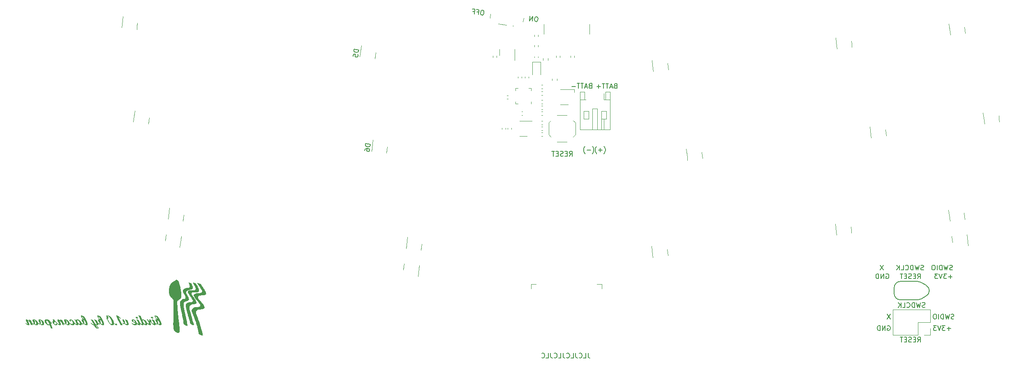
<source format=gbo>
%TF.GenerationSoftware,KiCad,Pcbnew,7.0.6*%
%TF.CreationDate,2023-07-31T17:00:50-04:00*%
%TF.ProjectId,Birdie,42697264-6965-42e6-9b69-6361645f7063,rev?*%
%TF.SameCoordinates,Original*%
%TF.FileFunction,Legend,Bot*%
%TF.FilePolarity,Positive*%
%FSLAX46Y46*%
G04 Gerber Fmt 4.6, Leading zero omitted, Abs format (unit mm)*
G04 Created by KiCad (PCBNEW 7.0.6) date 2023-07-31 17:00:50*
%MOMM*%
%LPD*%
G01*
G04 APERTURE LIST*
%ADD10C,0.153000*%
%ADD11C,0.400000*%
%ADD12C,0.150000*%
%ADD13C,0.120000*%
%ADD14C,0.200000*%
G04 APERTURE END LIST*
D10*
X150882946Y-106323840D02*
X150882946Y-107038125D01*
X150882946Y-107038125D02*
X150930565Y-107180982D01*
X150930565Y-107180982D02*
X151025803Y-107276221D01*
X151025803Y-107276221D02*
X151168660Y-107323840D01*
X151168660Y-107323840D02*
X151263898Y-107323840D01*
X149930565Y-107323840D02*
X150406755Y-107323840D01*
X150406755Y-107323840D02*
X150406755Y-106323840D01*
X149025803Y-107228601D02*
X149073422Y-107276221D01*
X149073422Y-107276221D02*
X149216279Y-107323840D01*
X149216279Y-107323840D02*
X149311517Y-107323840D01*
X149311517Y-107323840D02*
X149454374Y-107276221D01*
X149454374Y-107276221D02*
X149549612Y-107180982D01*
X149549612Y-107180982D02*
X149597231Y-107085744D01*
X149597231Y-107085744D02*
X149644850Y-106895268D01*
X149644850Y-106895268D02*
X149644850Y-106752411D01*
X149644850Y-106752411D02*
X149597231Y-106561935D01*
X149597231Y-106561935D02*
X149549612Y-106466697D01*
X149549612Y-106466697D02*
X149454374Y-106371459D01*
X149454374Y-106371459D02*
X149311517Y-106323840D01*
X149311517Y-106323840D02*
X149216279Y-106323840D01*
X149216279Y-106323840D02*
X149073422Y-106371459D01*
X149073422Y-106371459D02*
X149025803Y-106419078D01*
X148311517Y-106323840D02*
X148311517Y-107038125D01*
X148311517Y-107038125D02*
X148359136Y-107180982D01*
X148359136Y-107180982D02*
X148454374Y-107276221D01*
X148454374Y-107276221D02*
X148597231Y-107323840D01*
X148597231Y-107323840D02*
X148692469Y-107323840D01*
X147359136Y-107323840D02*
X147835326Y-107323840D01*
X147835326Y-107323840D02*
X147835326Y-106323840D01*
X146454374Y-107228601D02*
X146501993Y-107276221D01*
X146501993Y-107276221D02*
X146644850Y-107323840D01*
X146644850Y-107323840D02*
X146740088Y-107323840D01*
X146740088Y-107323840D02*
X146882945Y-107276221D01*
X146882945Y-107276221D02*
X146978183Y-107180982D01*
X146978183Y-107180982D02*
X147025802Y-107085744D01*
X147025802Y-107085744D02*
X147073421Y-106895268D01*
X147073421Y-106895268D02*
X147073421Y-106752411D01*
X147073421Y-106752411D02*
X147025802Y-106561935D01*
X147025802Y-106561935D02*
X146978183Y-106466697D01*
X146978183Y-106466697D02*
X146882945Y-106371459D01*
X146882945Y-106371459D02*
X146740088Y-106323840D01*
X146740088Y-106323840D02*
X146644850Y-106323840D01*
X146644850Y-106323840D02*
X146501993Y-106371459D01*
X146501993Y-106371459D02*
X146454374Y-106419078D01*
X145740088Y-106323840D02*
X145740088Y-107038125D01*
X145740088Y-107038125D02*
X145787707Y-107180982D01*
X145787707Y-107180982D02*
X145882945Y-107276221D01*
X145882945Y-107276221D02*
X146025802Y-107323840D01*
X146025802Y-107323840D02*
X146121040Y-107323840D01*
X144787707Y-107323840D02*
X145263897Y-107323840D01*
X145263897Y-107323840D02*
X145263897Y-106323840D01*
X143882945Y-107228601D02*
X143930564Y-107276221D01*
X143930564Y-107276221D02*
X144073421Y-107323840D01*
X144073421Y-107323840D02*
X144168659Y-107323840D01*
X144168659Y-107323840D02*
X144311516Y-107276221D01*
X144311516Y-107276221D02*
X144406754Y-107180982D01*
X144406754Y-107180982D02*
X144454373Y-107085744D01*
X144454373Y-107085744D02*
X144501992Y-106895268D01*
X144501992Y-106895268D02*
X144501992Y-106752411D01*
X144501992Y-106752411D02*
X144454373Y-106561935D01*
X144454373Y-106561935D02*
X144406754Y-106466697D01*
X144406754Y-106466697D02*
X144311516Y-106371459D01*
X144311516Y-106371459D02*
X144168659Y-106323840D01*
X144168659Y-106323840D02*
X144073421Y-106323840D01*
X144073421Y-106323840D02*
X143930564Y-106371459D01*
X143930564Y-106371459D02*
X143882945Y-106419078D01*
X143168659Y-106323840D02*
X143168659Y-107038125D01*
X143168659Y-107038125D02*
X143216278Y-107180982D01*
X143216278Y-107180982D02*
X143311516Y-107276221D01*
X143311516Y-107276221D02*
X143454373Y-107323840D01*
X143454373Y-107323840D02*
X143549611Y-107323840D01*
X142216278Y-107323840D02*
X142692468Y-107323840D01*
X142692468Y-107323840D02*
X142692468Y-106323840D01*
X141311516Y-107228601D02*
X141359135Y-107276221D01*
X141359135Y-107276221D02*
X141501992Y-107323840D01*
X141501992Y-107323840D02*
X141597230Y-107323840D01*
X141597230Y-107323840D02*
X141740087Y-107276221D01*
X141740087Y-107276221D02*
X141835325Y-107180982D01*
X141835325Y-107180982D02*
X141882944Y-107085744D01*
X141882944Y-107085744D02*
X141930563Y-106895268D01*
X141930563Y-106895268D02*
X141930563Y-106752411D01*
X141930563Y-106752411D02*
X141882944Y-106561935D01*
X141882944Y-106561935D02*
X141835325Y-106466697D01*
X141835325Y-106466697D02*
X141740087Y-106371459D01*
X141740087Y-106371459D02*
X141597230Y-106323840D01*
X141597230Y-106323840D02*
X141501992Y-106323840D01*
X141501992Y-106323840D02*
X141359135Y-106371459D01*
X141359135Y-106371459D02*
X141311516Y-106419078D01*
X212557507Y-100715976D02*
X212652745Y-100668357D01*
X212652745Y-100668357D02*
X212795602Y-100668357D01*
X212795602Y-100668357D02*
X212938459Y-100715976D01*
X212938459Y-100715976D02*
X213033697Y-100811214D01*
X213033697Y-100811214D02*
X213081316Y-100906452D01*
X213081316Y-100906452D02*
X213128935Y-101096928D01*
X213128935Y-101096928D02*
X213128935Y-101239785D01*
X213128935Y-101239785D02*
X213081316Y-101430261D01*
X213081316Y-101430261D02*
X213033697Y-101525499D01*
X213033697Y-101525499D02*
X212938459Y-101620738D01*
X212938459Y-101620738D02*
X212795602Y-101668357D01*
X212795602Y-101668357D02*
X212700364Y-101668357D01*
X212700364Y-101668357D02*
X212557507Y-101620738D01*
X212557507Y-101620738D02*
X212509888Y-101573118D01*
X212509888Y-101573118D02*
X212509888Y-101239785D01*
X212509888Y-101239785D02*
X212700364Y-101239785D01*
X212081316Y-101668357D02*
X212081316Y-100668357D01*
X212081316Y-100668357D02*
X211509888Y-101668357D01*
X211509888Y-101668357D02*
X211509888Y-100668357D01*
X211033697Y-101668357D02*
X211033697Y-100668357D01*
X211033697Y-100668357D02*
X210795602Y-100668357D01*
X210795602Y-100668357D02*
X210652745Y-100715976D01*
X210652745Y-100715976D02*
X210557507Y-100811214D01*
X210557507Y-100811214D02*
X210509888Y-100906452D01*
X210509888Y-100906452D02*
X210462269Y-101096928D01*
X210462269Y-101096928D02*
X210462269Y-101239785D01*
X210462269Y-101239785D02*
X210509888Y-101430261D01*
X210509888Y-101430261D02*
X210557507Y-101525499D01*
X210557507Y-101525499D02*
X210652745Y-101620738D01*
X210652745Y-101620738D02*
X210795602Y-101668357D01*
X210795602Y-101668357D02*
X211033697Y-101668357D01*
X218760685Y-104049613D02*
X219094018Y-103573422D01*
X219332113Y-104049613D02*
X219332113Y-103049613D01*
X219332113Y-103049613D02*
X218951161Y-103049613D01*
X218951161Y-103049613D02*
X218855923Y-103097232D01*
X218855923Y-103097232D02*
X218808304Y-103144851D01*
X218808304Y-103144851D02*
X218760685Y-103240089D01*
X218760685Y-103240089D02*
X218760685Y-103382946D01*
X218760685Y-103382946D02*
X218808304Y-103478184D01*
X218808304Y-103478184D02*
X218855923Y-103525803D01*
X218855923Y-103525803D02*
X218951161Y-103573422D01*
X218951161Y-103573422D02*
X219332113Y-103573422D01*
X218332113Y-103525803D02*
X217998780Y-103525803D01*
X217855923Y-104049613D02*
X218332113Y-104049613D01*
X218332113Y-104049613D02*
X218332113Y-103049613D01*
X218332113Y-103049613D02*
X217855923Y-103049613D01*
X217474970Y-104001994D02*
X217332113Y-104049613D01*
X217332113Y-104049613D02*
X217094018Y-104049613D01*
X217094018Y-104049613D02*
X216998780Y-104001994D01*
X216998780Y-104001994D02*
X216951161Y-103954374D01*
X216951161Y-103954374D02*
X216903542Y-103859136D01*
X216903542Y-103859136D02*
X216903542Y-103763898D01*
X216903542Y-103763898D02*
X216951161Y-103668660D01*
X216951161Y-103668660D02*
X216998780Y-103621041D01*
X216998780Y-103621041D02*
X217094018Y-103573422D01*
X217094018Y-103573422D02*
X217284494Y-103525803D01*
X217284494Y-103525803D02*
X217379732Y-103478184D01*
X217379732Y-103478184D02*
X217427351Y-103430565D01*
X217427351Y-103430565D02*
X217474970Y-103335327D01*
X217474970Y-103335327D02*
X217474970Y-103240089D01*
X217474970Y-103240089D02*
X217427351Y-103144851D01*
X217427351Y-103144851D02*
X217379732Y-103097232D01*
X217379732Y-103097232D02*
X217284494Y-103049613D01*
X217284494Y-103049613D02*
X217046399Y-103049613D01*
X217046399Y-103049613D02*
X216903542Y-103097232D01*
X216474970Y-103525803D02*
X216141637Y-103525803D01*
X215998780Y-104049613D02*
X216474970Y-104049613D01*
X216474970Y-104049613D02*
X216474970Y-103049613D01*
X216474970Y-103049613D02*
X215998780Y-103049613D01*
X215713065Y-103049613D02*
X215141637Y-103049613D01*
X215427351Y-104049613D02*
X215427351Y-103049613D01*
X226225843Y-99239482D02*
X226082986Y-99287101D01*
X226082986Y-99287101D02*
X225844891Y-99287101D01*
X225844891Y-99287101D02*
X225749653Y-99239482D01*
X225749653Y-99239482D02*
X225702034Y-99191862D01*
X225702034Y-99191862D02*
X225654415Y-99096624D01*
X225654415Y-99096624D02*
X225654415Y-99001386D01*
X225654415Y-99001386D02*
X225702034Y-98906148D01*
X225702034Y-98906148D02*
X225749653Y-98858529D01*
X225749653Y-98858529D02*
X225844891Y-98810910D01*
X225844891Y-98810910D02*
X226035367Y-98763291D01*
X226035367Y-98763291D02*
X226130605Y-98715672D01*
X226130605Y-98715672D02*
X226178224Y-98668053D01*
X226178224Y-98668053D02*
X226225843Y-98572815D01*
X226225843Y-98572815D02*
X226225843Y-98477577D01*
X226225843Y-98477577D02*
X226178224Y-98382339D01*
X226178224Y-98382339D02*
X226130605Y-98334720D01*
X226130605Y-98334720D02*
X226035367Y-98287101D01*
X226035367Y-98287101D02*
X225797272Y-98287101D01*
X225797272Y-98287101D02*
X225654415Y-98334720D01*
X225321081Y-98287101D02*
X225082986Y-99287101D01*
X225082986Y-99287101D02*
X224892510Y-98572815D01*
X224892510Y-98572815D02*
X224702034Y-99287101D01*
X224702034Y-99287101D02*
X224463939Y-98287101D01*
X224082986Y-99287101D02*
X224082986Y-98287101D01*
X224082986Y-98287101D02*
X223844891Y-98287101D01*
X223844891Y-98287101D02*
X223702034Y-98334720D01*
X223702034Y-98334720D02*
X223606796Y-98429958D01*
X223606796Y-98429958D02*
X223559177Y-98525196D01*
X223559177Y-98525196D02*
X223511558Y-98715672D01*
X223511558Y-98715672D02*
X223511558Y-98858529D01*
X223511558Y-98858529D02*
X223559177Y-99049005D01*
X223559177Y-99049005D02*
X223606796Y-99144243D01*
X223606796Y-99144243D02*
X223702034Y-99239482D01*
X223702034Y-99239482D02*
X223844891Y-99287101D01*
X223844891Y-99287101D02*
X224082986Y-99287101D01*
X223082986Y-99287101D02*
X223082986Y-98287101D01*
X222416320Y-98287101D02*
X222225844Y-98287101D01*
X222225844Y-98287101D02*
X222130606Y-98334720D01*
X222130606Y-98334720D02*
X222035368Y-98429958D01*
X222035368Y-98429958D02*
X221987749Y-98620434D01*
X221987749Y-98620434D02*
X221987749Y-98953767D01*
X221987749Y-98953767D02*
X222035368Y-99144243D01*
X222035368Y-99144243D02*
X222130606Y-99239482D01*
X222130606Y-99239482D02*
X222225844Y-99287101D01*
X222225844Y-99287101D02*
X222416320Y-99287101D01*
X222416320Y-99287101D02*
X222511558Y-99239482D01*
X222511558Y-99239482D02*
X222606796Y-99144243D01*
X222606796Y-99144243D02*
X222654415Y-98953767D01*
X222654415Y-98953767D02*
X222654415Y-98620434D01*
X222654415Y-98620434D02*
X222606796Y-98429958D01*
X222606796Y-98429958D02*
X222511558Y-98334720D01*
X222511558Y-98334720D02*
X222416320Y-98287101D01*
X220272703Y-96858226D02*
X220129846Y-96905845D01*
X220129846Y-96905845D02*
X219891751Y-96905845D01*
X219891751Y-96905845D02*
X219796513Y-96858226D01*
X219796513Y-96858226D02*
X219748894Y-96810606D01*
X219748894Y-96810606D02*
X219701275Y-96715368D01*
X219701275Y-96715368D02*
X219701275Y-96620130D01*
X219701275Y-96620130D02*
X219748894Y-96524892D01*
X219748894Y-96524892D02*
X219796513Y-96477273D01*
X219796513Y-96477273D02*
X219891751Y-96429654D01*
X219891751Y-96429654D02*
X220082227Y-96382035D01*
X220082227Y-96382035D02*
X220177465Y-96334416D01*
X220177465Y-96334416D02*
X220225084Y-96286797D01*
X220225084Y-96286797D02*
X220272703Y-96191559D01*
X220272703Y-96191559D02*
X220272703Y-96096321D01*
X220272703Y-96096321D02*
X220225084Y-96001083D01*
X220225084Y-96001083D02*
X220177465Y-95953464D01*
X220177465Y-95953464D02*
X220082227Y-95905845D01*
X220082227Y-95905845D02*
X219844132Y-95905845D01*
X219844132Y-95905845D02*
X219701275Y-95953464D01*
X219367941Y-95905845D02*
X219129846Y-96905845D01*
X219129846Y-96905845D02*
X218939370Y-96191559D01*
X218939370Y-96191559D02*
X218748894Y-96905845D01*
X218748894Y-96905845D02*
X218510799Y-95905845D01*
X218129846Y-96905845D02*
X218129846Y-95905845D01*
X218129846Y-95905845D02*
X217891751Y-95905845D01*
X217891751Y-95905845D02*
X217748894Y-95953464D01*
X217748894Y-95953464D02*
X217653656Y-96048702D01*
X217653656Y-96048702D02*
X217606037Y-96143940D01*
X217606037Y-96143940D02*
X217558418Y-96334416D01*
X217558418Y-96334416D02*
X217558418Y-96477273D01*
X217558418Y-96477273D02*
X217606037Y-96667749D01*
X217606037Y-96667749D02*
X217653656Y-96762987D01*
X217653656Y-96762987D02*
X217748894Y-96858226D01*
X217748894Y-96858226D02*
X217891751Y-96905845D01*
X217891751Y-96905845D02*
X218129846Y-96905845D01*
X216558418Y-96810606D02*
X216606037Y-96858226D01*
X216606037Y-96858226D02*
X216748894Y-96905845D01*
X216748894Y-96905845D02*
X216844132Y-96905845D01*
X216844132Y-96905845D02*
X216986989Y-96858226D01*
X216986989Y-96858226D02*
X217082227Y-96762987D01*
X217082227Y-96762987D02*
X217129846Y-96667749D01*
X217129846Y-96667749D02*
X217177465Y-96477273D01*
X217177465Y-96477273D02*
X217177465Y-96334416D01*
X217177465Y-96334416D02*
X217129846Y-96143940D01*
X217129846Y-96143940D02*
X217082227Y-96048702D01*
X217082227Y-96048702D02*
X216986989Y-95953464D01*
X216986989Y-95953464D02*
X216844132Y-95905845D01*
X216844132Y-95905845D02*
X216748894Y-95905845D01*
X216748894Y-95905845D02*
X216606037Y-95953464D01*
X216606037Y-95953464D02*
X216558418Y-96001083D01*
X215653656Y-96905845D02*
X216129846Y-96905845D01*
X216129846Y-96905845D02*
X216129846Y-95905845D01*
X215320322Y-96905845D02*
X215320322Y-95905845D01*
X214748894Y-96905845D02*
X215177465Y-96334416D01*
X214748894Y-95905845D02*
X215320322Y-96477273D01*
X213176554Y-98287101D02*
X212509888Y-99287101D01*
X212509888Y-98287101D02*
X213176554Y-99287101D01*
X225582910Y-101287404D02*
X224821006Y-101287404D01*
X225201958Y-101668357D02*
X225201958Y-100906452D01*
X224440053Y-100668357D02*
X223821006Y-100668357D01*
X223821006Y-100668357D02*
X224154339Y-101049309D01*
X224154339Y-101049309D02*
X224011482Y-101049309D01*
X224011482Y-101049309D02*
X223916244Y-101096928D01*
X223916244Y-101096928D02*
X223868625Y-101144547D01*
X223868625Y-101144547D02*
X223821006Y-101239785D01*
X223821006Y-101239785D02*
X223821006Y-101477880D01*
X223821006Y-101477880D02*
X223868625Y-101573118D01*
X223868625Y-101573118D02*
X223916244Y-101620738D01*
X223916244Y-101620738D02*
X224011482Y-101668357D01*
X224011482Y-101668357D02*
X224297196Y-101668357D01*
X224297196Y-101668357D02*
X224392434Y-101620738D01*
X224392434Y-101620738D02*
X224440053Y-101573118D01*
X223535291Y-100668357D02*
X223201958Y-101668357D01*
X223201958Y-101668357D02*
X222868625Y-100668357D01*
X222630529Y-100668357D02*
X222011482Y-100668357D01*
X222011482Y-100668357D02*
X222344815Y-101049309D01*
X222344815Y-101049309D02*
X222201958Y-101049309D01*
X222201958Y-101049309D02*
X222106720Y-101096928D01*
X222106720Y-101096928D02*
X222059101Y-101144547D01*
X222059101Y-101144547D02*
X222011482Y-101239785D01*
X222011482Y-101239785D02*
X222011482Y-101477880D01*
X222011482Y-101477880D02*
X222059101Y-101573118D01*
X222059101Y-101573118D02*
X222106720Y-101620738D01*
X222106720Y-101620738D02*
X222201958Y-101668357D01*
X222201958Y-101668357D02*
X222487672Y-101668357D01*
X222487672Y-101668357D02*
X222582910Y-101620738D01*
X222582910Y-101620738D02*
X222630529Y-101573118D01*
D11*
G36*
X61719137Y-98565780D02*
G01*
X61738966Y-98569214D01*
X61762024Y-98574044D01*
X61784746Y-98579196D01*
X61804282Y-98583812D01*
X61825956Y-98589071D01*
X61849769Y-98594974D01*
X61875719Y-98601522D01*
X61884744Y-98603835D01*
X61912416Y-98611055D01*
X61931361Y-98616102D01*
X61950702Y-98621336D01*
X61970439Y-98626757D01*
X61990574Y-98632365D01*
X62011106Y-98638160D01*
X62032034Y-98644142D01*
X62053360Y-98650311D01*
X62075082Y-98656667D01*
X62097201Y-98663210D01*
X62119718Y-98669940D01*
X62142631Y-98676857D01*
X62165941Y-98683961D01*
X62189647Y-98691252D01*
X62213751Y-98698730D01*
X62227206Y-98715237D01*
X62240767Y-98732211D01*
X62254432Y-98749652D01*
X62268202Y-98767561D01*
X62282077Y-98785937D01*
X62296057Y-98804781D01*
X62310142Y-98824093D01*
X62324332Y-98843871D01*
X62338627Y-98864118D01*
X62353027Y-98884832D01*
X62367531Y-98906013D01*
X62382141Y-98927662D01*
X62396856Y-98949778D01*
X62411676Y-98972362D01*
X62426600Y-98995414D01*
X62441630Y-99018933D01*
X62456764Y-99042919D01*
X62472004Y-99067373D01*
X62487348Y-99092294D01*
X62502797Y-99117683D01*
X62518351Y-99143539D01*
X62534011Y-99169863D01*
X62549775Y-99196655D01*
X62565644Y-99223913D01*
X62581618Y-99251640D01*
X62597697Y-99279834D01*
X62613881Y-99308495D01*
X62630170Y-99337624D01*
X62646564Y-99367220D01*
X62663062Y-99397284D01*
X62679666Y-99427815D01*
X62696375Y-99458814D01*
X62712931Y-99489835D01*
X62729079Y-99520432D01*
X62744817Y-99550605D01*
X62760145Y-99580355D01*
X62775065Y-99609682D01*
X62789575Y-99638584D01*
X62803675Y-99667063D01*
X62817367Y-99695119D01*
X62830649Y-99722751D01*
X62843522Y-99749959D01*
X62855985Y-99776744D01*
X62868039Y-99803105D01*
X62879684Y-99829042D01*
X62890920Y-99854556D01*
X62901746Y-99879646D01*
X62912163Y-99904313D01*
X62922171Y-99928556D01*
X62931770Y-99952375D01*
X62940959Y-99975771D01*
X62949739Y-99998743D01*
X62958109Y-100021292D01*
X62966071Y-100043417D01*
X62973623Y-100065118D01*
X62980765Y-100086396D01*
X62987499Y-100107250D01*
X62993823Y-100127681D01*
X62999737Y-100147688D01*
X63005243Y-100167271D01*
X63015026Y-100205167D01*
X63023172Y-100241368D01*
X63026711Y-100259871D01*
X63030640Y-100286946D01*
X63032911Y-100313206D01*
X63033525Y-100338650D01*
X63032482Y-100363278D01*
X63029781Y-100387090D01*
X63025423Y-100410086D01*
X63019409Y-100432267D01*
X63011736Y-100453632D01*
X63002407Y-100474182D01*
X62991420Y-100493915D01*
X62983240Y-100506396D01*
X62970061Y-100523608D01*
X62955791Y-100539008D01*
X62940431Y-100552597D01*
X62923981Y-100564373D01*
X62906440Y-100574338D01*
X62887808Y-100582491D01*
X62868086Y-100588833D01*
X62847273Y-100593362D01*
X62825370Y-100596080D01*
X62802376Y-100596986D01*
X62785546Y-100596682D01*
X62760388Y-100595089D01*
X62735332Y-100592131D01*
X62710379Y-100587808D01*
X62685529Y-100582119D01*
X62660782Y-100575065D01*
X62636139Y-100566646D01*
X62611598Y-100556862D01*
X62587160Y-100545712D01*
X62562826Y-100533197D01*
X62538594Y-100519316D01*
X62522264Y-100509262D01*
X62505637Y-100498640D01*
X62488711Y-100487448D01*
X62471488Y-100475688D01*
X62453968Y-100463360D01*
X62436149Y-100450463D01*
X62418033Y-100436997D01*
X62399620Y-100422963D01*
X62380909Y-100408360D01*
X62361900Y-100393188D01*
X62342593Y-100377448D01*
X62322989Y-100361139D01*
X62303087Y-100344261D01*
X62282887Y-100326815D01*
X62262390Y-100308800D01*
X62241595Y-100290217D01*
X62229923Y-100300864D01*
X62212150Y-100315547D01*
X62194059Y-100328685D01*
X62175651Y-100340277D01*
X62156925Y-100350323D01*
X62137881Y-100358824D01*
X62118519Y-100365779D01*
X62098840Y-100371189D01*
X62078843Y-100375053D01*
X62058529Y-100377371D01*
X62037896Y-100378144D01*
X62011956Y-100377221D01*
X61986342Y-100374452D01*
X61961054Y-100369836D01*
X61936093Y-100363375D01*
X61911458Y-100355067D01*
X61887149Y-100344914D01*
X61863166Y-100332914D01*
X61839510Y-100319068D01*
X61816180Y-100303376D01*
X61793176Y-100285837D01*
X61778022Y-100273120D01*
X61734058Y-100063559D01*
X61742398Y-100072000D01*
X61758556Y-100088234D01*
X61774019Y-100103606D01*
X61788789Y-100118116D01*
X61809640Y-100138263D01*
X61828928Y-100156470D01*
X61846654Y-100172736D01*
X61862817Y-100187061D01*
X61881937Y-100203143D01*
X61898278Y-100215775D01*
X61914798Y-100226713D01*
X61932326Y-100235678D01*
X61953557Y-100243792D01*
X61975630Y-100249382D01*
X61995219Y-100252164D01*
X62015426Y-100253092D01*
X62020729Y-100253017D01*
X62041150Y-100251231D01*
X62060304Y-100247064D01*
X62082465Y-100238506D01*
X62102646Y-100226227D01*
X62120847Y-100210227D01*
X62133983Y-100194748D01*
X62145852Y-100176888D01*
X62125759Y-100152648D01*
X62106210Y-100128717D01*
X62087203Y-100105093D01*
X62068739Y-100081778D01*
X62050819Y-100058771D01*
X62033441Y-100036072D01*
X62016606Y-100013682D01*
X62000313Y-99991599D01*
X61984564Y-99969825D01*
X61969357Y-99948359D01*
X61954694Y-99927201D01*
X61940573Y-99906351D01*
X61926995Y-99885809D01*
X61913960Y-99865576D01*
X61901468Y-99845650D01*
X61889519Y-99826033D01*
X61878112Y-99806724D01*
X61867249Y-99787723D01*
X61856928Y-99769030D01*
X61847150Y-99750646D01*
X61837915Y-99732570D01*
X61829223Y-99714801D01*
X61813468Y-99680190D01*
X61799883Y-99646810D01*
X61788471Y-99614664D01*
X61779230Y-99583750D01*
X61772160Y-99554069D01*
X61768657Y-99535430D01*
X61766102Y-99513291D01*
X61765575Y-99492439D01*
X61767619Y-99469118D01*
X61772582Y-99447651D01*
X61780464Y-99428039D01*
X61789025Y-99413545D01*
X61803614Y-99397379D01*
X61821242Y-99386029D01*
X61841908Y-99379494D01*
X61862041Y-99377725D01*
X61877988Y-99378412D01*
X61902172Y-99382019D01*
X61926674Y-99388716D01*
X61951494Y-99398505D01*
X61976631Y-99411385D01*
X61993566Y-99421689D01*
X62010642Y-99433367D01*
X62027859Y-99446419D01*
X62045218Y-99460844D01*
X62062717Y-99476644D01*
X62080358Y-99493817D01*
X62098140Y-99512364D01*
X62116063Y-99532285D01*
X62134128Y-99553580D01*
X62151803Y-99575680D01*
X62168681Y-99598017D01*
X62184761Y-99620590D01*
X62200043Y-99643400D01*
X62214528Y-99666447D01*
X62228215Y-99689730D01*
X62241104Y-99713250D01*
X62253196Y-99737007D01*
X62264491Y-99761000D01*
X62274987Y-99785229D01*
X62284686Y-99809695D01*
X62293588Y-99834398D01*
X62301692Y-99859338D01*
X62308998Y-99884514D01*
X62315507Y-99909927D01*
X62321218Y-99935576D01*
X62324315Y-99951700D01*
X62327980Y-99975671D01*
X62330469Y-99999384D01*
X62331781Y-100022840D01*
X62331917Y-100046039D01*
X62330876Y-100068979D01*
X62328660Y-100091662D01*
X62325267Y-100114088D01*
X62320697Y-100136256D01*
X62314951Y-100158166D01*
X62308029Y-100179819D01*
X62312835Y-100184999D01*
X62327049Y-100200053D01*
X62340954Y-100214377D01*
X62359013Y-100232340D01*
X62376522Y-100249006D01*
X62393481Y-100264374D01*
X62409891Y-100278445D01*
X62425752Y-100291218D01*
X62444805Y-100305360D01*
X62463323Y-100317321D01*
X62481937Y-100327256D01*
X62500647Y-100335162D01*
X62519452Y-100341042D01*
X62542143Y-100345421D01*
X62564972Y-100346881D01*
X62567878Y-100346839D01*
X62589303Y-100343481D01*
X62607491Y-100334749D01*
X62622443Y-100320644D01*
X62632872Y-100303894D01*
X62638529Y-100289602D01*
X62642926Y-100270185D01*
X62644712Y-100248295D01*
X62644206Y-100228164D01*
X62641888Y-100206315D01*
X62637757Y-100182750D01*
X62635695Y-100173303D01*
X62630925Y-100153599D01*
X62625292Y-100132816D01*
X62618796Y-100110952D01*
X62611439Y-100088009D01*
X62603218Y-100063985D01*
X62594135Y-100038882D01*
X62584190Y-100012698D01*
X62573382Y-99985434D01*
X62561712Y-99957091D01*
X62549179Y-99927667D01*
X62535784Y-99897164D01*
X62521527Y-99865580D01*
X62506406Y-99832916D01*
X62490424Y-99799173D01*
X62473579Y-99764349D01*
X62464833Y-99746532D01*
X62252830Y-99564327D01*
X62237727Y-99551286D01*
X62222765Y-99538235D01*
X62207945Y-99525175D01*
X62193265Y-99512105D01*
X62164330Y-99485936D01*
X62135960Y-99459730D01*
X62108154Y-99433485D01*
X62080913Y-99407202D01*
X62054238Y-99380881D01*
X62028126Y-99354522D01*
X62002580Y-99328125D01*
X61977599Y-99301689D01*
X61953182Y-99275216D01*
X61929330Y-99248704D01*
X61906043Y-99222154D01*
X61883321Y-99195566D01*
X61861164Y-99168940D01*
X61839571Y-99142275D01*
X61818797Y-99115796D01*
X61799095Y-99089725D01*
X61780466Y-99064062D01*
X61762909Y-99038808D01*
X61746425Y-99013962D01*
X61731013Y-98989524D01*
X61716673Y-98965495D01*
X61703406Y-98941874D01*
X61691211Y-98918661D01*
X61680088Y-98895857D01*
X61670038Y-98873461D01*
X61661060Y-98851474D01*
X61653155Y-98829894D01*
X61646321Y-98808723D01*
X61644871Y-98803497D01*
X61791394Y-98803497D01*
X61794142Y-98823294D01*
X61797096Y-98835258D01*
X61803444Y-98854564D01*
X61812094Y-98875501D01*
X61823045Y-98898070D01*
X61836297Y-98922270D01*
X61846410Y-98939309D01*
X61857546Y-98957074D01*
X61869704Y-98975564D01*
X61882886Y-98994779D01*
X61897090Y-99014719D01*
X61912317Y-99035385D01*
X61928567Y-99056775D01*
X61945840Y-99078890D01*
X61964135Y-99101731D01*
X61983096Y-99124884D01*
X62002489Y-99147939D01*
X62022312Y-99170894D01*
X62042567Y-99193749D01*
X62063254Y-99216506D01*
X62084371Y-99239163D01*
X62105920Y-99261721D01*
X62127900Y-99284180D01*
X62150311Y-99306540D01*
X62173153Y-99328800D01*
X62196427Y-99350962D01*
X62220132Y-99373024D01*
X62244268Y-99394986D01*
X62268835Y-99416850D01*
X62293834Y-99438614D01*
X62319264Y-99460279D01*
X62297391Y-99416762D01*
X62275920Y-99374625D01*
X62254851Y-99333868D01*
X62234183Y-99294492D01*
X62213918Y-99256496D01*
X62194053Y-99219881D01*
X62174591Y-99184647D01*
X62155530Y-99150793D01*
X62136870Y-99118320D01*
X62118613Y-99087227D01*
X62100757Y-99057515D01*
X62083302Y-99029183D01*
X62066250Y-99002232D01*
X62049599Y-98976661D01*
X62033350Y-98952471D01*
X62017502Y-98929662D01*
X62002056Y-98908233D01*
X61987012Y-98888184D01*
X61972369Y-98869517D01*
X61958128Y-98852229D01*
X61944289Y-98836322D01*
X61917815Y-98808650D01*
X61892948Y-98786501D01*
X61869688Y-98769873D01*
X61848034Y-98758768D01*
X61818566Y-98752464D01*
X61808024Y-98755527D01*
X61796096Y-98771026D01*
X61792127Y-98783897D01*
X61791394Y-98803497D01*
X61644871Y-98803497D01*
X61640561Y-98787961D01*
X61635872Y-98767607D01*
X61633940Y-98757667D01*
X61630359Y-98733469D01*
X61628568Y-98710202D01*
X61628566Y-98687865D01*
X61630352Y-98666458D01*
X61633928Y-98645981D01*
X61639292Y-98626434D01*
X61646278Y-98608703D01*
X61656582Y-98591392D01*
X61671251Y-98576666D01*
X61688773Y-98567830D01*
X61709145Y-98564885D01*
X61719137Y-98565780D01*
G37*
G36*
X60817659Y-98793496D02*
G01*
X60822983Y-98817900D01*
X60828635Y-98841528D01*
X60834615Y-98864382D01*
X60840923Y-98886461D01*
X60847560Y-98907766D01*
X60854524Y-98928296D01*
X60861817Y-98948051D01*
X60869438Y-98967031D01*
X60877388Y-98985237D01*
X60894271Y-99019324D01*
X60912467Y-99050312D01*
X60931976Y-99078202D01*
X60952798Y-99102992D01*
X60974932Y-99124684D01*
X60998380Y-99143277D01*
X61023140Y-99158771D01*
X61049213Y-99171166D01*
X61076598Y-99180463D01*
X61105297Y-99186661D01*
X61135308Y-99189759D01*
X61150806Y-99190147D01*
X61173343Y-99189387D01*
X61195159Y-99187107D01*
X61216254Y-99183308D01*
X61236627Y-99177988D01*
X61256279Y-99171149D01*
X61275210Y-99162790D01*
X61293419Y-99152911D01*
X61310907Y-99141512D01*
X61327674Y-99128593D01*
X61343720Y-99114155D01*
X61354016Y-99103685D01*
X61340327Y-99087244D01*
X61326859Y-99070529D01*
X61313613Y-99053539D01*
X61300588Y-99036274D01*
X61287784Y-99018734D01*
X61275202Y-99000920D01*
X61262841Y-98982830D01*
X61250702Y-98964466D01*
X61238783Y-98945828D01*
X61227086Y-98926914D01*
X61215611Y-98907726D01*
X61204356Y-98888263D01*
X61193324Y-98868525D01*
X61182512Y-98848512D01*
X61171922Y-98828225D01*
X61161553Y-98807662D01*
X61142522Y-98820146D01*
X61124264Y-98831402D01*
X61106779Y-98841430D01*
X61084667Y-98852890D01*
X61063929Y-98862167D01*
X61044565Y-98869262D01*
X61022292Y-98875060D01*
X61002166Y-98877448D01*
X60998399Y-98877516D01*
X60976212Y-98875465D01*
X60956848Y-98870870D01*
X60936049Y-98863649D01*
X60913815Y-98853803D01*
X60896198Y-98844696D01*
X60877774Y-98834111D01*
X60858543Y-98822050D01*
X60838504Y-98808512D01*
X60817659Y-98793496D01*
G37*
G36*
X61092676Y-100245764D02*
G01*
X61117057Y-100267373D01*
X61140985Y-100288295D01*
X61164459Y-100308531D01*
X61187481Y-100328082D01*
X61210049Y-100346946D01*
X61232164Y-100365125D01*
X61253826Y-100382617D01*
X61275034Y-100399424D01*
X61295790Y-100415544D01*
X61316092Y-100430979D01*
X61335941Y-100445727D01*
X61355337Y-100459790D01*
X61374279Y-100473166D01*
X61392769Y-100485857D01*
X61410805Y-100497862D01*
X61428388Y-100509180D01*
X61445518Y-100519813D01*
X61478418Y-100539020D01*
X61509506Y-100555484D01*
X61538781Y-100569203D01*
X61566243Y-100580179D01*
X61591892Y-100588411D01*
X61615729Y-100593899D01*
X61637752Y-100596643D01*
X61648085Y-100596986D01*
X61671326Y-100595490D01*
X61692934Y-100591002D01*
X61712908Y-100583522D01*
X61731249Y-100573050D01*
X61747957Y-100559586D01*
X61763031Y-100543130D01*
X61776472Y-100523682D01*
X61788280Y-100501242D01*
X61795796Y-100482821D01*
X61802042Y-100463644D01*
X61807016Y-100443712D01*
X61810720Y-100423024D01*
X61813153Y-100401580D01*
X61814315Y-100379380D01*
X61814206Y-100356425D01*
X61812826Y-100332715D01*
X61810176Y-100308249D01*
X61806255Y-100283027D01*
X61802935Y-100265792D01*
X61794409Y-100228326D01*
X61789431Y-100208924D01*
X61783975Y-100189077D01*
X61778043Y-100168784D01*
X61771633Y-100148046D01*
X61764747Y-100126862D01*
X61757383Y-100105233D01*
X61749543Y-100083158D01*
X61741225Y-100060638D01*
X61732430Y-100037672D01*
X61723159Y-100014260D01*
X61713410Y-99990403D01*
X61703184Y-99966101D01*
X61692481Y-99941352D01*
X61681302Y-99916159D01*
X61669645Y-99890519D01*
X61657511Y-99864435D01*
X61644900Y-99837904D01*
X61631812Y-99810928D01*
X61618247Y-99783507D01*
X61604205Y-99755640D01*
X61589686Y-99727327D01*
X61574690Y-99698569D01*
X61559216Y-99669365D01*
X61543266Y-99639716D01*
X61526839Y-99609621D01*
X61509935Y-99579081D01*
X61492553Y-99548095D01*
X61474695Y-99516663D01*
X61456360Y-99484786D01*
X61437547Y-99452464D01*
X61072648Y-99377725D01*
X61029173Y-99377725D01*
X61264623Y-99828109D01*
X61281337Y-99860368D01*
X61297161Y-99891444D01*
X61312096Y-99921337D01*
X61326142Y-99950047D01*
X61339299Y-99977574D01*
X61351566Y-100003918D01*
X61362944Y-100029079D01*
X61373434Y-100053057D01*
X61383033Y-100075851D01*
X61391744Y-100097463D01*
X61399566Y-100117892D01*
X61406498Y-100137137D01*
X61415229Y-100163788D01*
X61421960Y-100187776D01*
X61425335Y-100202289D01*
X61428302Y-100223116D01*
X61428245Y-100242904D01*
X61423516Y-100261989D01*
X61422893Y-100263350D01*
X61410192Y-100279104D01*
X61392607Y-100284355D01*
X61371482Y-100282485D01*
X61352409Y-100277905D01*
X61332442Y-100270578D01*
X61311582Y-100260503D01*
X61293517Y-100250008D01*
X61286117Y-100245276D01*
X61269363Y-100233331D01*
X61248900Y-100217280D01*
X61231119Y-100202546D01*
X61211251Y-100185503D01*
X61189296Y-100166150D01*
X61173500Y-100151965D01*
X61156777Y-100136753D01*
X61139127Y-100120515D01*
X61120549Y-100103250D01*
X61101044Y-100084959D01*
X61080612Y-100065641D01*
X61059252Y-100045296D01*
X61048224Y-100034739D01*
X61092676Y-100245764D01*
G37*
G36*
X60076138Y-100245764D02*
G01*
X60101988Y-100267373D01*
X60127392Y-100288295D01*
X60152351Y-100308531D01*
X60176865Y-100328082D01*
X60200933Y-100346946D01*
X60224555Y-100365125D01*
X60247732Y-100382617D01*
X60270463Y-100399424D01*
X60292749Y-100415544D01*
X60314589Y-100430979D01*
X60335984Y-100445727D01*
X60356933Y-100459790D01*
X60377436Y-100473166D01*
X60397494Y-100485857D01*
X60417107Y-100497862D01*
X60436274Y-100509180D01*
X60454995Y-100519813D01*
X60473271Y-100529760D01*
X60491101Y-100539020D01*
X60525425Y-100555484D01*
X60557966Y-100569203D01*
X60588726Y-100580179D01*
X60617703Y-100588411D01*
X60644898Y-100593899D01*
X60670310Y-100596643D01*
X60682348Y-100596986D01*
X60704361Y-100595787D01*
X60724969Y-100592192D01*
X60744172Y-100586201D01*
X60761972Y-100577813D01*
X60778366Y-100567028D01*
X60793357Y-100553846D01*
X60806943Y-100538268D01*
X60819124Y-100520293D01*
X60829413Y-100500601D01*
X60837565Y-100479871D01*
X60843579Y-100458103D01*
X60847457Y-100435297D01*
X60849197Y-100411453D01*
X60848800Y-100386570D01*
X60846266Y-100360650D01*
X60842963Y-100340529D01*
X60841595Y-100333692D01*
X60835798Y-100308852D01*
X60828543Y-100283424D01*
X60819830Y-100257408D01*
X60809660Y-100230804D01*
X60798032Y-100203613D01*
X60784946Y-100175835D01*
X60770402Y-100147468D01*
X60754400Y-100118514D01*
X60736940Y-100088972D01*
X60718023Y-100058842D01*
X60697648Y-100028125D01*
X60675815Y-99996820D01*
X60664352Y-99980947D01*
X60652524Y-99964927D01*
X60640332Y-99948760D01*
X60627775Y-99932447D01*
X60614854Y-99915986D01*
X60601569Y-99899378D01*
X60587919Y-99882624D01*
X60573905Y-99865723D01*
X60594198Y-99874046D01*
X60614966Y-99880825D01*
X60634104Y-99886144D01*
X60655487Y-99891373D01*
X60679114Y-99896510D01*
X60698306Y-99900302D01*
X60718761Y-99904043D01*
X60740478Y-99907732D01*
X60755633Y-99927337D01*
X60771665Y-99947193D01*
X60788575Y-99967301D01*
X60806363Y-99987661D01*
X60825028Y-100008273D01*
X60844571Y-100029136D01*
X60864992Y-100050252D01*
X60886291Y-100071619D01*
X60908468Y-100093239D01*
X60931522Y-100115110D01*
X60955454Y-100137233D01*
X60980264Y-100159608D01*
X61005951Y-100182235D01*
X61032516Y-100205113D01*
X61059959Y-100228244D01*
X61088280Y-100251626D01*
X61143967Y-100251626D01*
X61113681Y-100103615D01*
X61097580Y-100090561D01*
X61081762Y-100077534D01*
X61066226Y-100064534D01*
X61050972Y-100051561D01*
X61036001Y-100038614D01*
X61021312Y-100025694D01*
X60999808Y-100006364D01*
X60978939Y-99987094D01*
X60958706Y-99967884D01*
X60939109Y-99948735D01*
X60920146Y-99929645D01*
X60901820Y-99910615D01*
X60889955Y-99897963D01*
X60912143Y-99884957D01*
X60930591Y-99869875D01*
X60945299Y-99852717D01*
X60956267Y-99833482D01*
X60963495Y-99812172D01*
X60966983Y-99788786D01*
X60966731Y-99763324D01*
X60964088Y-99742865D01*
X60962739Y-99735785D01*
X60957856Y-99715140D01*
X60951634Y-99694237D01*
X60944072Y-99673077D01*
X60935170Y-99651659D01*
X60924929Y-99629983D01*
X60913349Y-99608050D01*
X60900429Y-99585859D01*
X60886169Y-99563411D01*
X60870570Y-99540705D01*
X60853631Y-99517741D01*
X60841595Y-99502289D01*
X60829075Y-99487205D01*
X60809831Y-99466404D01*
X60790029Y-99447792D01*
X60769669Y-99431370D01*
X60748750Y-99417138D01*
X60727273Y-99405095D01*
X60705239Y-99395242D01*
X60682646Y-99387578D01*
X60659495Y-99382104D01*
X60635785Y-99378820D01*
X60611518Y-99377725D01*
X60589572Y-99378820D01*
X60570262Y-99382104D01*
X60548616Y-99389890D01*
X60531656Y-99401568D01*
X60519383Y-99417138D01*
X60511796Y-99436601D01*
X60508896Y-99459957D01*
X60509796Y-99480028D01*
X60513332Y-99502289D01*
X60518675Y-99524469D01*
X60525911Y-99548024D01*
X60532580Y-99566591D01*
X60540314Y-99585931D01*
X60549112Y-99606044D01*
X60558975Y-99626929D01*
X60569903Y-99648588D01*
X60581896Y-99671019D01*
X60594953Y-99694223D01*
X60609076Y-99718200D01*
X60585100Y-99714603D01*
X60560799Y-99708697D01*
X60536175Y-99700483D01*
X60511226Y-99689959D01*
X60485952Y-99677127D01*
X60460355Y-99661986D01*
X60434432Y-99644536D01*
X60408186Y-99624777D01*
X60381615Y-99602709D01*
X60354720Y-99578333D01*
X60327500Y-99551647D01*
X60313768Y-99537439D01*
X60299956Y-99522653D01*
X60286062Y-99507290D01*
X60272087Y-99491350D01*
X60258031Y-99474832D01*
X60243894Y-99457738D01*
X60229676Y-99440066D01*
X60215377Y-99421817D01*
X60200997Y-99402991D01*
X60186535Y-99383587D01*
X60027778Y-99376748D01*
X60237826Y-99746532D01*
X60252945Y-99773219D01*
X60267403Y-99798815D01*
X60281201Y-99823320D01*
X60294338Y-99846733D01*
X60306815Y-99869054D01*
X60318633Y-99890284D01*
X60329790Y-99910423D01*
X60340286Y-99929470D01*
X60350123Y-99947426D01*
X60363640Y-99972313D01*
X60375671Y-99994744D01*
X60386217Y-100014719D01*
X60395277Y-100032239D01*
X60400492Y-100042554D01*
X60409728Y-100061788D01*
X60418139Y-100080412D01*
X60425725Y-100098425D01*
X60434050Y-100120082D01*
X60441086Y-100140786D01*
X60446834Y-100160535D01*
X60451295Y-100179330D01*
X60454544Y-100200434D01*
X60455223Y-100221806D01*
X60452119Y-100242345D01*
X60445921Y-100257488D01*
X60432866Y-100272784D01*
X60415193Y-100281731D01*
X60395119Y-100284355D01*
X60373045Y-100282370D01*
X60353180Y-100277378D01*
X60332801Y-100269347D01*
X60314923Y-100260045D01*
X60302795Y-100252603D01*
X60283203Y-100238938D01*
X60267441Y-100227294D01*
X60248673Y-100213064D01*
X60226900Y-100196250D01*
X60210715Y-100183605D01*
X60193195Y-100169811D01*
X60174339Y-100154868D01*
X60154147Y-100138776D01*
X60132619Y-100121536D01*
X60109755Y-100103148D01*
X60085556Y-100083610D01*
X60060021Y-100062924D01*
X60033151Y-100041089D01*
X60076138Y-100245764D01*
G37*
G36*
X58364180Y-98565499D02*
G01*
X58384519Y-98567341D01*
X58407915Y-98570411D01*
X58434368Y-98574708D01*
X58453701Y-98578255D01*
X58474393Y-98582348D01*
X58496444Y-98586987D01*
X58519853Y-98592172D01*
X58544621Y-98597902D01*
X58570747Y-98604178D01*
X58598232Y-98610999D01*
X58627075Y-98618367D01*
X58657278Y-98626280D01*
X58688838Y-98634739D01*
X59045921Y-99444159D01*
X59056928Y-99432565D01*
X59073277Y-99418758D01*
X59089885Y-99407523D01*
X59108447Y-99397265D01*
X59116080Y-99393773D01*
X59136259Y-99386961D01*
X59156197Y-99382610D01*
X59178574Y-99379633D01*
X59199084Y-99378202D01*
X59221288Y-99377725D01*
X59237425Y-99377982D01*
X59269807Y-99380039D01*
X59302329Y-99384153D01*
X59334993Y-99390324D01*
X59367798Y-99398552D01*
X59400744Y-99408837D01*
X59433831Y-99421179D01*
X59467059Y-99435578D01*
X59500429Y-99452034D01*
X59533940Y-99470547D01*
X59550748Y-99480574D01*
X59567592Y-99491116D01*
X59584471Y-99502173D01*
X59601385Y-99513743D01*
X59618335Y-99525828D01*
X59635320Y-99538427D01*
X59652340Y-99551540D01*
X59669396Y-99565168D01*
X59686486Y-99579310D01*
X59703612Y-99593966D01*
X59720774Y-99609136D01*
X59737971Y-99624820D01*
X59755203Y-99641019D01*
X59772246Y-99657489D01*
X59788876Y-99674047D01*
X59805092Y-99690694D01*
X59820896Y-99707430D01*
X59836287Y-99724255D01*
X59851264Y-99741168D01*
X59865829Y-99758170D01*
X59879980Y-99775261D01*
X59893718Y-99792441D01*
X59907043Y-99809709D01*
X59919955Y-99827066D01*
X59932454Y-99844512D01*
X59944540Y-99862046D01*
X59956213Y-99879669D01*
X59967472Y-99897381D01*
X59978318Y-99915182D01*
X59988752Y-99933071D01*
X59998772Y-99951049D01*
X60008379Y-99969116D01*
X60017573Y-99987271D01*
X60026354Y-100005516D01*
X60034721Y-100023849D01*
X60042676Y-100042270D01*
X60050217Y-100060781D01*
X60057346Y-100079380D01*
X60064061Y-100098068D01*
X60070363Y-100116845D01*
X60076252Y-100135710D01*
X60081728Y-100154664D01*
X60086791Y-100173707D01*
X60091441Y-100192839D01*
X60095677Y-100212059D01*
X60099255Y-100231028D01*
X60103155Y-100258944D01*
X60105294Y-100286217D01*
X60105673Y-100312846D01*
X60104292Y-100338830D01*
X60101151Y-100364171D01*
X60096250Y-100388868D01*
X60089588Y-100412920D01*
X60081166Y-100436329D01*
X60070983Y-100459094D01*
X60059041Y-100481214D01*
X60050219Y-100495234D01*
X60036193Y-100514567D01*
X60021214Y-100531864D01*
X60005281Y-100547127D01*
X59988395Y-100560355D01*
X59970557Y-100571548D01*
X59951765Y-100580705D01*
X59932020Y-100587828D01*
X59911321Y-100592916D01*
X59889670Y-100595968D01*
X59867066Y-100596986D01*
X59860215Y-100596891D01*
X59839153Y-100595467D01*
X59817328Y-100592334D01*
X59794737Y-100587493D01*
X59771383Y-100580942D01*
X59747265Y-100572683D01*
X59722382Y-100562716D01*
X59696735Y-100551039D01*
X59679212Y-100542306D01*
X59661350Y-100532813D01*
X59643149Y-100522560D01*
X59624607Y-100511548D01*
X59605726Y-100499777D01*
X59586782Y-100487412D01*
X59568174Y-100474742D01*
X59549901Y-100461767D01*
X59531965Y-100448486D01*
X59514364Y-100434900D01*
X59497099Y-100421009D01*
X59480170Y-100406812D01*
X59463577Y-100392310D01*
X59447319Y-100377503D01*
X59431398Y-100362390D01*
X59415812Y-100346973D01*
X59400562Y-100331249D01*
X59385648Y-100315221D01*
X59371070Y-100298887D01*
X59356827Y-100282248D01*
X59342921Y-100265304D01*
X59345787Y-100281025D01*
X59349155Y-100304256D01*
X59351408Y-100327067D01*
X59352544Y-100349456D01*
X59352564Y-100371425D01*
X59351468Y-100392974D01*
X59349256Y-100414101D01*
X59345927Y-100434808D01*
X59341482Y-100455094D01*
X59335921Y-100474959D01*
X59329243Y-100494404D01*
X59326765Y-100500715D01*
X59318535Y-100518446D01*
X59305704Y-100539283D01*
X59290752Y-100556914D01*
X59273678Y-100571340D01*
X59254482Y-100582560D01*
X59233164Y-100590574D01*
X59209724Y-100595383D01*
X59184163Y-100596986D01*
X59173761Y-100596703D01*
X59152100Y-100594444D01*
X59129294Y-100589925D01*
X59105343Y-100583148D01*
X59086628Y-100576582D01*
X59067270Y-100568745D01*
X59047267Y-100559637D01*
X59026620Y-100549259D01*
X59005330Y-100537610D01*
X58983395Y-100524690D01*
X58960069Y-100509871D01*
X58943331Y-100498689D01*
X58925643Y-100486465D01*
X58907004Y-100473200D01*
X58887415Y-100458892D01*
X58866876Y-100443543D01*
X58845386Y-100427152D01*
X58822946Y-100409720D01*
X58799556Y-100391245D01*
X58775216Y-100371728D01*
X58749925Y-100351170D01*
X58723684Y-100329570D01*
X58696493Y-100306928D01*
X58668352Y-100283244D01*
X58639260Y-100258518D01*
X58624358Y-100245764D01*
X58579906Y-100032785D01*
X58597355Y-100050185D01*
X58614407Y-100067034D01*
X58631064Y-100083330D01*
X58647325Y-100099074D01*
X58663189Y-100114265D01*
X58678658Y-100128904D01*
X58693731Y-100142990D01*
X58708408Y-100156524D01*
X58736574Y-100181935D01*
X58763157Y-100205136D01*
X58788155Y-100226128D01*
X58811570Y-100244910D01*
X58833401Y-100261482D01*
X58853649Y-100275844D01*
X58872312Y-100287997D01*
X58897338Y-100302084D01*
X58918801Y-100311199D01*
X58941874Y-100315618D01*
X58947781Y-100315206D01*
X58966400Y-100306318D01*
X58978022Y-100289240D01*
X58982296Y-100274493D01*
X58983893Y-100254182D01*
X58982458Y-100232818D01*
X58978999Y-100211570D01*
X58975482Y-100196114D01*
X58965845Y-100160206D01*
X58959726Y-100139755D01*
X58952740Y-100117639D01*
X58944887Y-100093859D01*
X58936166Y-100068413D01*
X58926578Y-100041303D01*
X58916123Y-100012527D01*
X58904800Y-99982087D01*
X58892611Y-99949982D01*
X58879554Y-99916212D01*
X58865630Y-99880777D01*
X58850838Y-99843678D01*
X58835179Y-99804913D01*
X58818653Y-99764484D01*
X58801260Y-99722390D01*
X58783000Y-99678631D01*
X58768990Y-99645362D01*
X59146131Y-99645362D01*
X59148109Y-99665827D01*
X59151923Y-99687914D01*
X59157328Y-99711954D01*
X59163654Y-99736205D01*
X59170899Y-99760666D01*
X59179064Y-99785336D01*
X59188149Y-99810216D01*
X59198153Y-99835307D01*
X59209077Y-99860607D01*
X59220921Y-99886117D01*
X59233685Y-99911837D01*
X59247368Y-99937767D01*
X59261971Y-99963906D01*
X59277494Y-99990256D01*
X59293937Y-100016815D01*
X59311299Y-100043585D01*
X59329581Y-100070564D01*
X59348782Y-100097753D01*
X59368314Y-100124135D01*
X59387587Y-100148815D01*
X59406599Y-100171793D01*
X59425353Y-100193069D01*
X59443846Y-100212643D01*
X59462081Y-100230514D01*
X59480055Y-100246684D01*
X59497771Y-100261152D01*
X59515226Y-100273917D01*
X59532423Y-100284981D01*
X59557730Y-100298384D01*
X59582454Y-100307959D01*
X59606594Y-100313703D01*
X59630150Y-100315618D01*
X59633267Y-100315582D01*
X59653506Y-100313328D01*
X59673259Y-100306459D01*
X59689410Y-100295010D01*
X59701958Y-100278981D01*
X59710292Y-100258709D01*
X59714029Y-100237765D01*
X59714590Y-100217432D01*
X59712712Y-100194901D01*
X59709285Y-100174445D01*
X59703978Y-100151254D01*
X59697706Y-100127719D01*
X59690469Y-100103840D01*
X59682266Y-100079618D01*
X59673097Y-100055053D01*
X59662963Y-100030144D01*
X59651863Y-100004891D01*
X59639798Y-99979295D01*
X59626767Y-99953356D01*
X59612771Y-99927073D01*
X59597809Y-99900447D01*
X59581882Y-99873477D01*
X59564989Y-99846164D01*
X59547131Y-99818507D01*
X59528307Y-99790507D01*
X59508517Y-99762164D01*
X59488423Y-99734539D01*
X59468683Y-99708697D01*
X59449298Y-99684637D01*
X59430268Y-99662360D01*
X59411593Y-99641864D01*
X59393273Y-99623151D01*
X59375308Y-99606220D01*
X59357697Y-99591071D01*
X59340442Y-99577705D01*
X59323541Y-99566120D01*
X59298856Y-99552086D01*
X59274970Y-99542061D01*
X59251881Y-99536046D01*
X59229592Y-99534041D01*
X59226595Y-99534080D01*
X59207061Y-99536575D01*
X59187826Y-99544177D01*
X59171890Y-99556847D01*
X59159250Y-99574585D01*
X59155367Y-99582387D01*
X59148879Y-99602864D01*
X59146183Y-99622945D01*
X59146131Y-99645362D01*
X58768990Y-99645362D01*
X58763872Y-99633207D01*
X58743877Y-99586118D01*
X58723015Y-99537364D01*
X58701285Y-99486946D01*
X58678688Y-99434862D01*
X58655224Y-99381114D01*
X58630893Y-99325701D01*
X58605695Y-99268623D01*
X58579629Y-99209880D01*
X58552696Y-99149473D01*
X58524896Y-99087400D01*
X58496228Y-99023663D01*
X58466693Y-98958261D01*
X58436291Y-98891194D01*
X58428595Y-98874349D01*
X58413921Y-98842174D01*
X58400206Y-98812017D01*
X58387448Y-98783880D01*
X58375648Y-98757761D01*
X58364806Y-98733661D01*
X58354922Y-98711580D01*
X58345995Y-98691518D01*
X58334402Y-98665210D01*
X58324964Y-98643444D01*
X58315732Y-98621489D01*
X58308796Y-98602498D01*
X58308360Y-98600184D01*
X58310491Y-98579578D01*
X58327298Y-98567236D01*
X58346898Y-98564885D01*
X58364180Y-98565499D01*
G37*
G36*
X57665949Y-98793496D02*
G01*
X57671273Y-98817900D01*
X57676925Y-98841528D01*
X57682905Y-98864382D01*
X57689213Y-98886461D01*
X57695850Y-98907766D01*
X57702815Y-98928296D01*
X57710108Y-98948051D01*
X57717729Y-98967031D01*
X57725678Y-98985237D01*
X57742561Y-99019324D01*
X57760757Y-99050312D01*
X57780266Y-99078202D01*
X57801088Y-99102992D01*
X57823223Y-99124684D01*
X57846670Y-99143277D01*
X57871430Y-99158771D01*
X57897503Y-99171166D01*
X57924889Y-99180463D01*
X57953587Y-99186661D01*
X57983599Y-99189759D01*
X57999096Y-99190147D01*
X58021634Y-99189387D01*
X58043449Y-99187107D01*
X58064544Y-99183308D01*
X58084917Y-99177988D01*
X58104569Y-99171149D01*
X58123500Y-99162790D01*
X58141709Y-99152911D01*
X58159198Y-99141512D01*
X58175965Y-99128593D01*
X58192010Y-99114155D01*
X58202307Y-99103685D01*
X58188617Y-99087244D01*
X58175150Y-99070529D01*
X58161903Y-99053539D01*
X58148878Y-99036274D01*
X58136075Y-99018734D01*
X58123492Y-99000920D01*
X58111131Y-98982830D01*
X58098992Y-98964466D01*
X58087074Y-98945828D01*
X58075377Y-98926914D01*
X58063901Y-98907726D01*
X58052647Y-98888263D01*
X58041614Y-98868525D01*
X58030802Y-98848512D01*
X58020212Y-98828225D01*
X58009843Y-98807662D01*
X57990812Y-98820146D01*
X57972554Y-98831402D01*
X57955069Y-98841430D01*
X57932957Y-98852890D01*
X57912219Y-98862167D01*
X57892856Y-98869262D01*
X57870583Y-98875060D01*
X57850457Y-98877448D01*
X57846689Y-98877516D01*
X57824502Y-98875465D01*
X57805138Y-98870870D01*
X57784339Y-98863649D01*
X57762106Y-98853803D01*
X57744489Y-98844696D01*
X57726064Y-98834111D01*
X57706833Y-98822050D01*
X57686795Y-98808512D01*
X57665949Y-98793496D01*
G37*
G36*
X57940967Y-100245764D02*
G01*
X57965348Y-100267373D01*
X57989275Y-100288295D01*
X58012750Y-100308531D01*
X58035771Y-100328082D01*
X58058339Y-100346946D01*
X58080454Y-100365125D01*
X58102116Y-100382617D01*
X58123324Y-100399424D01*
X58144080Y-100415544D01*
X58164382Y-100430979D01*
X58184231Y-100445727D01*
X58203627Y-100459790D01*
X58222570Y-100473166D01*
X58241059Y-100485857D01*
X58259095Y-100497862D01*
X58276678Y-100509180D01*
X58293808Y-100519813D01*
X58326709Y-100539020D01*
X58357796Y-100555484D01*
X58387071Y-100569203D01*
X58414533Y-100580179D01*
X58440182Y-100588411D01*
X58464019Y-100593899D01*
X58486043Y-100596643D01*
X58496375Y-100596986D01*
X58519616Y-100595490D01*
X58541224Y-100591002D01*
X58561198Y-100583522D01*
X58579540Y-100573050D01*
X58596247Y-100559586D01*
X58611322Y-100543130D01*
X58624763Y-100523682D01*
X58636570Y-100501242D01*
X58644087Y-100482821D01*
X58650332Y-100463644D01*
X58655306Y-100443712D01*
X58659010Y-100423024D01*
X58661443Y-100401580D01*
X58662605Y-100379380D01*
X58662496Y-100356425D01*
X58661117Y-100332715D01*
X58658466Y-100308249D01*
X58654545Y-100283027D01*
X58651225Y-100265792D01*
X58642699Y-100228326D01*
X58637721Y-100208924D01*
X58632266Y-100189077D01*
X58626333Y-100168784D01*
X58619924Y-100148046D01*
X58613037Y-100126862D01*
X58605674Y-100105233D01*
X58597833Y-100083158D01*
X58589515Y-100060638D01*
X58580721Y-100037672D01*
X58571449Y-100014260D01*
X58561700Y-99990403D01*
X58551475Y-99966101D01*
X58540772Y-99941352D01*
X58529592Y-99916159D01*
X58517935Y-99890519D01*
X58505801Y-99864435D01*
X58493190Y-99837904D01*
X58480102Y-99810928D01*
X58466537Y-99783507D01*
X58452495Y-99755640D01*
X58437976Y-99727327D01*
X58422980Y-99698569D01*
X58407507Y-99669365D01*
X58391557Y-99639716D01*
X58375129Y-99609621D01*
X58358225Y-99579081D01*
X58340844Y-99548095D01*
X58322985Y-99516663D01*
X58304650Y-99484786D01*
X58285838Y-99452464D01*
X57920939Y-99377725D01*
X57877464Y-99377725D01*
X58112914Y-99828109D01*
X58129627Y-99860368D01*
X58145451Y-99891444D01*
X58160386Y-99921337D01*
X58174432Y-99950047D01*
X58187589Y-99977574D01*
X58199856Y-100003918D01*
X58211235Y-100029079D01*
X58221724Y-100053057D01*
X58231324Y-100075851D01*
X58240034Y-100097463D01*
X58247856Y-100117892D01*
X58254788Y-100137137D01*
X58263519Y-100163788D01*
X58270250Y-100187776D01*
X58273625Y-100202289D01*
X58276592Y-100223116D01*
X58276535Y-100242904D01*
X58271806Y-100261989D01*
X58271183Y-100263350D01*
X58258482Y-100279104D01*
X58240897Y-100284355D01*
X58219773Y-100282485D01*
X58200699Y-100277905D01*
X58180732Y-100270578D01*
X58159872Y-100260503D01*
X58141807Y-100250008D01*
X58134407Y-100245276D01*
X58117653Y-100233331D01*
X58097191Y-100217280D01*
X58079409Y-100202546D01*
X58059541Y-100185503D01*
X58037586Y-100166150D01*
X58021791Y-100151965D01*
X58005068Y-100136753D01*
X57987417Y-100120515D01*
X57968839Y-100103250D01*
X57949334Y-100084959D01*
X57928902Y-100065641D01*
X57907542Y-100045296D01*
X57896514Y-100034739D01*
X57940967Y-100245764D01*
G37*
G36*
X57156737Y-99377958D02*
G01*
X57187599Y-99379816D01*
X57218488Y-99383533D01*
X57249404Y-99389109D01*
X57280347Y-99396543D01*
X57311316Y-99405836D01*
X57342312Y-99416987D01*
X57373334Y-99429997D01*
X57404384Y-99444865D01*
X57435460Y-99461592D01*
X57466563Y-99480177D01*
X57497692Y-99500621D01*
X57528848Y-99522923D01*
X57544437Y-99534772D01*
X57560031Y-99547084D01*
X57575633Y-99559862D01*
X57591241Y-99573104D01*
X57606856Y-99586811D01*
X57622477Y-99600982D01*
X57638106Y-99615618D01*
X57653552Y-99630541D01*
X57668630Y-99645574D01*
X57683339Y-99660716D01*
X57697678Y-99675969D01*
X57711648Y-99691331D01*
X57725249Y-99706802D01*
X57738480Y-99722384D01*
X57751343Y-99738075D01*
X57763836Y-99753876D01*
X57775960Y-99769787D01*
X57787714Y-99785807D01*
X57799100Y-99801937D01*
X57820763Y-99834526D01*
X57840949Y-99867554D01*
X57859659Y-99901021D01*
X57876891Y-99934927D01*
X57892647Y-99969272D01*
X57906925Y-100004056D01*
X57919727Y-100039278D01*
X57931052Y-100074939D01*
X57940900Y-100111040D01*
X57949271Y-100147579D01*
X57951736Y-100160022D01*
X57955884Y-100184466D01*
X57958991Y-100208317D01*
X57961055Y-100231578D01*
X57962078Y-100254247D01*
X57962059Y-100276324D01*
X57960998Y-100297810D01*
X57958895Y-100318704D01*
X57955751Y-100339006D01*
X57951564Y-100358718D01*
X57946336Y-100377837D01*
X57940066Y-100396365D01*
X57928707Y-100423048D01*
X57915004Y-100448401D01*
X57898957Y-100472422D01*
X57880788Y-100494683D01*
X57860901Y-100514754D01*
X57839297Y-100532636D01*
X57815975Y-100548328D01*
X57790937Y-100561830D01*
X57764181Y-100573143D01*
X57745389Y-100579469D01*
X57725835Y-100584821D01*
X57705517Y-100589200D01*
X57684435Y-100592606D01*
X57662591Y-100595039D01*
X57639983Y-100596499D01*
X57616612Y-100596986D01*
X57595598Y-100596654D01*
X57574686Y-100595658D01*
X57553878Y-100593997D01*
X57533173Y-100591673D01*
X57512570Y-100588685D01*
X57492071Y-100585033D01*
X57471675Y-100580717D01*
X57451382Y-100575736D01*
X57431192Y-100570092D01*
X57411105Y-100563784D01*
X57391121Y-100556811D01*
X57371240Y-100549175D01*
X57351462Y-100540875D01*
X57331787Y-100531910D01*
X57312215Y-100522282D01*
X57292746Y-100511989D01*
X57273104Y-100500931D01*
X57253011Y-100489129D01*
X57232468Y-100476583D01*
X57211474Y-100463293D01*
X57190031Y-100449259D01*
X57168137Y-100434480D01*
X57145792Y-100418957D01*
X57122997Y-100402690D01*
X57099752Y-100385679D01*
X57076057Y-100367924D01*
X57051911Y-100349424D01*
X57027315Y-100330181D01*
X57002269Y-100310193D01*
X56976772Y-100289461D01*
X56950825Y-100267985D01*
X56924428Y-100245764D01*
X56880953Y-100038158D01*
X56895435Y-100051010D01*
X56923550Y-100075789D01*
X56950531Y-100099336D01*
X56976379Y-100121649D01*
X57001093Y-100142731D01*
X57024674Y-100162579D01*
X57047121Y-100181195D01*
X57068435Y-100198578D01*
X57088616Y-100214729D01*
X57107663Y-100229647D01*
X57125577Y-100243332D01*
X57142357Y-100255785D01*
X57165402Y-100272152D01*
X57185897Y-100285746D01*
X57203842Y-100296567D01*
X57225999Y-100308359D01*
X57248019Y-100318579D01*
X57269902Y-100327227D01*
X57291647Y-100334302D01*
X57313255Y-100339805D01*
X57334725Y-100343736D01*
X57356058Y-100346095D01*
X57377254Y-100346881D01*
X57402793Y-100345889D01*
X57426652Y-100342912D01*
X57448833Y-100337951D01*
X57469334Y-100331005D01*
X57488156Y-100322075D01*
X57505299Y-100311160D01*
X57520762Y-100298261D01*
X57534547Y-100283378D01*
X57546652Y-100266510D01*
X57557078Y-100247657D01*
X57565825Y-100226820D01*
X57572893Y-100203999D01*
X57578281Y-100179193D01*
X57581991Y-100152403D01*
X57584021Y-100123628D01*
X57584372Y-100092868D01*
X57545845Y-100081947D01*
X57508422Y-100070799D01*
X57472103Y-100059423D01*
X57436888Y-100047821D01*
X57402776Y-100035991D01*
X57369769Y-100023935D01*
X57337865Y-100011651D01*
X57307065Y-99999140D01*
X57277369Y-99986402D01*
X57248777Y-99973437D01*
X57221288Y-99960245D01*
X57194904Y-99946826D01*
X57169623Y-99933180D01*
X57145447Y-99919307D01*
X57122374Y-99905207D01*
X57100405Y-99890880D01*
X57079540Y-99876325D01*
X57059779Y-99861544D01*
X57041121Y-99846535D01*
X57023568Y-99831300D01*
X57007118Y-99815837D01*
X56991772Y-99800147D01*
X56977530Y-99784230D01*
X56964392Y-99768086D01*
X56952358Y-99751715D01*
X56941428Y-99735117D01*
X56922879Y-99701240D01*
X56908745Y-99666455D01*
X56899027Y-99630761D01*
X56896449Y-99616824D01*
X56893906Y-99596548D01*
X56893752Y-99593392D01*
X57185737Y-99593392D01*
X57186676Y-99614824D01*
X57190653Y-99639554D01*
X57198031Y-99669164D01*
X57207589Y-99697546D01*
X57219326Y-99724699D01*
X57233243Y-99750623D01*
X57249338Y-99775318D01*
X57267612Y-99798785D01*
X57288065Y-99821022D01*
X57310698Y-99842031D01*
X57335510Y-99861811D01*
X57362500Y-99880362D01*
X57391670Y-99897684D01*
X57423019Y-99913777D01*
X57456547Y-99928642D01*
X57492254Y-99942277D01*
X57510925Y-99948634D01*
X57530141Y-99954684D01*
X57549901Y-99960427D01*
X57570206Y-99965862D01*
X57565304Y-99943544D01*
X57559879Y-99921654D01*
X57553931Y-99900191D01*
X57547461Y-99879156D01*
X57540468Y-99858548D01*
X57532951Y-99838367D01*
X57524912Y-99818614D01*
X57516350Y-99799288D01*
X57507266Y-99780390D01*
X57497658Y-99761919D01*
X57487528Y-99743876D01*
X57476875Y-99726260D01*
X57465699Y-99709071D01*
X57454000Y-99692310D01*
X57441778Y-99675976D01*
X57429034Y-99660070D01*
X57416117Y-99644809D01*
X57397079Y-99623763D01*
X57378445Y-99604932D01*
X57360214Y-99588317D01*
X57342387Y-99573917D01*
X57324963Y-99561733D01*
X57307943Y-99551764D01*
X57285877Y-99541918D01*
X57264528Y-99536010D01*
X57243898Y-99534041D01*
X57234874Y-99534453D01*
X57215637Y-99539090D01*
X57198819Y-99551454D01*
X57188836Y-99571238D01*
X57185737Y-99593392D01*
X56893752Y-99593392D01*
X56892951Y-99577027D01*
X56894149Y-99552176D01*
X56898172Y-99528667D01*
X56905018Y-99506502D01*
X56914689Y-99485681D01*
X56927183Y-99466202D01*
X56942502Y-99448067D01*
X56951121Y-99439549D01*
X56969882Y-99424162D01*
X56990673Y-99410973D01*
X57013495Y-99399982D01*
X57031943Y-99393181D01*
X57051533Y-99387617D01*
X57072266Y-99383289D01*
X57094140Y-99380198D01*
X57117157Y-99378344D01*
X57141316Y-99377725D01*
X57156737Y-99377958D01*
G37*
G36*
X55001748Y-100246741D02*
G01*
X55021501Y-100260144D01*
X55040949Y-100272509D01*
X55060092Y-100283836D01*
X55078929Y-100294124D01*
X55097461Y-100303375D01*
X55115688Y-100311588D01*
X55138041Y-100320394D01*
X55151225Y-100324899D01*
X55172255Y-100331232D01*
X55191687Y-100336491D01*
X55212896Y-100341385D01*
X55234732Y-100345142D01*
X55255851Y-100346859D01*
X55258203Y-100346881D01*
X55283849Y-100345820D01*
X55308517Y-100342637D01*
X55332209Y-100337333D01*
X55354923Y-100329906D01*
X55376661Y-100320358D01*
X55397422Y-100308687D01*
X55417205Y-100294895D01*
X55436012Y-100278981D01*
X55454762Y-100298546D01*
X55473459Y-100317490D01*
X55492104Y-100335812D01*
X55510697Y-100353514D01*
X55529237Y-100370594D01*
X55547725Y-100387053D01*
X55566160Y-100402891D01*
X55584542Y-100418108D01*
X55602872Y-100432704D01*
X55621150Y-100446679D01*
X55639375Y-100460033D01*
X55657548Y-100472765D01*
X55675668Y-100484877D01*
X55693736Y-100496367D01*
X55711751Y-100507236D01*
X55729714Y-100517485D01*
X55747624Y-100527112D01*
X55765482Y-100536118D01*
X55783288Y-100544502D01*
X55818741Y-100559409D01*
X55853985Y-100571831D01*
X55889018Y-100581769D01*
X55923842Y-100589222D01*
X55958456Y-100594191D01*
X55992859Y-100596675D01*
X56009983Y-100596986D01*
X56037158Y-100596075D01*
X56062814Y-100593345D01*
X56086949Y-100588794D01*
X56109565Y-100582423D01*
X56130661Y-100574231D01*
X56150237Y-100564219D01*
X56168294Y-100552386D01*
X56184830Y-100538734D01*
X56199847Y-100523260D01*
X56213344Y-100505967D01*
X56221497Y-100493427D01*
X56232336Y-100473331D01*
X56241407Y-100451879D01*
X56248708Y-100429070D01*
X56254241Y-100404904D01*
X56258005Y-100379381D01*
X56260000Y-100352502D01*
X56260226Y-100324267D01*
X56259394Y-100304689D01*
X56257776Y-100284508D01*
X56255371Y-100263725D01*
X56252181Y-100242338D01*
X56248204Y-100220349D01*
X56245921Y-100209128D01*
X56240472Y-100184547D01*
X56234137Y-100159287D01*
X56226916Y-100133348D01*
X56218810Y-100106729D01*
X56209819Y-100079431D01*
X56199943Y-100051454D01*
X56189181Y-100022797D01*
X56177533Y-99993462D01*
X56165001Y-99963446D01*
X56151583Y-99932752D01*
X56137279Y-99901378D01*
X56122090Y-99869325D01*
X56106016Y-99836593D01*
X56089056Y-99803181D01*
X56071211Y-99769090D01*
X56061957Y-99751790D01*
X56052481Y-99734320D01*
X55896654Y-99448556D01*
X55477045Y-99371375D01*
X55756947Y-99885262D01*
X55767274Y-99905381D01*
X55777738Y-99926417D01*
X55788340Y-99948368D01*
X55799079Y-99971235D01*
X55809955Y-99995019D01*
X55818203Y-100013457D01*
X55826528Y-100032411D01*
X55834930Y-100051879D01*
X55843409Y-100071863D01*
X55851526Y-100091560D01*
X55859025Y-100110166D01*
X55868062Y-100133277D01*
X55876000Y-100154450D01*
X55882839Y-100173684D01*
X55889842Y-100195000D01*
X55895979Y-100216582D01*
X55898120Y-100225736D01*
X55901464Y-100246194D01*
X55903021Y-100269138D01*
X55901899Y-100290330D01*
X55898098Y-100309770D01*
X55890277Y-100330236D01*
X55887373Y-100335646D01*
X55875635Y-100352205D01*
X55859645Y-100366150D01*
X55840907Y-100374782D01*
X55819421Y-100378102D01*
X55816542Y-100378144D01*
X55793178Y-100376268D01*
X55768698Y-100370639D01*
X55743101Y-100361258D01*
X55725416Y-100352920D01*
X55707235Y-100342913D01*
X55688558Y-100331239D01*
X55669385Y-100317898D01*
X55649716Y-100302888D01*
X55629551Y-100286211D01*
X55608889Y-100267866D01*
X55587732Y-100247853D01*
X55566078Y-100226173D01*
X55543928Y-100202825D01*
X55521282Y-100177809D01*
X55509773Y-100164676D01*
X55516325Y-100139773D01*
X55521692Y-100114707D01*
X55525873Y-100089478D01*
X55528870Y-100064086D01*
X55530682Y-100038531D01*
X55531309Y-100012812D01*
X55530751Y-99986930D01*
X55529008Y-99960886D01*
X55526079Y-99934678D01*
X55521966Y-99908307D01*
X55518566Y-99890635D01*
X55513120Y-99866297D01*
X55506919Y-99842252D01*
X55499962Y-99818502D01*
X55492249Y-99795045D01*
X55483781Y-99771882D01*
X55474557Y-99749013D01*
X55464577Y-99726437D01*
X55453842Y-99704156D01*
X55442351Y-99682168D01*
X55430104Y-99660475D01*
X55417102Y-99639075D01*
X55403345Y-99617969D01*
X55388831Y-99597156D01*
X55373562Y-99576638D01*
X55357538Y-99556414D01*
X55340757Y-99536483D01*
X55323636Y-99517259D01*
X55306586Y-99499274D01*
X55289609Y-99482530D01*
X55272705Y-99467027D01*
X55255873Y-99452763D01*
X55239114Y-99439740D01*
X55222427Y-99427957D01*
X55205813Y-99417415D01*
X55181028Y-99403927D01*
X55156406Y-99393229D01*
X55131946Y-99385322D01*
X55107650Y-99380206D01*
X55083518Y-99377880D01*
X55075510Y-99377725D01*
X55050154Y-99380221D01*
X55029287Y-99387709D01*
X55012907Y-99400188D01*
X55001016Y-99417659D01*
X54993612Y-99440122D01*
X54991004Y-99460245D01*
X54990921Y-99483175D01*
X54993363Y-99508914D01*
X54998329Y-99537460D01*
X55006370Y-99572236D01*
X55016204Y-99607565D01*
X55027833Y-99643448D01*
X55041255Y-99679884D01*
X55048638Y-99698310D01*
X55056470Y-99716874D01*
X55064751Y-99735576D01*
X55073479Y-99754416D01*
X55082657Y-99773395D01*
X55092282Y-99792513D01*
X55102356Y-99811768D01*
X55112879Y-99831162D01*
X55123850Y-99850694D01*
X55135269Y-99870365D01*
X55147137Y-99890174D01*
X55159453Y-99910121D01*
X55172217Y-99930207D01*
X55185430Y-99950431D01*
X55199092Y-99970793D01*
X55213202Y-99991294D01*
X55227760Y-100011933D01*
X55242766Y-100032710D01*
X55258221Y-100053626D01*
X55274125Y-100074680D01*
X55290477Y-100095872D01*
X55307277Y-100117203D01*
X55324526Y-100138672D01*
X55342223Y-100160279D01*
X55325473Y-100170572D01*
X55306731Y-100178735D01*
X55285997Y-100184769D01*
X55263271Y-100188673D01*
X55242811Y-100190299D01*
X55229871Y-100190565D01*
X55206828Y-100188238D01*
X55187513Y-100183436D01*
X55166454Y-100176016D01*
X55143652Y-100165977D01*
X55119107Y-100153318D01*
X55101775Y-100143425D01*
X55083669Y-100132367D01*
X55064788Y-100120145D01*
X55045132Y-100106760D01*
X55024701Y-100092210D01*
X55003496Y-100076496D01*
X54981516Y-100059619D01*
X54958762Y-100041577D01*
X55001748Y-100246741D01*
G37*
G36*
X54188908Y-98879470D02*
G01*
X54213697Y-98898027D01*
X54237871Y-98916694D01*
X54261431Y-98935472D01*
X54284376Y-98954361D01*
X54306708Y-98973360D01*
X54328424Y-98992470D01*
X54349526Y-99011691D01*
X54370014Y-99031023D01*
X54389887Y-99050465D01*
X54409146Y-99070017D01*
X54427791Y-99089681D01*
X54445821Y-99109455D01*
X54463237Y-99129340D01*
X54480038Y-99149335D01*
X54496225Y-99169441D01*
X54511797Y-99189658D01*
X54526535Y-99207812D01*
X54539914Y-99222889D01*
X54554173Y-99236919D01*
X54570141Y-99248735D01*
X54582628Y-99252673D01*
X54603927Y-99250306D01*
X54623494Y-99243207D01*
X54639780Y-99232645D01*
X54653271Y-99217837D01*
X54659694Y-99199313D01*
X54658831Y-99183796D01*
X54650466Y-99165814D01*
X54637059Y-99146036D01*
X54624725Y-99129855D01*
X54609674Y-99111277D01*
X54596602Y-99095771D01*
X54582002Y-99078917D01*
X54565873Y-99060715D01*
X54560157Y-99054348D01*
X54541832Y-99034484D01*
X54521660Y-99013727D01*
X54507187Y-98999393D01*
X54491893Y-98984662D01*
X54475779Y-98969534D01*
X54458844Y-98954010D01*
X54441089Y-98938088D01*
X54422513Y-98921770D01*
X54403117Y-98905054D01*
X54382900Y-98887942D01*
X54361863Y-98870433D01*
X54340005Y-98852527D01*
X54317326Y-98834224D01*
X54293828Y-98815524D01*
X54269508Y-98796427D01*
X54245204Y-98777584D01*
X54221751Y-98759646D01*
X54199149Y-98742612D01*
X54177398Y-98726482D01*
X54156498Y-98711257D01*
X54136449Y-98696937D01*
X54117251Y-98683520D01*
X54098905Y-98671009D01*
X54081409Y-98659401D01*
X54064764Y-98648699D01*
X54041393Y-98634340D01*
X54019936Y-98622017D01*
X54000394Y-98611729D01*
X53982767Y-98603475D01*
X53959785Y-98594431D01*
X53935537Y-98586592D01*
X53916519Y-98581505D01*
X53896788Y-98577095D01*
X53876344Y-98573364D01*
X53855188Y-98570312D01*
X53833320Y-98567938D01*
X53810738Y-98566242D01*
X53787444Y-98565224D01*
X53763437Y-98564885D01*
X53743692Y-98565725D01*
X53723239Y-98569135D01*
X53704897Y-98576692D01*
X53690968Y-98592644D01*
X53688647Y-98612112D01*
X53689676Y-98618619D01*
X53694945Y-98638674D01*
X53700708Y-98659168D01*
X53701399Y-98661605D01*
X53701888Y-98665513D01*
X53913402Y-99131040D01*
X54179627Y-99705499D01*
X54189180Y-99726167D01*
X54198666Y-99746648D01*
X54208086Y-99766944D01*
X54217439Y-99787053D01*
X54226725Y-99806977D01*
X54235944Y-99826714D01*
X54245096Y-99846266D01*
X54254182Y-99865631D01*
X54263201Y-99884810D01*
X54272153Y-99903803D01*
X54281038Y-99922611D01*
X54289857Y-99941232D01*
X54298608Y-99959667D01*
X54307293Y-99977916D01*
X54315911Y-99995979D01*
X54324463Y-100013856D01*
X54332947Y-100031547D01*
X54349716Y-100066370D01*
X54366218Y-100100450D01*
X54382452Y-100133785D01*
X54398420Y-100166376D01*
X54414120Y-100198223D01*
X54429553Y-100229326D01*
X54444719Y-100259685D01*
X54452202Y-100274585D01*
X54466769Y-100303322D01*
X54480671Y-100330425D01*
X54493910Y-100355895D01*
X54506485Y-100379732D01*
X54518395Y-100401935D01*
X54529642Y-100422505D01*
X54540225Y-100441441D01*
X54550143Y-100458744D01*
X54563776Y-100481636D01*
X54575915Y-100500853D01*
X54589775Y-100520759D01*
X54603366Y-100536453D01*
X54605586Y-100538367D01*
X54623491Y-100549774D01*
X54643527Y-100558659D01*
X54663529Y-100565432D01*
X54686537Y-100571634D01*
X54707106Y-100576183D01*
X54729600Y-100580366D01*
X54735524Y-100581354D01*
X54759658Y-100585018D01*
X54784433Y-100588193D01*
X54809850Y-100590880D01*
X54829333Y-100592574D01*
X54849177Y-100593994D01*
X54869381Y-100595138D01*
X54889946Y-100596009D01*
X54910872Y-100596604D01*
X54932158Y-100596925D01*
X54946549Y-100596986D01*
X54967218Y-100596154D01*
X54988676Y-100592774D01*
X55008001Y-100585286D01*
X55022870Y-100569479D01*
X55025281Y-100547016D01*
X55024707Y-100543741D01*
X55018383Y-100522454D01*
X55010419Y-100503441D01*
X55001472Y-100485431D01*
X54990567Y-100465842D01*
X54982209Y-100451905D01*
X54960612Y-100413666D01*
X54938810Y-100374723D01*
X54916801Y-100335077D01*
X54894587Y-100294727D01*
X54872166Y-100253675D01*
X54849539Y-100211920D01*
X54826706Y-100169461D01*
X54803667Y-100126299D01*
X54780422Y-100082434D01*
X54756971Y-100037866D01*
X54733314Y-99992595D01*
X54709451Y-99946620D01*
X54685381Y-99899943D01*
X54661106Y-99852562D01*
X54636624Y-99804478D01*
X54611937Y-99755691D01*
X54587043Y-99706201D01*
X54561943Y-99656008D01*
X54536637Y-99605111D01*
X54511125Y-99553511D01*
X54485407Y-99501209D01*
X54459483Y-99448203D01*
X54433353Y-99394494D01*
X54407017Y-99340081D01*
X54380475Y-99284966D01*
X54353726Y-99229147D01*
X54326772Y-99172626D01*
X54299611Y-99115401D01*
X54272244Y-99057473D01*
X54244672Y-98998842D01*
X54216893Y-98939507D01*
X54188908Y-98879470D01*
G37*
G36*
X53362879Y-100240880D02*
G01*
X53377505Y-100268929D01*
X53391707Y-100295682D01*
X53405486Y-100321136D01*
X53418841Y-100345293D01*
X53431772Y-100368153D01*
X53444280Y-100389715D01*
X53456365Y-100409980D01*
X53468025Y-100428947D01*
X53479262Y-100446616D01*
X53490076Y-100462988D01*
X53505502Y-100485113D01*
X53519975Y-100504318D01*
X53533494Y-100520604D01*
X53546061Y-100533971D01*
X53562814Y-100548740D01*
X53580835Y-100561540D01*
X53600123Y-100572370D01*
X53620677Y-100581232D01*
X53642499Y-100588124D01*
X53665587Y-100593047D01*
X53689943Y-100596001D01*
X53715565Y-100596986D01*
X53739146Y-100596097D01*
X53762443Y-100593431D01*
X53785457Y-100588987D01*
X53808187Y-100582766D01*
X53830634Y-100574768D01*
X53852797Y-100564992D01*
X53874678Y-100553438D01*
X53896275Y-100540108D01*
X53917588Y-100524999D01*
X53938618Y-100508114D01*
X53952481Y-100495869D01*
X53939605Y-100480253D01*
X53926622Y-100463812D01*
X53913532Y-100446547D01*
X53900335Y-100428458D01*
X53887032Y-100409544D01*
X53873621Y-100389807D01*
X53860104Y-100369244D01*
X53846480Y-100347858D01*
X53832749Y-100325647D01*
X53818911Y-100302612D01*
X53804966Y-100278752D01*
X53790914Y-100254069D01*
X53776756Y-100228561D01*
X53762491Y-100202228D01*
X53748118Y-100175071D01*
X53733639Y-100147090D01*
X53718598Y-100164639D01*
X53704433Y-100180830D01*
X53691144Y-100195665D01*
X53674787Y-100213334D01*
X53659988Y-100228592D01*
X53643678Y-100244272D01*
X53627317Y-100258114D01*
X53618357Y-100264327D01*
X53600771Y-100273089D01*
X53580743Y-100279348D01*
X53561215Y-100282771D01*
X53539817Y-100284277D01*
X53533360Y-100284355D01*
X53513227Y-100282826D01*
X53492278Y-100279218D01*
X53472789Y-100274802D01*
X53450872Y-100269028D01*
X53426527Y-100261895D01*
X53406676Y-100255654D01*
X53385460Y-100248649D01*
X53362879Y-100240880D01*
G37*
G36*
X51759180Y-99139344D02*
G01*
X51740135Y-99147525D01*
X51727429Y-99153022D01*
X51710818Y-99164595D01*
X51702134Y-99183606D01*
X51702499Y-99204055D01*
X51703493Y-99209198D01*
X51708351Y-99228191D01*
X51715335Y-99246693D01*
X51726212Y-99265011D01*
X51735244Y-99274655D01*
X51752738Y-99285348D01*
X51772980Y-99289584D01*
X51788001Y-99288821D01*
X51807765Y-99284288D01*
X51817799Y-99275632D01*
X51851230Y-99356926D01*
X51884786Y-99435639D01*
X51918466Y-99511772D01*
X51952269Y-99585324D01*
X51986197Y-99656295D01*
X52020249Y-99724686D01*
X52054425Y-99790495D01*
X52088725Y-99853724D01*
X52123149Y-99914372D01*
X52157697Y-99972439D01*
X52192369Y-100027926D01*
X52227165Y-100080832D01*
X52262085Y-100131157D01*
X52297129Y-100178901D01*
X52332297Y-100224064D01*
X52367589Y-100266647D01*
X52403005Y-100306649D01*
X52438546Y-100344070D01*
X52474210Y-100378911D01*
X52509998Y-100411170D01*
X52545910Y-100440849D01*
X52581947Y-100467947D01*
X52618107Y-100492464D01*
X52654391Y-100514401D01*
X52690800Y-100533757D01*
X52727332Y-100550532D01*
X52763989Y-100564726D01*
X52800769Y-100576339D01*
X52837674Y-100585372D01*
X52874702Y-100591824D01*
X52911855Y-100595695D01*
X52949131Y-100596986D01*
X52972399Y-100596371D01*
X52994820Y-100594528D01*
X53016394Y-100591456D01*
X53037120Y-100587155D01*
X53056999Y-100581625D01*
X53076031Y-100574866D01*
X53094215Y-100566879D01*
X53111553Y-100557662D01*
X53135970Y-100541534D01*
X53151190Y-100529245D01*
X53165562Y-100515728D01*
X53179087Y-100500982D01*
X53191765Y-100485007D01*
X53203595Y-100467803D01*
X53214579Y-100449370D01*
X53219752Y-100439693D01*
X53229360Y-100419578D01*
X53237910Y-100398676D01*
X53245404Y-100376988D01*
X53251840Y-100354513D01*
X53257219Y-100331253D01*
X53261541Y-100307207D01*
X53264806Y-100282374D01*
X53267013Y-100256755D01*
X53268164Y-100230350D01*
X53268258Y-100203159D01*
X53267294Y-100175182D01*
X53265273Y-100146419D01*
X53262195Y-100116869D01*
X53258060Y-100086533D01*
X53252868Y-100055411D01*
X53246619Y-100023503D01*
X53241562Y-99999882D01*
X53236159Y-99976279D01*
X53230410Y-99952693D01*
X53224317Y-99929126D01*
X53217878Y-99905577D01*
X53211093Y-99882047D01*
X53203963Y-99858534D01*
X53196488Y-99835039D01*
X53188668Y-99811563D01*
X53180502Y-99788105D01*
X53171991Y-99764665D01*
X53163134Y-99741243D01*
X53153932Y-99717839D01*
X53144384Y-99694453D01*
X53134492Y-99671085D01*
X53124253Y-99647736D01*
X53113670Y-99624404D01*
X53102741Y-99601091D01*
X53091467Y-99577796D01*
X53079847Y-99554519D01*
X53067882Y-99531260D01*
X53055572Y-99508019D01*
X53042916Y-99484797D01*
X53029915Y-99461592D01*
X53016568Y-99438406D01*
X53002876Y-99415238D01*
X52988839Y-99392087D01*
X52974456Y-99368955D01*
X52959728Y-99345842D01*
X52944655Y-99322746D01*
X52929236Y-99299668D01*
X52913472Y-99276609D01*
X52897498Y-99253721D01*
X52881510Y-99231222D01*
X52865510Y-99209109D01*
X52849496Y-99187384D01*
X52833468Y-99166046D01*
X52817427Y-99145095D01*
X52801373Y-99124532D01*
X52785305Y-99104356D01*
X52769225Y-99084568D01*
X52753130Y-99065167D01*
X52737023Y-99046153D01*
X52720902Y-99027527D01*
X52704767Y-99009288D01*
X52688620Y-98991436D01*
X52672459Y-98973972D01*
X52656284Y-98956895D01*
X52640096Y-98940205D01*
X52623895Y-98923903D01*
X52607681Y-98907988D01*
X52591453Y-98892461D01*
X52575212Y-98877320D01*
X52558957Y-98862568D01*
X52542689Y-98848202D01*
X52526408Y-98834224D01*
X52510113Y-98820633D01*
X52493805Y-98807430D01*
X52477484Y-98794614D01*
X52461149Y-98782185D01*
X52444801Y-98770144D01*
X52428440Y-98758490D01*
X52412065Y-98747223D01*
X52395677Y-98736344D01*
X52363492Y-98715581D01*
X52332640Y-98696158D01*
X52303119Y-98678074D01*
X52274930Y-98661330D01*
X52248072Y-98645926D01*
X52222547Y-98631861D01*
X52198354Y-98619136D01*
X52175492Y-98607750D01*
X52153963Y-98597703D01*
X52133765Y-98588996D01*
X52114899Y-98581629D01*
X52089097Y-98573090D01*
X52066293Y-98567564D01*
X52046485Y-98565053D01*
X52040548Y-98564885D01*
X52020503Y-98571468D01*
X52011048Y-98591218D01*
X52010731Y-98612876D01*
X52013681Y-98632296D01*
X52020398Y-98652599D01*
X52030082Y-98670013D01*
X52043319Y-98687100D01*
X52057492Y-98701486D01*
X52068392Y-98710942D01*
X52084084Y-98724198D01*
X52099716Y-98737830D01*
X52115286Y-98751839D01*
X52130796Y-98766225D01*
X52146244Y-98780988D01*
X52161631Y-98796128D01*
X52176958Y-98811644D01*
X52192223Y-98827538D01*
X52207427Y-98843808D01*
X52222570Y-98860455D01*
X52237652Y-98877479D01*
X52252673Y-98894880D01*
X52267633Y-98912658D01*
X52282532Y-98930812D01*
X52297369Y-98949344D01*
X52312146Y-98968252D01*
X52326862Y-98987537D01*
X52341516Y-99007199D01*
X52356110Y-99027238D01*
X52370642Y-99047654D01*
X52385114Y-99068447D01*
X52399524Y-99089616D01*
X52413873Y-99111162D01*
X52428161Y-99133086D01*
X52442389Y-99155386D01*
X52456555Y-99178062D01*
X52470660Y-99201116D01*
X52484704Y-99224547D01*
X52498687Y-99248354D01*
X52512608Y-99272539D01*
X52526469Y-99297100D01*
X52540269Y-99322038D01*
X52553886Y-99347046D01*
X52567199Y-99371879D01*
X52580207Y-99396536D01*
X52592911Y-99421017D01*
X52605310Y-99445323D01*
X52617406Y-99469454D01*
X52629197Y-99493409D01*
X52640683Y-99517188D01*
X52651865Y-99540792D01*
X52662743Y-99564220D01*
X52673317Y-99587473D01*
X52683586Y-99610550D01*
X52693551Y-99633451D01*
X52703211Y-99656177D01*
X52712567Y-99678728D01*
X52721619Y-99701103D01*
X52730367Y-99723302D01*
X52738810Y-99745326D01*
X52746948Y-99767174D01*
X52754783Y-99788847D01*
X52762313Y-99810344D01*
X52769538Y-99831666D01*
X52776460Y-99852812D01*
X52783077Y-99873783D01*
X52789389Y-99894578D01*
X52795398Y-99915197D01*
X52801102Y-99935641D01*
X52806501Y-99955909D01*
X52811596Y-99976002D01*
X52816387Y-99995919D01*
X52820874Y-100015661D01*
X52825056Y-100035227D01*
X52830398Y-100062740D01*
X52834702Y-100089043D01*
X52837966Y-100114134D01*
X52840191Y-100138015D01*
X52841378Y-100160685D01*
X52841525Y-100182145D01*
X52840634Y-100202394D01*
X52837829Y-100227509D01*
X52833177Y-100250471D01*
X52828475Y-100266281D01*
X52820683Y-100285171D01*
X52808945Y-100305243D01*
X52794989Y-100321379D01*
X52778815Y-100333579D01*
X52760423Y-100341843D01*
X52739813Y-100346173D01*
X52726382Y-100346881D01*
X52698834Y-100344550D01*
X52670231Y-100337556D01*
X52650575Y-100330303D01*
X52630450Y-100320978D01*
X52609855Y-100309580D01*
X52588791Y-100296111D01*
X52567258Y-100280569D01*
X52545255Y-100262955D01*
X52522783Y-100243269D01*
X52499841Y-100221510D01*
X52476430Y-100197679D01*
X52452549Y-100171776D01*
X52428200Y-100143801D01*
X52403380Y-100113753D01*
X52390795Y-100097952D01*
X52378092Y-100081633D01*
X52365296Y-100064767D01*
X52352433Y-100047325D01*
X52339502Y-100029306D01*
X52326503Y-100010711D01*
X52313436Y-99991540D01*
X52300302Y-99971793D01*
X52287100Y-99951469D01*
X52273830Y-99930569D01*
X52260493Y-99909093D01*
X52247088Y-99887040D01*
X52233615Y-99864412D01*
X52220074Y-99841207D01*
X52206466Y-99817425D01*
X52192790Y-99793068D01*
X52179046Y-99768134D01*
X52165234Y-99742624D01*
X52151355Y-99716538D01*
X52137407Y-99689875D01*
X52123393Y-99662636D01*
X52109310Y-99634821D01*
X52095160Y-99606430D01*
X52080942Y-99577463D01*
X52066656Y-99547919D01*
X52052302Y-99517799D01*
X52037881Y-99487102D01*
X52023392Y-99455830D01*
X52008835Y-99423981D01*
X51994211Y-99391556D01*
X51979518Y-99358554D01*
X51964758Y-99324976D01*
X51949931Y-99290823D01*
X51935035Y-99256092D01*
X51957336Y-99247788D01*
X51977831Y-99238263D01*
X51996521Y-99227516D01*
X52013406Y-99215548D01*
X52028487Y-99202359D01*
X52041762Y-99187949D01*
X52058289Y-99164043D01*
X52070756Y-99137390D01*
X52076810Y-99118095D01*
X52081060Y-99097579D01*
X52083504Y-99075841D01*
X52084143Y-99052882D01*
X52082978Y-99028702D01*
X52080007Y-99003301D01*
X52075230Y-98976679D01*
X52069854Y-98953583D01*
X52063249Y-98930093D01*
X52055417Y-98906208D01*
X52046356Y-98881928D01*
X52036068Y-98857252D01*
X52024552Y-98832182D01*
X52011808Y-98806717D01*
X51997836Y-98780857D01*
X51987839Y-98763397D01*
X51977297Y-98745762D01*
X51966208Y-98727952D01*
X51954574Y-98709965D01*
X51942681Y-98692397D01*
X51930814Y-98675962D01*
X51913064Y-98653435D01*
X51895374Y-98633458D01*
X51877744Y-98616032D01*
X51860175Y-98601155D01*
X51842665Y-98588829D01*
X51825215Y-98579053D01*
X51802043Y-98569986D01*
X51778977Y-98565452D01*
X51767484Y-98564885D01*
X51743110Y-98567740D01*
X51722376Y-98576305D01*
X51705283Y-98590581D01*
X51691830Y-98610566D01*
X51682019Y-98636262D01*
X51677500Y-98656564D01*
X51674600Y-98679405D01*
X51673317Y-98704783D01*
X51673653Y-98732699D01*
X51675607Y-98763154D01*
X51679179Y-98796145D01*
X51684369Y-98831675D01*
X51691178Y-98869743D01*
X51695189Y-98889728D01*
X51700399Y-98914582D01*
X51705773Y-98939136D01*
X51711310Y-98963389D01*
X51717010Y-98987341D01*
X51722873Y-99010993D01*
X51728900Y-99034345D01*
X51735089Y-99057396D01*
X51741442Y-99080146D01*
X51747958Y-99102596D01*
X51754637Y-99124745D01*
X51759180Y-99139344D01*
G37*
G36*
X49903645Y-98565780D02*
G01*
X49923474Y-98569214D01*
X49946532Y-98574044D01*
X49969254Y-98579196D01*
X49988790Y-98583812D01*
X50010464Y-98589071D01*
X50034277Y-98594974D01*
X50060227Y-98601522D01*
X50069253Y-98603835D01*
X50096924Y-98611055D01*
X50115869Y-98616102D01*
X50135210Y-98621336D01*
X50154947Y-98626757D01*
X50175082Y-98632365D01*
X50195614Y-98638160D01*
X50216542Y-98644142D01*
X50237868Y-98650311D01*
X50259590Y-98656667D01*
X50281709Y-98663210D01*
X50304226Y-98669940D01*
X50327139Y-98676857D01*
X50350449Y-98683961D01*
X50374155Y-98691252D01*
X50398259Y-98698730D01*
X50411714Y-98715237D01*
X50425275Y-98732211D01*
X50438940Y-98749652D01*
X50452710Y-98767561D01*
X50466585Y-98785937D01*
X50480565Y-98804781D01*
X50494650Y-98824093D01*
X50508840Y-98843871D01*
X50523135Y-98864118D01*
X50537535Y-98884832D01*
X50552040Y-98906013D01*
X50566649Y-98927662D01*
X50581364Y-98949778D01*
X50596184Y-98972362D01*
X50611108Y-98995414D01*
X50626138Y-99018933D01*
X50641272Y-99042919D01*
X50656512Y-99067373D01*
X50671856Y-99092294D01*
X50687305Y-99117683D01*
X50702859Y-99143539D01*
X50718519Y-99169863D01*
X50734283Y-99196655D01*
X50750152Y-99223913D01*
X50766126Y-99251640D01*
X50782205Y-99279834D01*
X50798389Y-99308495D01*
X50814678Y-99337624D01*
X50831072Y-99367220D01*
X50847571Y-99397284D01*
X50864174Y-99427815D01*
X50880883Y-99458814D01*
X50897439Y-99489835D01*
X50913587Y-99520432D01*
X50929325Y-99550605D01*
X50944653Y-99580355D01*
X50959573Y-99609682D01*
X50974083Y-99638584D01*
X50988183Y-99667063D01*
X51001875Y-99695119D01*
X51015157Y-99722751D01*
X51028030Y-99749959D01*
X51040493Y-99776744D01*
X51052548Y-99803105D01*
X51064192Y-99829042D01*
X51075428Y-99854556D01*
X51086254Y-99879646D01*
X51096671Y-99904313D01*
X51106679Y-99928556D01*
X51116278Y-99952375D01*
X51125467Y-99975771D01*
X51134247Y-99998743D01*
X51142617Y-100021292D01*
X51150579Y-100043417D01*
X51158131Y-100065118D01*
X51165273Y-100086396D01*
X51172007Y-100107250D01*
X51178331Y-100127681D01*
X51184245Y-100147688D01*
X51189751Y-100167271D01*
X51199534Y-100205167D01*
X51207680Y-100241368D01*
X51211219Y-100259871D01*
X51215148Y-100286946D01*
X51217419Y-100313206D01*
X51218033Y-100338650D01*
X51216990Y-100363278D01*
X51214289Y-100387090D01*
X51209931Y-100410086D01*
X51203917Y-100432267D01*
X51196244Y-100453632D01*
X51186915Y-100474182D01*
X51175928Y-100493915D01*
X51167748Y-100506396D01*
X51154569Y-100523608D01*
X51140299Y-100539008D01*
X51124939Y-100552597D01*
X51108489Y-100564373D01*
X51090948Y-100574338D01*
X51072316Y-100582491D01*
X51052594Y-100588833D01*
X51031781Y-100593362D01*
X51009878Y-100596080D01*
X50986884Y-100596986D01*
X50970054Y-100596682D01*
X50944896Y-100595089D01*
X50919840Y-100592131D01*
X50894887Y-100587808D01*
X50870037Y-100582119D01*
X50845290Y-100575065D01*
X50820647Y-100566646D01*
X50796106Y-100556862D01*
X50771668Y-100545712D01*
X50747334Y-100533197D01*
X50723102Y-100519316D01*
X50706772Y-100509262D01*
X50690145Y-100498640D01*
X50673219Y-100487448D01*
X50655996Y-100475688D01*
X50638476Y-100463360D01*
X50620657Y-100450463D01*
X50602542Y-100436997D01*
X50584128Y-100422963D01*
X50565417Y-100408360D01*
X50546408Y-100393188D01*
X50527101Y-100377448D01*
X50507497Y-100361139D01*
X50487595Y-100344261D01*
X50467395Y-100326815D01*
X50446898Y-100308800D01*
X50426103Y-100290217D01*
X50414431Y-100300864D01*
X50396658Y-100315547D01*
X50378567Y-100328685D01*
X50360159Y-100340277D01*
X50341433Y-100350323D01*
X50322389Y-100358824D01*
X50303027Y-100365779D01*
X50283348Y-100371189D01*
X50263351Y-100375053D01*
X50243037Y-100377371D01*
X50222404Y-100378144D01*
X50196464Y-100377221D01*
X50170850Y-100374452D01*
X50145562Y-100369836D01*
X50120601Y-100363375D01*
X50095966Y-100355067D01*
X50071657Y-100344914D01*
X50047674Y-100332914D01*
X50024018Y-100319068D01*
X50000688Y-100303376D01*
X49977684Y-100285837D01*
X49962530Y-100273120D01*
X49918566Y-100063559D01*
X49926906Y-100072000D01*
X49943064Y-100088234D01*
X49958527Y-100103606D01*
X49973297Y-100118116D01*
X49994148Y-100138263D01*
X50013436Y-100156470D01*
X50031162Y-100172736D01*
X50047325Y-100187061D01*
X50066445Y-100203143D01*
X50082786Y-100215775D01*
X50099306Y-100226713D01*
X50116834Y-100235678D01*
X50138065Y-100243792D01*
X50160138Y-100249382D01*
X50179727Y-100252164D01*
X50199934Y-100253092D01*
X50205237Y-100253017D01*
X50225658Y-100251231D01*
X50244812Y-100247064D01*
X50266973Y-100238506D01*
X50287154Y-100226227D01*
X50305355Y-100210227D01*
X50318491Y-100194748D01*
X50330360Y-100176888D01*
X50310267Y-100152648D01*
X50290718Y-100128717D01*
X50271711Y-100105093D01*
X50253248Y-100081778D01*
X50235327Y-100058771D01*
X50217949Y-100036072D01*
X50201114Y-100013682D01*
X50184821Y-99991599D01*
X50169072Y-99969825D01*
X50153865Y-99948359D01*
X50139202Y-99927201D01*
X50125081Y-99906351D01*
X50111503Y-99885809D01*
X50098468Y-99865576D01*
X50085976Y-99845650D01*
X50074027Y-99826033D01*
X50062620Y-99806724D01*
X50051757Y-99787723D01*
X50041436Y-99769030D01*
X50031658Y-99750646D01*
X50022423Y-99732570D01*
X50013731Y-99714801D01*
X49997976Y-99680190D01*
X49984391Y-99646810D01*
X49972979Y-99614664D01*
X49963738Y-99583750D01*
X49956668Y-99554069D01*
X49953165Y-99535430D01*
X49950610Y-99513291D01*
X49950083Y-99492439D01*
X49952127Y-99469118D01*
X49957090Y-99447651D01*
X49964972Y-99428039D01*
X49973533Y-99413545D01*
X49988122Y-99397379D01*
X50005750Y-99386029D01*
X50026417Y-99379494D01*
X50046549Y-99377725D01*
X50062496Y-99378412D01*
X50086680Y-99382019D01*
X50111182Y-99388716D01*
X50136002Y-99398505D01*
X50161139Y-99411385D01*
X50178074Y-99421689D01*
X50195150Y-99433367D01*
X50212367Y-99446419D01*
X50229726Y-99460844D01*
X50247225Y-99476644D01*
X50264866Y-99493817D01*
X50282648Y-99512364D01*
X50300571Y-99532285D01*
X50318636Y-99553580D01*
X50336311Y-99575680D01*
X50353189Y-99598017D01*
X50369269Y-99620590D01*
X50384551Y-99643400D01*
X50399036Y-99666447D01*
X50412723Y-99689730D01*
X50425612Y-99713250D01*
X50437704Y-99737007D01*
X50448999Y-99761000D01*
X50459495Y-99785229D01*
X50469194Y-99809695D01*
X50478096Y-99834398D01*
X50486200Y-99859338D01*
X50493506Y-99884514D01*
X50500015Y-99909927D01*
X50505726Y-99935576D01*
X50508823Y-99951700D01*
X50512488Y-99975671D01*
X50514977Y-99999384D01*
X50516289Y-100022840D01*
X50516425Y-100046039D01*
X50515384Y-100068979D01*
X50513168Y-100091662D01*
X50509775Y-100114088D01*
X50505205Y-100136256D01*
X50499459Y-100158166D01*
X50492537Y-100179819D01*
X50497343Y-100184999D01*
X50511557Y-100200053D01*
X50525462Y-100214377D01*
X50543521Y-100232340D01*
X50561030Y-100249006D01*
X50577989Y-100264374D01*
X50594399Y-100278445D01*
X50610260Y-100291218D01*
X50629313Y-100305360D01*
X50647831Y-100317321D01*
X50666445Y-100327256D01*
X50685155Y-100335162D01*
X50703960Y-100341042D01*
X50726651Y-100345421D01*
X50749480Y-100346881D01*
X50752386Y-100346839D01*
X50773811Y-100343481D01*
X50791999Y-100334749D01*
X50806951Y-100320644D01*
X50817380Y-100303894D01*
X50823037Y-100289602D01*
X50827434Y-100270185D01*
X50829220Y-100248295D01*
X50828714Y-100228164D01*
X50826396Y-100206315D01*
X50822265Y-100182750D01*
X50820203Y-100173303D01*
X50815433Y-100153599D01*
X50809800Y-100132816D01*
X50803304Y-100110952D01*
X50795947Y-100088009D01*
X50787726Y-100063985D01*
X50778643Y-100038882D01*
X50768698Y-100012698D01*
X50757890Y-99985434D01*
X50746220Y-99957091D01*
X50733688Y-99927667D01*
X50720292Y-99897164D01*
X50706035Y-99865580D01*
X50690914Y-99832916D01*
X50674932Y-99799173D01*
X50658087Y-99764349D01*
X50649341Y-99746532D01*
X50437338Y-99564327D01*
X50422235Y-99551286D01*
X50407273Y-99538235D01*
X50392453Y-99525175D01*
X50377773Y-99512105D01*
X50348838Y-99485936D01*
X50320468Y-99459730D01*
X50292662Y-99433485D01*
X50265421Y-99407202D01*
X50238746Y-99380881D01*
X50212635Y-99354522D01*
X50187088Y-99328125D01*
X50162107Y-99301689D01*
X50137690Y-99275216D01*
X50113838Y-99248704D01*
X50090551Y-99222154D01*
X50067829Y-99195566D01*
X50045672Y-99168940D01*
X50024079Y-99142275D01*
X50003305Y-99115796D01*
X49983603Y-99089725D01*
X49964974Y-99064062D01*
X49947417Y-99038808D01*
X49930933Y-99013962D01*
X49915521Y-98989524D01*
X49901181Y-98965495D01*
X49887914Y-98941874D01*
X49875719Y-98918661D01*
X49864596Y-98895857D01*
X49854546Y-98873461D01*
X49845568Y-98851474D01*
X49837663Y-98829894D01*
X49830830Y-98808723D01*
X49829380Y-98803497D01*
X49975902Y-98803497D01*
X49978650Y-98823294D01*
X49981604Y-98835258D01*
X49987952Y-98854564D01*
X49996602Y-98875501D01*
X50007553Y-98898070D01*
X50020805Y-98922270D01*
X50030918Y-98939309D01*
X50042054Y-98957074D01*
X50054212Y-98975564D01*
X50067394Y-98994779D01*
X50081598Y-99014719D01*
X50096825Y-99035385D01*
X50113075Y-99056775D01*
X50130348Y-99078890D01*
X50148643Y-99101731D01*
X50167604Y-99124884D01*
X50186997Y-99147939D01*
X50206820Y-99170894D01*
X50227075Y-99193749D01*
X50247762Y-99216506D01*
X50268879Y-99239163D01*
X50290428Y-99261721D01*
X50312408Y-99284180D01*
X50334819Y-99306540D01*
X50357661Y-99328800D01*
X50380935Y-99350962D01*
X50404640Y-99373024D01*
X50428776Y-99394986D01*
X50453343Y-99416850D01*
X50478342Y-99438614D01*
X50503772Y-99460279D01*
X50481899Y-99416762D01*
X50460428Y-99374625D01*
X50439359Y-99333868D01*
X50418692Y-99294492D01*
X50398426Y-99256496D01*
X50378561Y-99219881D01*
X50359099Y-99184647D01*
X50340038Y-99150793D01*
X50321378Y-99118320D01*
X50303121Y-99087227D01*
X50285265Y-99057515D01*
X50267810Y-99029183D01*
X50250758Y-99002232D01*
X50234107Y-98976661D01*
X50217858Y-98952471D01*
X50202010Y-98929662D01*
X50186564Y-98908233D01*
X50171520Y-98888184D01*
X50156877Y-98869517D01*
X50142636Y-98852229D01*
X50128797Y-98836322D01*
X50102323Y-98808650D01*
X50077456Y-98786501D01*
X50054196Y-98769873D01*
X50032542Y-98758768D01*
X50003074Y-98752464D01*
X49992532Y-98755527D01*
X49980604Y-98771026D01*
X49976635Y-98783897D01*
X49975902Y-98803497D01*
X49829380Y-98803497D01*
X49825069Y-98787961D01*
X49820380Y-98767607D01*
X49818448Y-98757667D01*
X49814867Y-98733469D01*
X49813076Y-98710202D01*
X49813074Y-98687865D01*
X49814860Y-98666458D01*
X49818436Y-98645981D01*
X49823800Y-98626434D01*
X49830786Y-98608703D01*
X49841090Y-98591392D01*
X49855759Y-98576666D01*
X49873281Y-98567830D01*
X49893653Y-98564885D01*
X49903645Y-98565780D01*
G37*
G36*
X49600073Y-99449533D02*
G01*
X49805726Y-99807104D01*
X49822815Y-99837093D01*
X49839157Y-99866852D01*
X49854750Y-99896383D01*
X49869595Y-99925684D01*
X49883693Y-99954757D01*
X49897042Y-99983600D01*
X49909644Y-100012215D01*
X49921497Y-100040600D01*
X49932602Y-100068757D01*
X49942960Y-100096685D01*
X49952569Y-100124383D01*
X49961431Y-100151853D01*
X49969544Y-100179094D01*
X49976910Y-100206105D01*
X49983527Y-100232888D01*
X49989397Y-100259442D01*
X49992990Y-100278027D01*
X49997198Y-100305075D01*
X49999991Y-100331127D01*
X50001366Y-100356183D01*
X50001324Y-100380243D01*
X49999866Y-100403307D01*
X49996991Y-100425374D01*
X49992699Y-100446446D01*
X49986990Y-100466522D01*
X49979865Y-100485601D01*
X49971323Y-100503685D01*
X49964848Y-100514983D01*
X49950423Y-100535392D01*
X49934028Y-100552886D01*
X49915664Y-100567465D01*
X49895331Y-100579127D01*
X49873028Y-100587874D01*
X49848757Y-100593705D01*
X49829261Y-100596166D01*
X49808657Y-100596986D01*
X49783633Y-100596051D01*
X49758144Y-100593246D01*
X49732190Y-100588571D01*
X49705770Y-100582026D01*
X49678884Y-100573611D01*
X49651532Y-100563326D01*
X49623715Y-100551171D01*
X49595433Y-100537146D01*
X49566685Y-100521251D01*
X49537471Y-100503486D01*
X49507792Y-100483852D01*
X49477647Y-100462347D01*
X49447036Y-100438972D01*
X49431556Y-100426583D01*
X49415960Y-100413727D01*
X49400248Y-100400403D01*
X49384418Y-100386612D01*
X49368473Y-100372354D01*
X49352411Y-100357628D01*
X49457436Y-100574515D01*
X49490280Y-100588279D01*
X49522194Y-100602155D01*
X49553180Y-100616142D01*
X49583236Y-100630241D01*
X49612363Y-100644451D01*
X49640561Y-100658773D01*
X49667829Y-100673207D01*
X49694168Y-100687752D01*
X49719578Y-100702409D01*
X49744058Y-100717178D01*
X49767610Y-100732058D01*
X49790232Y-100747050D01*
X49811925Y-100762153D01*
X49832688Y-100777368D01*
X49852522Y-100792695D01*
X49871427Y-100808134D01*
X49889403Y-100823683D01*
X49906449Y-100839345D01*
X49922567Y-100855118D01*
X49937754Y-100871003D01*
X49952013Y-100887000D01*
X49965342Y-100903108D01*
X49977743Y-100919327D01*
X49989213Y-100935659D01*
X50009367Y-100968656D01*
X50025804Y-101002101D01*
X50038524Y-101035991D01*
X50047526Y-101070328D01*
X50048714Y-101076306D01*
X50052187Y-101099494D01*
X50053614Y-101121522D01*
X50052996Y-101142389D01*
X50050332Y-101162097D01*
X50044126Y-101185099D01*
X50034724Y-101206289D01*
X50022125Y-101225667D01*
X50006748Y-101242695D01*
X49989009Y-101256836D01*
X49968909Y-101268092D01*
X49946448Y-101276462D01*
X49926779Y-101281079D01*
X49905598Y-101283850D01*
X49882907Y-101284773D01*
X49861047Y-101284178D01*
X49839065Y-101282392D01*
X49816961Y-101279415D01*
X49794735Y-101275248D01*
X49772387Y-101269890D01*
X49749916Y-101263341D01*
X49727324Y-101255602D01*
X49704609Y-101246672D01*
X49681773Y-101236551D01*
X49658814Y-101225239D01*
X49635733Y-101212737D01*
X49612530Y-101199044D01*
X49589205Y-101184161D01*
X49565757Y-101168086D01*
X49542188Y-101150822D01*
X49518496Y-101132366D01*
X49494648Y-101112508D01*
X49470732Y-101091035D01*
X49446746Y-101067949D01*
X49422692Y-101043248D01*
X49398569Y-101016933D01*
X49374378Y-100989003D01*
X49350118Y-100959459D01*
X49337962Y-100944082D01*
X49325789Y-100928301D01*
X49313599Y-100912117D01*
X49301391Y-100895529D01*
X49289167Y-100878537D01*
X49276925Y-100861142D01*
X49264666Y-100843343D01*
X49252390Y-100825141D01*
X49240097Y-100806535D01*
X49227786Y-100787526D01*
X49215459Y-100768113D01*
X49205015Y-100751347D01*
X49544386Y-100751347D01*
X49555853Y-100774548D01*
X49567232Y-100797013D01*
X49578525Y-100818741D01*
X49589731Y-100839732D01*
X49600851Y-100859987D01*
X49611883Y-100879506D01*
X49622829Y-100898288D01*
X49633687Y-100916333D01*
X49644459Y-100933642D01*
X49655144Y-100950214D01*
X49676254Y-100981149D01*
X49697017Y-101009138D01*
X49717432Y-101034180D01*
X49737500Y-101056277D01*
X49757221Y-101075427D01*
X49776594Y-101091631D01*
X49795620Y-101104889D01*
X49814299Y-101115200D01*
X49841666Y-101125144D01*
X49868252Y-101128458D01*
X49881426Y-101127397D01*
X49901087Y-101118910D01*
X49911834Y-101101935D01*
X49913925Y-101080119D01*
X49911239Y-101060559D01*
X49910085Y-101055515D01*
X49903773Y-101035228D01*
X49894744Y-101014757D01*
X49882997Y-100994103D01*
X49868534Y-100973266D01*
X49855903Y-100957519D01*
X49841743Y-100941668D01*
X49826055Y-100925714D01*
X49808839Y-100909656D01*
X49790094Y-100893496D01*
X49776884Y-100882809D01*
X49756532Y-100867228D01*
X49735537Y-100852189D01*
X49713897Y-100837690D01*
X49691613Y-100823733D01*
X49668685Y-100810316D01*
X49645113Y-100797440D01*
X49620898Y-100785106D01*
X49596038Y-100773312D01*
X49570534Y-100762059D01*
X49544386Y-100751347D01*
X49205015Y-100751347D01*
X49203114Y-100748296D01*
X49190752Y-100728076D01*
X49178373Y-100707452D01*
X49165977Y-100686425D01*
X49153563Y-100664994D01*
X49141133Y-100643159D01*
X49128685Y-100620921D01*
X49103111Y-100609109D01*
X49077926Y-100597302D01*
X49053129Y-100585501D01*
X49028721Y-100573706D01*
X49004701Y-100561917D01*
X48981069Y-100550133D01*
X48957825Y-100538355D01*
X48934970Y-100526583D01*
X48912503Y-100514816D01*
X48890424Y-100503055D01*
X48868734Y-100491300D01*
X48847431Y-100479551D01*
X48826518Y-100467807D01*
X48805992Y-100456069D01*
X48785855Y-100444337D01*
X48766106Y-100432610D01*
X48746746Y-100420889D01*
X48727773Y-100409174D01*
X48709190Y-100397465D01*
X48690994Y-100385761D01*
X48673187Y-100374063D01*
X48655768Y-100362371D01*
X48638737Y-100350685D01*
X48622095Y-100339004D01*
X48605840Y-100327329D01*
X48589975Y-100315660D01*
X48559408Y-100292338D01*
X48530395Y-100269040D01*
X48502935Y-100245764D01*
X48458482Y-100034250D01*
X48476051Y-100051120D01*
X48493648Y-100067721D01*
X48511272Y-100084051D01*
X48528924Y-100100112D01*
X48546603Y-100115902D01*
X48564310Y-100131422D01*
X48582045Y-100146673D01*
X48599807Y-100161653D01*
X48617598Y-100176364D01*
X48635415Y-100190804D01*
X48653261Y-100204974D01*
X48671134Y-100218875D01*
X48689035Y-100232505D01*
X48706963Y-100245866D01*
X48724919Y-100258956D01*
X48742903Y-100271776D01*
X48760915Y-100284327D01*
X48778954Y-100296607D01*
X48797021Y-100308617D01*
X48815115Y-100320358D01*
X48833237Y-100331828D01*
X48851387Y-100343028D01*
X48869565Y-100353959D01*
X48887770Y-100364619D01*
X48906003Y-100375009D01*
X48924263Y-100385130D01*
X48942551Y-100394980D01*
X48960867Y-100404560D01*
X48979211Y-100413871D01*
X48997582Y-100422911D01*
X49015981Y-100431681D01*
X49034407Y-100440182D01*
X48468741Y-99379191D01*
X48888350Y-99449533D01*
X49136501Y-99898451D01*
X49150920Y-99923715D01*
X49165481Y-99948460D01*
X49180184Y-99972686D01*
X49195027Y-99996392D01*
X49210012Y-100019580D01*
X49225138Y-100042249D01*
X49240405Y-100064399D01*
X49255813Y-100086030D01*
X49271363Y-100107141D01*
X49287053Y-100127734D01*
X49302885Y-100147808D01*
X49318858Y-100167362D01*
X49334973Y-100186398D01*
X49351228Y-100204915D01*
X49367625Y-100222912D01*
X49384163Y-100240391D01*
X49400550Y-100257072D01*
X49416494Y-100272677D01*
X49431996Y-100287206D01*
X49447055Y-100300658D01*
X49468814Y-100318819D01*
X49489576Y-100334558D01*
X49509343Y-100347876D01*
X49528113Y-100358772D01*
X49551591Y-100369534D01*
X49573298Y-100375992D01*
X49593235Y-100378144D01*
X49604373Y-100377118D01*
X49624385Y-100366743D01*
X49634878Y-100348957D01*
X49638926Y-100327865D01*
X49639090Y-100306887D01*
X49636521Y-100282260D01*
X49632802Y-100261396D01*
X49630558Y-100251195D01*
X49625241Y-100230042D01*
X49618822Y-100207884D01*
X49611301Y-100184723D01*
X49602676Y-100160558D01*
X49592948Y-100135390D01*
X49582117Y-100109218D01*
X49570184Y-100082042D01*
X49557147Y-100053862D01*
X49543008Y-100024679D01*
X49527766Y-99994492D01*
X49511420Y-99963302D01*
X49493972Y-99931108D01*
X49475421Y-99897910D01*
X49465732Y-99880934D01*
X49455767Y-99863708D01*
X49445527Y-99846231D01*
X49435011Y-99828503D01*
X49424219Y-99810524D01*
X49154086Y-99377237D01*
X49600073Y-99449533D01*
G37*
G36*
X46521370Y-98565780D02*
G01*
X46541199Y-98569214D01*
X46564257Y-98574044D01*
X46586979Y-98579196D01*
X46606515Y-98583812D01*
X46628189Y-98589071D01*
X46652002Y-98594974D01*
X46677952Y-98601522D01*
X46686978Y-98603835D01*
X46714650Y-98611055D01*
X46733594Y-98616102D01*
X46752935Y-98621336D01*
X46772672Y-98626757D01*
X46792807Y-98632365D01*
X46813339Y-98638160D01*
X46834267Y-98644142D01*
X46855593Y-98650311D01*
X46877315Y-98656667D01*
X46899434Y-98663210D01*
X46921951Y-98669940D01*
X46944864Y-98676857D01*
X46968174Y-98683961D01*
X46991880Y-98691252D01*
X47015984Y-98698730D01*
X47029439Y-98715237D01*
X47043000Y-98732211D01*
X47056665Y-98749652D01*
X47070435Y-98767561D01*
X47084310Y-98785937D01*
X47098290Y-98804781D01*
X47112375Y-98824093D01*
X47126565Y-98843871D01*
X47140860Y-98864118D01*
X47155260Y-98884832D01*
X47169765Y-98906013D01*
X47184374Y-98927662D01*
X47199089Y-98949778D01*
X47213909Y-98972362D01*
X47228833Y-98995414D01*
X47243863Y-99018933D01*
X47258997Y-99042919D01*
X47274237Y-99067373D01*
X47289581Y-99092294D01*
X47305030Y-99117683D01*
X47320585Y-99143539D01*
X47336244Y-99169863D01*
X47352008Y-99196655D01*
X47367877Y-99223913D01*
X47383851Y-99251640D01*
X47399930Y-99279834D01*
X47416114Y-99308495D01*
X47432403Y-99337624D01*
X47448797Y-99367220D01*
X47465296Y-99397284D01*
X47481899Y-99427815D01*
X47498608Y-99458814D01*
X47515165Y-99489835D01*
X47531312Y-99520432D01*
X47547050Y-99550605D01*
X47562378Y-99580355D01*
X47577298Y-99609682D01*
X47591808Y-99638584D01*
X47605908Y-99667063D01*
X47619600Y-99695119D01*
X47632882Y-99722751D01*
X47645755Y-99749959D01*
X47658218Y-99776744D01*
X47670273Y-99803105D01*
X47681917Y-99829042D01*
X47693153Y-99854556D01*
X47703979Y-99879646D01*
X47714397Y-99904313D01*
X47724404Y-99928556D01*
X47734003Y-99952375D01*
X47743192Y-99975771D01*
X47751972Y-99998743D01*
X47760342Y-100021292D01*
X47768304Y-100043417D01*
X47775856Y-100065118D01*
X47782998Y-100086396D01*
X47789732Y-100107250D01*
X47796056Y-100127681D01*
X47801970Y-100147688D01*
X47807476Y-100167271D01*
X47817259Y-100205167D01*
X47825405Y-100241368D01*
X47828945Y-100259871D01*
X47832873Y-100286946D01*
X47835144Y-100313206D01*
X47835758Y-100338650D01*
X47834715Y-100363278D01*
X47832014Y-100387090D01*
X47827657Y-100410086D01*
X47821642Y-100432267D01*
X47813969Y-100453632D01*
X47804640Y-100474182D01*
X47793653Y-100493915D01*
X47785473Y-100506396D01*
X47772294Y-100523608D01*
X47758024Y-100539008D01*
X47742664Y-100552597D01*
X47726214Y-100564373D01*
X47708673Y-100574338D01*
X47690041Y-100582491D01*
X47670319Y-100588833D01*
X47649506Y-100593362D01*
X47627603Y-100596080D01*
X47604609Y-100596986D01*
X47587780Y-100596682D01*
X47562621Y-100595089D01*
X47537565Y-100592131D01*
X47512612Y-100587808D01*
X47487762Y-100582119D01*
X47463015Y-100575065D01*
X47438372Y-100566646D01*
X47413831Y-100556862D01*
X47389393Y-100545712D01*
X47365059Y-100533197D01*
X47340827Y-100519316D01*
X47324497Y-100509262D01*
X47307870Y-100498640D01*
X47290944Y-100487448D01*
X47273721Y-100475688D01*
X47256201Y-100463360D01*
X47238383Y-100450463D01*
X47220267Y-100436997D01*
X47201853Y-100422963D01*
X47183142Y-100408360D01*
X47164133Y-100393188D01*
X47144826Y-100377448D01*
X47125222Y-100361139D01*
X47105320Y-100344261D01*
X47085120Y-100326815D01*
X47064623Y-100308800D01*
X47043828Y-100290217D01*
X47032156Y-100300864D01*
X47014383Y-100315547D01*
X46996292Y-100328685D01*
X46977884Y-100340277D01*
X46959158Y-100350323D01*
X46940114Y-100358824D01*
X46920752Y-100365779D01*
X46901073Y-100371189D01*
X46881076Y-100375053D01*
X46860762Y-100377371D01*
X46840129Y-100378144D01*
X46814189Y-100377221D01*
X46788575Y-100374452D01*
X46763287Y-100369836D01*
X46738326Y-100363375D01*
X46713691Y-100355067D01*
X46689382Y-100344914D01*
X46665399Y-100332914D01*
X46641743Y-100319068D01*
X46618413Y-100303376D01*
X46595409Y-100285837D01*
X46580255Y-100273120D01*
X46536291Y-100063559D01*
X46544631Y-100072000D01*
X46560789Y-100088234D01*
X46576253Y-100103606D01*
X46591022Y-100118116D01*
X46611873Y-100138263D01*
X46631161Y-100156470D01*
X46648887Y-100172736D01*
X46665050Y-100187061D01*
X46684170Y-100203143D01*
X46700511Y-100215775D01*
X46717031Y-100226713D01*
X46734559Y-100235678D01*
X46755790Y-100243792D01*
X46777863Y-100249382D01*
X46797452Y-100252164D01*
X46817659Y-100253092D01*
X46822962Y-100253017D01*
X46843383Y-100251231D01*
X46862537Y-100247064D01*
X46884698Y-100238506D01*
X46904879Y-100226227D01*
X46923080Y-100210227D01*
X46936216Y-100194748D01*
X46948085Y-100176888D01*
X46927992Y-100152648D01*
X46908443Y-100128717D01*
X46889436Y-100105093D01*
X46870973Y-100081778D01*
X46853052Y-100058771D01*
X46835674Y-100036072D01*
X46818839Y-100013682D01*
X46802546Y-99991599D01*
X46786797Y-99969825D01*
X46771591Y-99948359D01*
X46756927Y-99927201D01*
X46742806Y-99906351D01*
X46729228Y-99885809D01*
X46716193Y-99865576D01*
X46703701Y-99845650D01*
X46691752Y-99826033D01*
X46680345Y-99806724D01*
X46669482Y-99787723D01*
X46659161Y-99769030D01*
X46649383Y-99750646D01*
X46640148Y-99732570D01*
X46631456Y-99714801D01*
X46615701Y-99680190D01*
X46602117Y-99646810D01*
X46590704Y-99614664D01*
X46581463Y-99583750D01*
X46574393Y-99554069D01*
X46570890Y-99535430D01*
X46568335Y-99513291D01*
X46567808Y-99492439D01*
X46569852Y-99469118D01*
X46574815Y-99447651D01*
X46582697Y-99428039D01*
X46591258Y-99413545D01*
X46605847Y-99397379D01*
X46623475Y-99386029D01*
X46644142Y-99379494D01*
X46664274Y-99377725D01*
X46680221Y-99378412D01*
X46704405Y-99382019D01*
X46728907Y-99388716D01*
X46753727Y-99398505D01*
X46778864Y-99411385D01*
X46795799Y-99421689D01*
X46812875Y-99433367D01*
X46830092Y-99446419D01*
X46847451Y-99460844D01*
X46864950Y-99476644D01*
X46882591Y-99493817D01*
X46900373Y-99512364D01*
X46918297Y-99532285D01*
X46936361Y-99553580D01*
X46954036Y-99575680D01*
X46970914Y-99598017D01*
X46986994Y-99620590D01*
X47002276Y-99643400D01*
X47016761Y-99666447D01*
X47030448Y-99689730D01*
X47043337Y-99713250D01*
X47055429Y-99737007D01*
X47066724Y-99761000D01*
X47077220Y-99785229D01*
X47086920Y-99809695D01*
X47095821Y-99834398D01*
X47103925Y-99859338D01*
X47111231Y-99884514D01*
X47117740Y-99909927D01*
X47123451Y-99935576D01*
X47126548Y-99951700D01*
X47130213Y-99975671D01*
X47132702Y-99999384D01*
X47134014Y-100022840D01*
X47134150Y-100046039D01*
X47133110Y-100068979D01*
X47130893Y-100091662D01*
X47127500Y-100114088D01*
X47122930Y-100136256D01*
X47117184Y-100158166D01*
X47110262Y-100179819D01*
X47115068Y-100184999D01*
X47129282Y-100200053D01*
X47143187Y-100214377D01*
X47161246Y-100232340D01*
X47178755Y-100249006D01*
X47195714Y-100264374D01*
X47212124Y-100278445D01*
X47227985Y-100291218D01*
X47247038Y-100305360D01*
X47265556Y-100317321D01*
X47284170Y-100327256D01*
X47302880Y-100335162D01*
X47321685Y-100341042D01*
X47344376Y-100345421D01*
X47367205Y-100346881D01*
X47370111Y-100346839D01*
X47391536Y-100343481D01*
X47409724Y-100334749D01*
X47424676Y-100320644D01*
X47435105Y-100303894D01*
X47440763Y-100289602D01*
X47445159Y-100270185D01*
X47446945Y-100248295D01*
X47446439Y-100228164D01*
X47444121Y-100206315D01*
X47439990Y-100182750D01*
X47437928Y-100173303D01*
X47433158Y-100153599D01*
X47427525Y-100132816D01*
X47421029Y-100110952D01*
X47413672Y-100088009D01*
X47405451Y-100063985D01*
X47396369Y-100038882D01*
X47386423Y-100012698D01*
X47375616Y-99985434D01*
X47363945Y-99957091D01*
X47351413Y-99927667D01*
X47338017Y-99897164D01*
X47323760Y-99865580D01*
X47308640Y-99832916D01*
X47292657Y-99799173D01*
X47275812Y-99764349D01*
X47267066Y-99746532D01*
X47055063Y-99564327D01*
X47039960Y-99551286D01*
X47024998Y-99538235D01*
X47010178Y-99525175D01*
X46995498Y-99512105D01*
X46966563Y-99485936D01*
X46938193Y-99459730D01*
X46910387Y-99433485D01*
X46883147Y-99407202D01*
X46856471Y-99380881D01*
X46830360Y-99354522D01*
X46804813Y-99328125D01*
X46779832Y-99301689D01*
X46755415Y-99275216D01*
X46731563Y-99248704D01*
X46708276Y-99222154D01*
X46685554Y-99195566D01*
X46663397Y-99168940D01*
X46641804Y-99142275D01*
X46621030Y-99115796D01*
X46601328Y-99089725D01*
X46582699Y-99064062D01*
X46565142Y-99038808D01*
X46548658Y-99013962D01*
X46533246Y-98989524D01*
X46518906Y-98965495D01*
X46505639Y-98941874D01*
X46493444Y-98918661D01*
X46482321Y-98895857D01*
X46472271Y-98873461D01*
X46463293Y-98851474D01*
X46455388Y-98829894D01*
X46448555Y-98808723D01*
X46447105Y-98803497D01*
X46593627Y-98803497D01*
X46596375Y-98823294D01*
X46599329Y-98835258D01*
X46605677Y-98854564D01*
X46614327Y-98875501D01*
X46625278Y-98898070D01*
X46638530Y-98922270D01*
X46648643Y-98939309D01*
X46659779Y-98957074D01*
X46671938Y-98975564D01*
X46685119Y-98994779D01*
X46699323Y-99014719D01*
X46714550Y-99035385D01*
X46730800Y-99056775D01*
X46748073Y-99078890D01*
X46766368Y-99101731D01*
X46785329Y-99124884D01*
X46804722Y-99147939D01*
X46824545Y-99170894D01*
X46844800Y-99193749D01*
X46865487Y-99216506D01*
X46886604Y-99239163D01*
X46908153Y-99261721D01*
X46930133Y-99284180D01*
X46952544Y-99306540D01*
X46975386Y-99328800D01*
X46998660Y-99350962D01*
X47022365Y-99373024D01*
X47046501Y-99394986D01*
X47071069Y-99416850D01*
X47096067Y-99438614D01*
X47121497Y-99460279D01*
X47099624Y-99416762D01*
X47078153Y-99374625D01*
X47057084Y-99333868D01*
X47036417Y-99294492D01*
X47016151Y-99256496D01*
X46996286Y-99219881D01*
X46976824Y-99184647D01*
X46957763Y-99150793D01*
X46939103Y-99118320D01*
X46920846Y-99087227D01*
X46902990Y-99057515D01*
X46885536Y-99029183D01*
X46868483Y-99002232D01*
X46851832Y-98976661D01*
X46835583Y-98952471D01*
X46819735Y-98929662D01*
X46804289Y-98908233D01*
X46789245Y-98888184D01*
X46774602Y-98869517D01*
X46760361Y-98852229D01*
X46746522Y-98836322D01*
X46720048Y-98808650D01*
X46695181Y-98786501D01*
X46671921Y-98769873D01*
X46650267Y-98758768D01*
X46620799Y-98752464D01*
X46610257Y-98755527D01*
X46598329Y-98771026D01*
X46594360Y-98783897D01*
X46593627Y-98803497D01*
X46447105Y-98803497D01*
X46442794Y-98787961D01*
X46438106Y-98767607D01*
X46436173Y-98757667D01*
X46432592Y-98733469D01*
X46430801Y-98710202D01*
X46430799Y-98687865D01*
X46432585Y-98666458D01*
X46436161Y-98645981D01*
X46441525Y-98626434D01*
X46448511Y-98608703D01*
X46458815Y-98591392D01*
X46473485Y-98576666D01*
X46491006Y-98567830D01*
X46511378Y-98564885D01*
X46521370Y-98565780D01*
G37*
G36*
X45496305Y-99528179D02*
G01*
X45500974Y-99509960D01*
X45510146Y-99484835D01*
X45521920Y-99462355D01*
X45536296Y-99442520D01*
X45553273Y-99425330D01*
X45572852Y-99410784D01*
X45595033Y-99398883D01*
X45619815Y-99389626D01*
X45647200Y-99383015D01*
X45666901Y-99380076D01*
X45687759Y-99378313D01*
X45709773Y-99377725D01*
X45727178Y-99378178D01*
X45754207Y-99380552D01*
X45782344Y-99384961D01*
X45801717Y-99389031D01*
X45821583Y-99394006D01*
X45841941Y-99399885D01*
X45862792Y-99406668D01*
X45884134Y-99414356D01*
X45905969Y-99422948D01*
X45928296Y-99432445D01*
X45951116Y-99442847D01*
X45974428Y-99454152D01*
X45998232Y-99466363D01*
X46022528Y-99479477D01*
X46047317Y-99493496D01*
X46072102Y-99508248D01*
X46096509Y-99523561D01*
X46120538Y-99539435D01*
X46144190Y-99555870D01*
X46167463Y-99572866D01*
X46190359Y-99590423D01*
X46212877Y-99608541D01*
X46235018Y-99627219D01*
X46256780Y-99646459D01*
X46278165Y-99666260D01*
X46299171Y-99686622D01*
X46319800Y-99707545D01*
X46340052Y-99729029D01*
X46359925Y-99751073D01*
X46379420Y-99773679D01*
X46398538Y-99796846D01*
X46417043Y-99820311D01*
X46434701Y-99843931D01*
X46451512Y-99867709D01*
X46467476Y-99891643D01*
X46482592Y-99915733D01*
X46496861Y-99939980D01*
X46510283Y-99964383D01*
X46522858Y-99988943D01*
X46534585Y-100013659D01*
X46545466Y-100038532D01*
X46555499Y-100063561D01*
X46564684Y-100088747D01*
X46573023Y-100114089D01*
X46580514Y-100139587D01*
X46587159Y-100165242D01*
X46592956Y-100191054D01*
X46596968Y-100211925D01*
X46600214Y-100232407D01*
X46602693Y-100252500D01*
X46604404Y-100272204D01*
X46605534Y-100301029D01*
X46604937Y-100328979D01*
X46602614Y-100356052D01*
X46598565Y-100382250D01*
X46592791Y-100407572D01*
X46585290Y-100432019D01*
X46576064Y-100455589D01*
X46565112Y-100478284D01*
X46556926Y-100492658D01*
X46543717Y-100512480D01*
X46529391Y-100530216D01*
X46513950Y-100545865D01*
X46497392Y-100559428D01*
X46479717Y-100570904D01*
X46460927Y-100580293D01*
X46441020Y-100587596D01*
X46419997Y-100592812D01*
X46397858Y-100595942D01*
X46374602Y-100596986D01*
X46366717Y-100596894D01*
X46342950Y-100595512D01*
X46319020Y-100592474D01*
X46294928Y-100587779D01*
X46270672Y-100581426D01*
X46246253Y-100573416D01*
X46221671Y-100563749D01*
X46196925Y-100552425D01*
X46172017Y-100539443D01*
X46146945Y-100524804D01*
X46130140Y-100514124D01*
X46113263Y-100502708D01*
X46096349Y-100490708D01*
X46079435Y-100478276D01*
X46062521Y-100465413D01*
X46045607Y-100452119D01*
X46028693Y-100438394D01*
X46011780Y-100424237D01*
X45994866Y-100409649D01*
X45977952Y-100394630D01*
X45961038Y-100379180D01*
X45944124Y-100363299D01*
X45927211Y-100346986D01*
X45910297Y-100330242D01*
X45893383Y-100313067D01*
X45876469Y-100295460D01*
X45859555Y-100277422D01*
X45842641Y-100258953D01*
X45847404Y-100279750D01*
X45851554Y-100299887D01*
X45858021Y-100338180D01*
X45862042Y-100373832D01*
X45863616Y-100406843D01*
X45862744Y-100437213D01*
X45859426Y-100464942D01*
X45853661Y-100490030D01*
X45845450Y-100512478D01*
X45834793Y-100532284D01*
X45821690Y-100549450D01*
X45806141Y-100563975D01*
X45788145Y-100575859D01*
X45767703Y-100585102D01*
X45744815Y-100591704D01*
X45719480Y-100595665D01*
X45691699Y-100596986D01*
X45686094Y-100596921D01*
X45663299Y-100595376D01*
X45639909Y-100591769D01*
X45615924Y-100586102D01*
X45591343Y-100578374D01*
X45572517Y-100571226D01*
X45553355Y-100562918D01*
X45533859Y-100553451D01*
X45514028Y-100542825D01*
X45493863Y-100531040D01*
X45486903Y-100526740D01*
X45464202Y-100512058D01*
X45447552Y-100500786D01*
X45429688Y-100488328D01*
X45410610Y-100474683D01*
X45390319Y-100459851D01*
X45368814Y-100443832D01*
X45346096Y-100426626D01*
X45322164Y-100408234D01*
X45297018Y-100388654D01*
X45270659Y-100367888D01*
X45243086Y-100345934D01*
X45214300Y-100322794D01*
X45184300Y-100298467D01*
X45168845Y-100285859D01*
X45153087Y-100272954D01*
X45137025Y-100259752D01*
X45120660Y-100246253D01*
X45077184Y-100037669D01*
X45088076Y-100047465D01*
X45109260Y-100066482D01*
X45129647Y-100084732D01*
X45149236Y-100102214D01*
X45168027Y-100118929D01*
X45186021Y-100134878D01*
X45203217Y-100150059D01*
X45219616Y-100164473D01*
X45235217Y-100178120D01*
X45250020Y-100191000D01*
X45270730Y-100208882D01*
X45289645Y-100225038D01*
X45306765Y-100239467D01*
X45326801Y-100256023D01*
X45331384Y-100259689D01*
X45349195Y-100273191D01*
X45366166Y-100284831D01*
X45386199Y-100296762D01*
X45404921Y-100305782D01*
X45425655Y-100312766D01*
X45447457Y-100315618D01*
X45468099Y-100311891D01*
X45484628Y-100298123D01*
X45492322Y-100278248D01*
X45494168Y-100255992D01*
X45492657Y-100234461D01*
X45488489Y-100209616D01*
X45486927Y-100202562D01*
X45480712Y-100179170D01*
X45472204Y-100152438D01*
X45465258Y-100132762D01*
X45457294Y-100111600D01*
X45448310Y-100088954D01*
X45438307Y-100064824D01*
X45427286Y-100039209D01*
X45415246Y-100012109D01*
X45402186Y-99983525D01*
X45388108Y-99953457D01*
X45373011Y-99921904D01*
X45356894Y-99888866D01*
X45339759Y-99854344D01*
X45330810Y-99836526D01*
X45321605Y-99818337D01*
X45312146Y-99799777D01*
X45227343Y-99631728D01*
X45639710Y-99631728D01*
X45641725Y-99654488D01*
X45645293Y-99675213D01*
X45650781Y-99699219D01*
X45657231Y-99723489D01*
X45664642Y-99748022D01*
X45673015Y-99772819D01*
X45682349Y-99797878D01*
X45692646Y-99823201D01*
X45703904Y-99848788D01*
X45716124Y-99874637D01*
X45729305Y-99900750D01*
X45743448Y-99927127D01*
X45758553Y-99953766D01*
X45774620Y-99980669D01*
X45791648Y-100007836D01*
X45809638Y-100035265D01*
X45828590Y-100062958D01*
X45848503Y-100090914D01*
X45868754Y-100118125D01*
X45888719Y-100143579D01*
X45908398Y-100167278D01*
X45927791Y-100189222D01*
X45946897Y-100209410D01*
X45965717Y-100227843D01*
X45984251Y-100244520D01*
X46002498Y-100259442D01*
X46020460Y-100272608D01*
X46038135Y-100284019D01*
X46064111Y-100297843D01*
X46089443Y-100307718D01*
X46114131Y-100313643D01*
X46138175Y-100315618D01*
X46159669Y-100313206D01*
X46178231Y-100305970D01*
X46193863Y-100293911D01*
X46206563Y-100277027D01*
X46207903Y-100274588D01*
X46215356Y-100255962D01*
X46219443Y-100234624D01*
X46220268Y-100214176D01*
X46218619Y-100191736D01*
X46215356Y-100171515D01*
X46209924Y-100147747D01*
X46203518Y-100123704D01*
X46196139Y-100099387D01*
X46187787Y-100074794D01*
X46178462Y-100049927D01*
X46168164Y-100024786D01*
X46156892Y-99999369D01*
X46144648Y-99973678D01*
X46131430Y-99947712D01*
X46117239Y-99921471D01*
X46102075Y-99894955D01*
X46085938Y-99868165D01*
X46068828Y-99841100D01*
X46050744Y-99813760D01*
X46031687Y-99786145D01*
X46011658Y-99758256D01*
X45991229Y-99731105D01*
X45971098Y-99705705D01*
X45951265Y-99682058D01*
X45931729Y-99660162D01*
X45912491Y-99640017D01*
X45893551Y-99621625D01*
X45874908Y-99604984D01*
X45856563Y-99590094D01*
X45838516Y-99576957D01*
X45820766Y-99565571D01*
X45794700Y-99551776D01*
X45769304Y-99541923D01*
X45744577Y-99536011D01*
X45720520Y-99534041D01*
X45701052Y-99535770D01*
X45681894Y-99541983D01*
X45664283Y-99554374D01*
X45652132Y-99570189D01*
X45643828Y-99590308D01*
X45640168Y-99611269D01*
X45639710Y-99631728D01*
X45227343Y-99631728D01*
X45099166Y-99377725D01*
X45204191Y-99377725D01*
X45496305Y-99528179D01*
G37*
G36*
X44092886Y-100245764D02*
G01*
X44119489Y-100268218D01*
X44145688Y-100289904D01*
X44171482Y-100310823D01*
X44196872Y-100330975D01*
X44221857Y-100350359D01*
X44246438Y-100368977D01*
X44270614Y-100386828D01*
X44294386Y-100403912D01*
X44317753Y-100420228D01*
X44340716Y-100435778D01*
X44363274Y-100450560D01*
X44385428Y-100464575D01*
X44407177Y-100477824D01*
X44428521Y-100490305D01*
X44449461Y-100502019D01*
X44469997Y-100512966D01*
X44490320Y-100523140D01*
X44510625Y-100532658D01*
X44530910Y-100541520D01*
X44551177Y-100549725D01*
X44571424Y-100557273D01*
X44591653Y-100564165D01*
X44611862Y-100570401D01*
X44632052Y-100575981D01*
X44652223Y-100580904D01*
X44672375Y-100585170D01*
X44692508Y-100588781D01*
X44712621Y-100591734D01*
X44732716Y-100594032D01*
X44752792Y-100595673D01*
X44772848Y-100596657D01*
X44792886Y-100596986D01*
X44815377Y-100596514D01*
X44837178Y-100595100D01*
X44858287Y-100592744D01*
X44878707Y-100589445D01*
X44898435Y-100585203D01*
X44917472Y-100580018D01*
X44944734Y-100570474D01*
X44970441Y-100558809D01*
X44994594Y-100545023D01*
X45017192Y-100529117D01*
X45038237Y-100511089D01*
X45057727Y-100490940D01*
X45069857Y-100476330D01*
X45086283Y-100453065D01*
X45100391Y-100428702D01*
X45112181Y-100403240D01*
X45121652Y-100376679D01*
X45128805Y-100349018D01*
X45133639Y-100320258D01*
X45135574Y-100300475D01*
X45136478Y-100280203D01*
X45136352Y-100259442D01*
X45135196Y-100238193D01*
X45133009Y-100216455D01*
X45129792Y-100194229D01*
X45125544Y-100171515D01*
X45117120Y-100134870D01*
X45107112Y-100098578D01*
X45095520Y-100062636D01*
X45082344Y-100027045D01*
X45067585Y-99991805D01*
X45051241Y-99956917D01*
X45033314Y-99922379D01*
X45023757Y-99905242D01*
X45013803Y-99888193D01*
X45003454Y-99871231D01*
X44992709Y-99854358D01*
X44981568Y-99837572D01*
X44970030Y-99820873D01*
X44958097Y-99804263D01*
X44945768Y-99787740D01*
X44933043Y-99771305D01*
X44919923Y-99754958D01*
X44906406Y-99738699D01*
X44892493Y-99722527D01*
X44878184Y-99706444D01*
X44863480Y-99690448D01*
X44848379Y-99674540D01*
X44832882Y-99658719D01*
X44816990Y-99642986D01*
X44800702Y-99627341D01*
X44784199Y-99611984D01*
X44767725Y-99597115D01*
X44751280Y-99582732D01*
X44734863Y-99568838D01*
X44718475Y-99555431D01*
X44702115Y-99542511D01*
X44685784Y-99530079D01*
X44669482Y-99518134D01*
X44653208Y-99506677D01*
X44636963Y-99495708D01*
X44604559Y-99475232D01*
X44572270Y-99456705D01*
X44540094Y-99440129D01*
X44508034Y-99425503D01*
X44476087Y-99412828D01*
X44444256Y-99402102D01*
X44412539Y-99393326D01*
X44380936Y-99386501D01*
X44349448Y-99381626D01*
X44318074Y-99378700D01*
X44286815Y-99377725D01*
X44263708Y-99378374D01*
X44241649Y-99380318D01*
X44220637Y-99383560D01*
X44200673Y-99388098D01*
X44181757Y-99393933D01*
X44158164Y-99403729D01*
X44136434Y-99415831D01*
X44116567Y-99430237D01*
X44098562Y-99446949D01*
X44094351Y-99451487D01*
X44079162Y-99470583D01*
X44066813Y-99490993D01*
X44057303Y-99512715D01*
X44050632Y-99535750D01*
X44046800Y-99560098D01*
X44045808Y-99585759D01*
X44046927Y-99605866D01*
X44049643Y-99626712D01*
X44052341Y-99641019D01*
X44057287Y-99661230D01*
X44064749Y-99680902D01*
X44075397Y-99698953D01*
X44081651Y-99706476D01*
X44097212Y-99720024D01*
X44115377Y-99731891D01*
X44134832Y-99742180D01*
X44148573Y-99748486D01*
X44320032Y-99824201D01*
X44339685Y-99832187D01*
X44358736Y-99837865D01*
X44370834Y-99839344D01*
X44390183Y-99834860D01*
X44400807Y-99817641D01*
X44399760Y-99796252D01*
X44399166Y-99793427D01*
X44393810Y-99773818D01*
X44387475Y-99754218D01*
X44381161Y-99735511D01*
X44376207Y-99721131D01*
X44368966Y-99700099D01*
X44362124Y-99679816D01*
X44355868Y-99660471D01*
X44352272Y-99647858D01*
X44348951Y-99628383D01*
X44347335Y-99607834D01*
X44348465Y-99587210D01*
X44353531Y-99567658D01*
X44355203Y-99563838D01*
X44367020Y-99546873D01*
X44384651Y-99536398D01*
X44401120Y-99534041D01*
X44424110Y-99536292D01*
X44447648Y-99543047D01*
X44465663Y-99551069D01*
X44483987Y-99561623D01*
X44502620Y-99574710D01*
X44521562Y-99590331D01*
X44540814Y-99608485D01*
X44560374Y-99629171D01*
X44573586Y-99644370D01*
X44586936Y-99660694D01*
X44600422Y-99678144D01*
X44613707Y-99696262D01*
X44626449Y-99714712D01*
X44638650Y-99733494D01*
X44650309Y-99752608D01*
X44661426Y-99772053D01*
X44672001Y-99791831D01*
X44682034Y-99811941D01*
X44691525Y-99832383D01*
X44700474Y-99853157D01*
X44708881Y-99874263D01*
X44716747Y-99895701D01*
X44724070Y-99917471D01*
X44730852Y-99939574D01*
X44737092Y-99962008D01*
X44742789Y-99984774D01*
X44747945Y-100007872D01*
X44751645Y-100027274D01*
X44755957Y-100055404D01*
X44758783Y-100082366D01*
X44760124Y-100108160D01*
X44759980Y-100132787D01*
X44758350Y-100156246D01*
X44755234Y-100178537D01*
X44750633Y-100199660D01*
X44744547Y-100219615D01*
X44736975Y-100238403D01*
X44727917Y-100256023D01*
X44713698Y-100277317D01*
X44697417Y-100295773D01*
X44679076Y-100311389D01*
X44658674Y-100324166D01*
X44636212Y-100334104D01*
X44611688Y-100341202D01*
X44591943Y-100344663D01*
X44571039Y-100346526D01*
X44556459Y-100346881D01*
X44536832Y-100346288D01*
X44517155Y-100344511D01*
X44497425Y-100341549D01*
X44477645Y-100337401D01*
X44457812Y-100332069D01*
X44437928Y-100325552D01*
X44417993Y-100317849D01*
X44398006Y-100308962D01*
X44377968Y-100298890D01*
X44357878Y-100287633D01*
X44344456Y-100279470D01*
X44323514Y-100265873D01*
X44301173Y-100250361D01*
X44277433Y-100232934D01*
X44260828Y-100220253D01*
X44243601Y-100206720D01*
X44225752Y-100192337D01*
X44207282Y-100177102D01*
X44188189Y-100161016D01*
X44168474Y-100144080D01*
X44148137Y-100126292D01*
X44127178Y-100107653D01*
X44105596Y-100088163D01*
X44083393Y-100067822D01*
X44060568Y-100046631D01*
X44048922Y-100035716D01*
X44092886Y-100245764D01*
G37*
G36*
X43229514Y-99378609D02*
G01*
X43267574Y-99381259D01*
X43305321Y-99385677D01*
X43342755Y-99391861D01*
X43379876Y-99399812D01*
X43416684Y-99409530D01*
X43453179Y-99421015D01*
X43489362Y-99434268D01*
X43525231Y-99449287D01*
X43543048Y-99457459D01*
X43560787Y-99466073D01*
X43578448Y-99475128D01*
X43596031Y-99484625D01*
X43613535Y-99494564D01*
X43630961Y-99504945D01*
X43648309Y-99515768D01*
X43665579Y-99527032D01*
X43682771Y-99538738D01*
X43699884Y-99550886D01*
X43716919Y-99563475D01*
X43733875Y-99576507D01*
X43750754Y-99589979D01*
X43767554Y-99603894D01*
X43784087Y-99618117D01*
X43800226Y-99632514D01*
X43815969Y-99647087D01*
X43831317Y-99661833D01*
X43846270Y-99676754D01*
X43860828Y-99691850D01*
X43874992Y-99707121D01*
X43888760Y-99722566D01*
X43902133Y-99738185D01*
X43915111Y-99753979D01*
X43927695Y-99769948D01*
X43939883Y-99786092D01*
X43951676Y-99802410D01*
X43963074Y-99818902D01*
X43974078Y-99835569D01*
X43984686Y-99852411D01*
X43994900Y-99869428D01*
X44004718Y-99886619D01*
X44014141Y-99903984D01*
X44023170Y-99921524D01*
X44031803Y-99939239D01*
X44040042Y-99957128D01*
X44047885Y-99975192D01*
X44055333Y-99993431D01*
X44062387Y-100011844D01*
X44069045Y-100030432D01*
X44075309Y-100049194D01*
X44081177Y-100068131D01*
X44086651Y-100087243D01*
X44091729Y-100106529D01*
X44096413Y-100125989D01*
X44100702Y-100145625D01*
X44105493Y-100170543D01*
X44109364Y-100194863D01*
X44112316Y-100218583D01*
X44114349Y-100241704D01*
X44115461Y-100264226D01*
X44115654Y-100286148D01*
X44114927Y-100307472D01*
X44113280Y-100328196D01*
X44110714Y-100348322D01*
X44107227Y-100367848D01*
X44100274Y-100396013D01*
X44091250Y-100422831D01*
X44080158Y-100448300D01*
X44066996Y-100472422D01*
X44062147Y-100480085D01*
X44046564Y-100501616D01*
X44029426Y-100520958D01*
X44010734Y-100538110D01*
X43990488Y-100553072D01*
X43968688Y-100565845D01*
X43945334Y-100576428D01*
X43920425Y-100584821D01*
X43893963Y-100591025D01*
X43865946Y-100595039D01*
X43846405Y-100596499D01*
X43826173Y-100596986D01*
X43794095Y-100595915D01*
X43762097Y-100592704D01*
X43730179Y-100587351D01*
X43698342Y-100579858D01*
X43666585Y-100570224D01*
X43634907Y-100558449D01*
X43603310Y-100544533D01*
X43571794Y-100528475D01*
X43540357Y-100510277D01*
X43509000Y-100489939D01*
X43477724Y-100467459D01*
X43462116Y-100455416D01*
X43446528Y-100442838D01*
X43430959Y-100429725D01*
X43415411Y-100416076D01*
X43399883Y-100401892D01*
X43384375Y-100387173D01*
X43368887Y-100371919D01*
X43353420Y-100356130D01*
X43337972Y-100339805D01*
X43322544Y-100322945D01*
X43303104Y-100335882D01*
X43282885Y-100347095D01*
X43261888Y-100356582D01*
X43240112Y-100364344D01*
X43217558Y-100370382D01*
X43194225Y-100374694D01*
X43170113Y-100377282D01*
X43145223Y-100378144D01*
X43134584Y-100377694D01*
X43113540Y-100374738D01*
X43093046Y-100370010D01*
X43074237Y-100364522D01*
X43053853Y-100357626D01*
X43031895Y-100349323D01*
X43018023Y-100343533D01*
X42999113Y-100334611D01*
X42979730Y-100324314D01*
X42959874Y-100312644D01*
X42939545Y-100299600D01*
X42918742Y-100285182D01*
X42902830Y-100273467D01*
X42886651Y-100260979D01*
X42870206Y-100247718D01*
X42824777Y-100030831D01*
X42837962Y-100044505D01*
X42863573Y-100070551D01*
X42888173Y-100094861D01*
X42911761Y-100117434D01*
X42934338Y-100138271D01*
X42955904Y-100157372D01*
X42976459Y-100174736D01*
X42996002Y-100190364D01*
X43014534Y-100204255D01*
X43032055Y-100216410D01*
X43056439Y-100231386D01*
X43078549Y-100242456D01*
X43098382Y-100249619D01*
X43121288Y-100253092D01*
X43137988Y-100252298D01*
X43157747Y-100249073D01*
X43179820Y-100241929D01*
X43200108Y-100231213D01*
X43218609Y-100216925D01*
X43232662Y-100202289D01*
X43219626Y-100179253D01*
X43206895Y-100156427D01*
X43194469Y-100133812D01*
X43182348Y-100111408D01*
X43170533Y-100089215D01*
X43159023Y-100067232D01*
X43147819Y-100045461D01*
X43136919Y-100023900D01*
X43126325Y-100002550D01*
X43116036Y-99981412D01*
X43106053Y-99960483D01*
X43096375Y-99939766D01*
X43087002Y-99919260D01*
X43077935Y-99898964D01*
X43069172Y-99878880D01*
X43060715Y-99859006D01*
X43052564Y-99839343D01*
X43044718Y-99819891D01*
X43037177Y-99800649D01*
X43029941Y-99781619D01*
X43023010Y-99762799D01*
X43016385Y-99744191D01*
X43004051Y-99707606D01*
X42992938Y-99671864D01*
X42983046Y-99636966D01*
X42974376Y-99602911D01*
X42966926Y-99569700D01*
X42964385Y-99556137D01*
X42961574Y-99536680D01*
X42959814Y-99515325D01*
X42959706Y-99497893D01*
X43196514Y-99497893D01*
X43222252Y-99516701D01*
X43246706Y-99536124D01*
X43269879Y-99556162D01*
X43291769Y-99576814D01*
X43312377Y-99598080D01*
X43331703Y-99619961D01*
X43349746Y-99642456D01*
X43366508Y-99665565D01*
X43381986Y-99689289D01*
X43396183Y-99713628D01*
X43409097Y-99738581D01*
X43420729Y-99764148D01*
X43431079Y-99790330D01*
X43440147Y-99817126D01*
X43447932Y-99844536D01*
X43454435Y-99872561D01*
X43458992Y-99896604D01*
X43462525Y-99920372D01*
X43465037Y-99943865D01*
X43466525Y-99967083D01*
X43466991Y-99990027D01*
X43466433Y-100012696D01*
X43464853Y-100035090D01*
X43462251Y-100057209D01*
X43458625Y-100079053D01*
X43453977Y-100100623D01*
X43448306Y-100121918D01*
X43441612Y-100142938D01*
X43433896Y-100163684D01*
X43425156Y-100184154D01*
X43415394Y-100204350D01*
X43404609Y-100224271D01*
X43412960Y-100233738D01*
X43429389Y-100251770D01*
X43445456Y-100268600D01*
X43461160Y-100284227D01*
X43476501Y-100298653D01*
X43498834Y-100318037D01*
X43520350Y-100334717D01*
X43541051Y-100348692D01*
X43560937Y-100359962D01*
X43580006Y-100368527D01*
X43604163Y-100375740D01*
X43626870Y-100378144D01*
X43642716Y-100377068D01*
X43664079Y-100371418D01*
X43682558Y-100360925D01*
X43698151Y-100345589D01*
X43708942Y-100329110D01*
X43717729Y-100309268D01*
X43724226Y-100286181D01*
X43727569Y-100265463D01*
X43729263Y-100242744D01*
X43729309Y-100218026D01*
X43728262Y-100198175D01*
X43726287Y-100177199D01*
X43723384Y-100155099D01*
X43719555Y-100131873D01*
X43714798Y-100107523D01*
X43708125Y-100077243D01*
X43700807Y-100047462D01*
X43692845Y-100018182D01*
X43684237Y-99989401D01*
X43674984Y-99961120D01*
X43665087Y-99933340D01*
X43654544Y-99906059D01*
X43643357Y-99879278D01*
X43631524Y-99852997D01*
X43619047Y-99827216D01*
X43605925Y-99801935D01*
X43592157Y-99777154D01*
X43577745Y-99752873D01*
X43562688Y-99729092D01*
X43546986Y-99705810D01*
X43530639Y-99683029D01*
X43513778Y-99661202D01*
X43496658Y-99640782D01*
X43479279Y-99621772D01*
X43461640Y-99604169D01*
X43443742Y-99587974D01*
X43425584Y-99573188D01*
X43407166Y-99559810D01*
X43388489Y-99547840D01*
X43369553Y-99537279D01*
X43350357Y-99528125D01*
X43330901Y-99520380D01*
X43311187Y-99514043D01*
X43291212Y-99509115D01*
X43270978Y-99505594D01*
X43250485Y-99503482D01*
X43229732Y-99502778D01*
X43216288Y-99502544D01*
X43196514Y-99497893D01*
X42959706Y-99497893D01*
X42959691Y-99495420D01*
X42961553Y-99474445D01*
X42963751Y-99464615D01*
X42972544Y-99446052D01*
X42985046Y-99431012D01*
X43002036Y-99417094D01*
X43020171Y-99406057D01*
X43038256Y-99397895D01*
X43059536Y-99391117D01*
X43078862Y-99386690D01*
X43100233Y-99383148D01*
X43123650Y-99380492D01*
X43149112Y-99378721D01*
X43169551Y-99377974D01*
X43191141Y-99377725D01*
X43229514Y-99378609D01*
G37*
G36*
X41532732Y-100249672D02*
G01*
X41556907Y-100271040D01*
X41580764Y-100291730D01*
X41604305Y-100311741D01*
X41627529Y-100331074D01*
X41650436Y-100349728D01*
X41673027Y-100367705D01*
X41695301Y-100385002D01*
X41717258Y-100401622D01*
X41738898Y-100417563D01*
X41760222Y-100432826D01*
X41781228Y-100447410D01*
X41801918Y-100461316D01*
X41822292Y-100474544D01*
X41842348Y-100487093D01*
X41862088Y-100498965D01*
X41881511Y-100510157D01*
X41900617Y-100520672D01*
X41919407Y-100530508D01*
X41937880Y-100539665D01*
X41956036Y-100548145D01*
X41991397Y-100563068D01*
X42025492Y-100575279D01*
X42058320Y-100584775D01*
X42089881Y-100591559D01*
X42120174Y-100595629D01*
X42149201Y-100596986D01*
X42172939Y-100595902D01*
X42195058Y-100592650D01*
X42215559Y-100587231D01*
X42234442Y-100579644D01*
X42251707Y-100569890D01*
X42267354Y-100557968D01*
X42281382Y-100543878D01*
X42293793Y-100527621D01*
X42304189Y-100509486D01*
X42312416Y-100490007D01*
X42318477Y-100469186D01*
X42322369Y-100447020D01*
X42324094Y-100423512D01*
X42323652Y-100398660D01*
X42321897Y-100379140D01*
X42318923Y-100358864D01*
X42316263Y-100344927D01*
X42309241Y-100315941D01*
X42303066Y-100295043D01*
X42295697Y-100272886D01*
X42287133Y-100249469D01*
X42277375Y-100224793D01*
X42266422Y-100198857D01*
X42254275Y-100171662D01*
X42240933Y-100143208D01*
X42226397Y-100113494D01*
X42210666Y-100082521D01*
X42193741Y-100050289D01*
X42175621Y-100016797D01*
X42166113Y-99999579D01*
X42156307Y-99982046D01*
X42146202Y-99964198D01*
X42135798Y-99946035D01*
X42125096Y-99927558D01*
X42114095Y-99908766D01*
X42102795Y-99889658D01*
X42091108Y-99869794D01*
X42080103Y-99850869D01*
X42069782Y-99832883D01*
X42060144Y-99815836D01*
X42046968Y-99792025D01*
X42035329Y-99770327D01*
X42025226Y-99750740D01*
X42014148Y-99727911D01*
X42005802Y-99708837D01*
X41999211Y-99690276D01*
X41997771Y-99684494D01*
X41997576Y-99664674D01*
X42006563Y-99659093D01*
X42027064Y-99663918D01*
X42045032Y-99672183D01*
X42052481Y-99676190D01*
X42069090Y-99686601D01*
X42087163Y-99698783D01*
X42104180Y-99710894D01*
X42122319Y-99724361D01*
X42127708Y-99728458D01*
X42143107Y-99740663D01*
X42159261Y-99753829D01*
X42176171Y-99767957D01*
X42193837Y-99783046D01*
X42209135Y-99796356D01*
X42218566Y-99804662D01*
X42235327Y-99819494D01*
X42252638Y-99835047D01*
X42267483Y-99848559D01*
X42282710Y-99862572D01*
X42298319Y-99877086D01*
X42314309Y-99892101D01*
X42408099Y-99981005D01*
X42422570Y-99995881D01*
X42435942Y-100010955D01*
X42448215Y-100026228D01*
X42462011Y-100045598D01*
X42474090Y-100065278D01*
X42484451Y-100085269D01*
X42493095Y-100105569D01*
X42501275Y-100127109D01*
X42509146Y-100148313D01*
X42516708Y-100169183D01*
X42523961Y-100189718D01*
X42530905Y-100209918D01*
X42537540Y-100229784D01*
X42543865Y-100249314D01*
X42549882Y-100268509D01*
X42555589Y-100287370D01*
X42562718Y-100311997D01*
X42564414Y-100318060D01*
X42570441Y-100342003D01*
X42575590Y-100363321D01*
X42581028Y-100386562D01*
X42586756Y-100411726D01*
X42591243Y-100431862D01*
X42595892Y-100453080D01*
X42600705Y-100475379D01*
X42605681Y-100498761D01*
X42610820Y-100523224D01*
X42953249Y-100601382D01*
X42950157Y-100576185D01*
X42947112Y-100551885D01*
X42944112Y-100528481D01*
X42941159Y-100505975D01*
X42938251Y-100484365D01*
X42935388Y-100463652D01*
X42932572Y-100443836D01*
X42928433Y-100415793D01*
X42924397Y-100389768D01*
X42920465Y-100365762D01*
X42916635Y-100343773D01*
X42912908Y-100323801D01*
X42909285Y-100305848D01*
X42903425Y-100278462D01*
X42897203Y-100251260D01*
X42890617Y-100224240D01*
X42883670Y-100197404D01*
X42876360Y-100170751D01*
X42868687Y-100144281D01*
X42860652Y-100117995D01*
X42852254Y-100091891D01*
X42843494Y-100065971D01*
X42834371Y-100040234D01*
X42824886Y-100014680D01*
X42815038Y-99989309D01*
X42804827Y-99964122D01*
X42794254Y-99939117D01*
X42783319Y-99914296D01*
X42772020Y-99889658D01*
X42760192Y-99864843D01*
X42747787Y-99839611D01*
X42734806Y-99813964D01*
X42721248Y-99787901D01*
X42707115Y-99761421D01*
X42692405Y-99734526D01*
X42677119Y-99707215D01*
X42661256Y-99679487D01*
X42644818Y-99651344D01*
X42627803Y-99622785D01*
X42610211Y-99593810D01*
X42592044Y-99564418D01*
X42573300Y-99534611D01*
X42553980Y-99504388D01*
X42534084Y-99473749D01*
X42513611Y-99442694D01*
X42133081Y-99371863D01*
X42144089Y-99391043D01*
X42154826Y-99409809D01*
X42165293Y-99428160D01*
X42175488Y-99446098D01*
X42185412Y-99463621D01*
X42195065Y-99480731D01*
X42213559Y-99513707D01*
X42230969Y-99545028D01*
X42247295Y-99574692D01*
X42262537Y-99602700D01*
X42276696Y-99629051D01*
X42289771Y-99653746D01*
X42301761Y-99676785D01*
X42312668Y-99698168D01*
X42322491Y-99717895D01*
X42331231Y-99735965D01*
X42342308Y-99759964D01*
X42350946Y-99780238D01*
X42323436Y-99755008D01*
X42296472Y-99730610D01*
X42270054Y-99707045D01*
X42244181Y-99684311D01*
X42218854Y-99662409D01*
X42194073Y-99641340D01*
X42169838Y-99621102D01*
X42146148Y-99601696D01*
X42123004Y-99583122D01*
X42100406Y-99565380D01*
X42078354Y-99548470D01*
X42056847Y-99532392D01*
X42035886Y-99517146D01*
X42015471Y-99502732D01*
X41995601Y-99489150D01*
X41976277Y-99476399D01*
X41957411Y-99464451D01*
X41938916Y-99453273D01*
X41920790Y-99442866D01*
X41903035Y-99433229D01*
X41877096Y-99420221D01*
X41851990Y-99408946D01*
X41827717Y-99399407D01*
X41804277Y-99391601D01*
X41781670Y-99385531D01*
X41759895Y-99381194D01*
X41738954Y-99378593D01*
X41718845Y-99377725D01*
X41695656Y-99379121D01*
X41674328Y-99383307D01*
X41654860Y-99390283D01*
X41637253Y-99400051D01*
X41621506Y-99412609D01*
X41607619Y-99427957D01*
X41602586Y-99434878D01*
X41591616Y-99453382D01*
X41583437Y-99473175D01*
X41578049Y-99494255D01*
X41575452Y-99516623D01*
X41575645Y-99540279D01*
X41577809Y-99560132D01*
X41580604Y-99575562D01*
X41586981Y-99601358D01*
X41592721Y-99620248D01*
X41599651Y-99640494D01*
X41607772Y-99662094D01*
X41617084Y-99685049D01*
X41627586Y-99709359D01*
X41639279Y-99735023D01*
X41652163Y-99762043D01*
X41666238Y-99790417D01*
X41681503Y-99820146D01*
X41697959Y-99851230D01*
X41715605Y-99883668D01*
X41734442Y-99917461D01*
X41744308Y-99934866D01*
X41754470Y-99952610D01*
X41764931Y-99970692D01*
X41775689Y-99989112D01*
X41786745Y-100007872D01*
X41801466Y-100032848D01*
X41815344Y-100056728D01*
X41828379Y-100079513D01*
X41840570Y-100101203D01*
X41851918Y-100121798D01*
X41862422Y-100141297D01*
X41872083Y-100159701D01*
X41884993Y-100185254D01*
X41896005Y-100208342D01*
X41905120Y-100228966D01*
X41912337Y-100247125D01*
X41919008Y-100267504D01*
X41921078Y-100276050D01*
X41924155Y-100296456D01*
X41923880Y-100316377D01*
X41916782Y-100335191D01*
X41899600Y-100345774D01*
X41888838Y-100346881D01*
X41862575Y-100341966D01*
X41838379Y-100331828D01*
X41820106Y-100321997D01*
X41800120Y-100309708D01*
X41778421Y-100294962D01*
X41755008Y-100277758D01*
X41729882Y-100258097D01*
X41703042Y-100235977D01*
X41674488Y-100211401D01*
X41659569Y-100198190D01*
X41644221Y-100184366D01*
X41628445Y-100169927D01*
X41612240Y-100154874D01*
X41595608Y-100139206D01*
X41578546Y-100122924D01*
X41561057Y-100106027D01*
X41543139Y-100088516D01*
X41524792Y-100070390D01*
X41506018Y-100051650D01*
X41486815Y-100032296D01*
X41532732Y-100249672D01*
G37*
G36*
X40957785Y-99435855D02*
G01*
X40938153Y-99431087D01*
X40918641Y-99426490D01*
X40899249Y-99422065D01*
X40879978Y-99417812D01*
X40860827Y-99413730D01*
X40835479Y-99408555D01*
X40810345Y-99403686D01*
X40785424Y-99399121D01*
X40760718Y-99394862D01*
X40754574Y-99393845D01*
X40731249Y-99390067D01*
X40710367Y-99386793D01*
X40687698Y-99383408D01*
X40665533Y-99380386D01*
X40644528Y-99378119D01*
X40636361Y-99377725D01*
X40616535Y-99382724D01*
X40609620Y-99402599D01*
X40610471Y-99408011D01*
X40616294Y-99427937D01*
X40624961Y-99446472D01*
X40631476Y-99457348D01*
X40641613Y-99477050D01*
X40650653Y-99496465D01*
X40658596Y-99515595D01*
X40665441Y-99534438D01*
X40672207Y-99556671D01*
X40677394Y-99578493D01*
X40680103Y-99601443D01*
X40679798Y-99621418D01*
X40677295Y-99642827D01*
X40672593Y-99665671D01*
X40665693Y-99689951D01*
X40659076Y-99709102D01*
X40651222Y-99729060D01*
X40642131Y-99749825D01*
X40635384Y-99764117D01*
X40625547Y-99785773D01*
X40617100Y-99807326D01*
X40610045Y-99828775D01*
X40604380Y-99850121D01*
X40600107Y-99871365D01*
X40597225Y-99892505D01*
X40595734Y-99913543D01*
X40595633Y-99934477D01*
X40596924Y-99955308D01*
X40599606Y-99976036D01*
X40602167Y-99989798D01*
X40608492Y-100016476D01*
X40616356Y-100043020D01*
X40625757Y-100069431D01*
X40636697Y-100095708D01*
X40649174Y-100121851D01*
X40663190Y-100147861D01*
X40678743Y-100173738D01*
X40695834Y-100199480D01*
X40714463Y-100225090D01*
X40734631Y-100250565D01*
X40756336Y-100275907D01*
X40779579Y-100301116D01*
X40804360Y-100326191D01*
X40830679Y-100351132D01*
X40858536Y-100375940D01*
X40887931Y-100400614D01*
X40917939Y-100424394D01*
X40947755Y-100446639D01*
X40977381Y-100467350D01*
X41006816Y-100486527D01*
X41036061Y-100504169D01*
X41065114Y-100520278D01*
X41093977Y-100534852D01*
X41122648Y-100547893D01*
X41151129Y-100559399D01*
X41179420Y-100569371D01*
X41207519Y-100577809D01*
X41235428Y-100584712D01*
X41263145Y-100590082D01*
X41290672Y-100593917D01*
X41318008Y-100596219D01*
X41345154Y-100596986D01*
X41368929Y-100596138D01*
X41391896Y-100593597D01*
X41414053Y-100589361D01*
X41435401Y-100583430D01*
X41455941Y-100575805D01*
X41475671Y-100566486D01*
X41494592Y-100555472D01*
X41512704Y-100542764D01*
X41529091Y-100528911D01*
X41542838Y-100514706D01*
X41556307Y-100496457D01*
X41565650Y-100477660D01*
X41570866Y-100458313D01*
X41571956Y-100438419D01*
X41569857Y-100422108D01*
X41562137Y-100402633D01*
X41551356Y-100385288D01*
X41539571Y-100369351D01*
X41524977Y-100351583D01*
X41507575Y-100331982D01*
X41492680Y-100316080D01*
X41476205Y-100299147D01*
X41464344Y-100287286D01*
X41446541Y-100270001D01*
X41429769Y-100254416D01*
X41414026Y-100240531D01*
X41394640Y-100224663D01*
X41377085Y-100211817D01*
X41357717Y-100200011D01*
X41338254Y-100192077D01*
X41327568Y-100190565D01*
X41307767Y-100194412D01*
X41291229Y-100205953D01*
X41277954Y-100225187D01*
X41269385Y-100247092D01*
X41264160Y-100268464D01*
X41260386Y-100293254D01*
X41259669Y-100299986D01*
X41257151Y-100319541D01*
X41252232Y-100342622D01*
X41245527Y-100362283D01*
X41234634Y-100382052D01*
X41220950Y-100396477D01*
X41200846Y-100406736D01*
X41181023Y-100409407D01*
X41157171Y-100407642D01*
X41137814Y-100403688D01*
X41118214Y-100397475D01*
X41098369Y-100389003D01*
X41078280Y-100378272D01*
X41057947Y-100365281D01*
X41037370Y-100350031D01*
X41021776Y-100337111D01*
X41006611Y-100323383D01*
X40992622Y-100309491D01*
X40975799Y-100290715D01*
X40961068Y-100271648D01*
X40948429Y-100252292D01*
X40937881Y-100232646D01*
X40929424Y-100212710D01*
X40923058Y-100192483D01*
X40920660Y-100182261D01*
X40917736Y-100161333D01*
X40917271Y-100138603D01*
X40919263Y-100114072D01*
X40922370Y-100094491D01*
X40926859Y-100073898D01*
X40932731Y-100052291D01*
X40939985Y-100029671D01*
X40948622Y-100006037D01*
X40958641Y-99981391D01*
X40966089Y-99964397D01*
X40977240Y-99939315D01*
X40987430Y-99915727D01*
X40996657Y-99893634D01*
X41004923Y-99873035D01*
X41012228Y-99853929D01*
X41020471Y-99830780D01*
X41027004Y-99810286D01*
X41032767Y-99788404D01*
X41035454Y-99773887D01*
X41058916Y-99801342D01*
X41083264Y-99829117D01*
X41108498Y-99857212D01*
X41134616Y-99885628D01*
X41148008Y-99899957D01*
X41161620Y-99914365D01*
X41175455Y-99928854D01*
X41189510Y-99943422D01*
X41203787Y-99958071D01*
X41218285Y-99972800D01*
X41233004Y-99987609D01*
X41247945Y-100002498D01*
X41263107Y-100017468D01*
X41278491Y-100032517D01*
X41294095Y-100047647D01*
X41309922Y-100062857D01*
X41325969Y-100078147D01*
X41342238Y-100093517D01*
X41358728Y-100108967D01*
X41375440Y-100124498D01*
X41392373Y-100140108D01*
X41409527Y-100155799D01*
X41426903Y-100171570D01*
X41444499Y-100187421D01*
X41462318Y-100203352D01*
X41480357Y-100219363D01*
X41498618Y-100235455D01*
X41517101Y-100251626D01*
X41573277Y-100251626D01*
X41542990Y-100104104D01*
X41517959Y-100082215D01*
X41493363Y-100060392D01*
X41469202Y-100038633D01*
X41445476Y-100016939D01*
X41422186Y-99995311D01*
X41399330Y-99973747D01*
X41376909Y-99952247D01*
X41354923Y-99930813D01*
X41333373Y-99909444D01*
X41312257Y-99888139D01*
X41291577Y-99866900D01*
X41271331Y-99845725D01*
X41251521Y-99824615D01*
X41232146Y-99803570D01*
X41213205Y-99782590D01*
X41194700Y-99761675D01*
X41176630Y-99740825D01*
X41158995Y-99720039D01*
X41141795Y-99699319D01*
X41125030Y-99678663D01*
X41108700Y-99658072D01*
X41092805Y-99637546D01*
X41077345Y-99617085D01*
X41062320Y-99596689D01*
X41047731Y-99576358D01*
X41033576Y-99556091D01*
X41019857Y-99535890D01*
X41006572Y-99515753D01*
X40993723Y-99495681D01*
X40981308Y-99475674D01*
X40969329Y-99455732D01*
X40957785Y-99435855D01*
G37*
G36*
X39844526Y-99435855D02*
G01*
X39860189Y-99460346D01*
X39875978Y-99484604D01*
X39891891Y-99508630D01*
X39907930Y-99532423D01*
X39924093Y-99555982D01*
X39940381Y-99579310D01*
X39956795Y-99602404D01*
X39973333Y-99625265D01*
X39989997Y-99647894D01*
X40006785Y-99670290D01*
X40023698Y-99692453D01*
X40040737Y-99714384D01*
X40057900Y-99736081D01*
X40075188Y-99757546D01*
X40092601Y-99778778D01*
X40110140Y-99799777D01*
X40127803Y-99820543D01*
X40145591Y-99841077D01*
X40163504Y-99861378D01*
X40181543Y-99881446D01*
X40199706Y-99901281D01*
X40217994Y-99920883D01*
X40236407Y-99940253D01*
X40254945Y-99959390D01*
X40273608Y-99978294D01*
X40292396Y-99996965D01*
X40311310Y-100015403D01*
X40330348Y-100033609D01*
X40349511Y-100051582D01*
X40368799Y-100069322D01*
X40388212Y-100086829D01*
X40407750Y-100104104D01*
X40438036Y-100251626D01*
X40382837Y-100251626D01*
X40372779Y-100244167D01*
X40356383Y-100231340D01*
X40338415Y-100216547D01*
X40318876Y-100199787D01*
X40297766Y-100181061D01*
X40282819Y-100167485D01*
X40267175Y-100153034D01*
X40250831Y-100137710D01*
X40233790Y-100121512D01*
X40216050Y-100104439D01*
X40197611Y-100086493D01*
X40178474Y-100067673D01*
X40158639Y-100047979D01*
X40138106Y-100027411D01*
X40153966Y-100064282D01*
X40169796Y-100101318D01*
X40185596Y-100138517D01*
X40201364Y-100175880D01*
X40217103Y-100213408D01*
X40232811Y-100251100D01*
X40248488Y-100288955D01*
X40264135Y-100326975D01*
X40279751Y-100365159D01*
X40295337Y-100403507D01*
X40310892Y-100442019D01*
X40326417Y-100480695D01*
X40341911Y-100519536D01*
X40357375Y-100558540D01*
X40372808Y-100597709D01*
X40388210Y-100637041D01*
X40403582Y-100676538D01*
X40418924Y-100716199D01*
X40434235Y-100756024D01*
X40449515Y-100796013D01*
X40464765Y-100836166D01*
X40479984Y-100876483D01*
X40495173Y-100916965D01*
X40510332Y-100957610D01*
X40525459Y-100998420D01*
X40540557Y-101039393D01*
X40555623Y-101080531D01*
X40570660Y-101121833D01*
X40585665Y-101163299D01*
X40600640Y-101204929D01*
X40615585Y-101246723D01*
X40630499Y-101288681D01*
X40241176Y-101224690D01*
X40230006Y-101189620D01*
X40218110Y-101153409D01*
X40211891Y-101134876D01*
X40205490Y-101116057D01*
X40198908Y-101096953D01*
X40192144Y-101077564D01*
X40185200Y-101057889D01*
X40178074Y-101037930D01*
X40170766Y-101017685D01*
X40163278Y-100997155D01*
X40155608Y-100976339D01*
X40147757Y-100955238D01*
X40139725Y-100933852D01*
X40131511Y-100912181D01*
X40123116Y-100890224D01*
X40114540Y-100867983D01*
X40105782Y-100845455D01*
X40096844Y-100822643D01*
X40087724Y-100799545D01*
X40078423Y-100776163D01*
X40068940Y-100752494D01*
X40059276Y-100728541D01*
X40049431Y-100704302D01*
X40039405Y-100679778D01*
X40029197Y-100654969D01*
X40018808Y-100629874D01*
X40008238Y-100604495D01*
X39997487Y-100578830D01*
X39986554Y-100552879D01*
X39975440Y-100526644D01*
X39968291Y-100533678D01*
X39951578Y-100548521D01*
X39934819Y-100561166D01*
X39918012Y-100571615D01*
X39898748Y-100580866D01*
X39891146Y-100583746D01*
X39871270Y-100589366D01*
X39851853Y-100592956D01*
X39830237Y-100595411D01*
X39810545Y-100596592D01*
X39789327Y-100596986D01*
X39758436Y-100595988D01*
X39727434Y-100592994D01*
X39696322Y-100588004D01*
X39665099Y-100581018D01*
X39633765Y-100572037D01*
X39602321Y-100561059D01*
X39570766Y-100548085D01*
X39539100Y-100533116D01*
X39507324Y-100516151D01*
X39475437Y-100497189D01*
X39443439Y-100476232D01*
X39427398Y-100465005D01*
X39411330Y-100453279D01*
X39395235Y-100441054D01*
X39379111Y-100428330D01*
X39362960Y-100415107D01*
X39346782Y-100401385D01*
X39330575Y-100387164D01*
X39314341Y-100372444D01*
X39298080Y-100357225D01*
X39281790Y-100341508D01*
X39265650Y-100325491D01*
X39249895Y-100309374D01*
X39234528Y-100293159D01*
X39219546Y-100276844D01*
X39204951Y-100260430D01*
X39190743Y-100243917D01*
X39176921Y-100227305D01*
X39163485Y-100210593D01*
X39150436Y-100193783D01*
X39137773Y-100176873D01*
X39125496Y-100159863D01*
X39113606Y-100142755D01*
X39102102Y-100125547D01*
X39090985Y-100108240D01*
X39080254Y-100090834D01*
X39069909Y-100073329D01*
X39059951Y-100055724D01*
X39050380Y-100038021D01*
X39041194Y-100020218D01*
X39032395Y-100002315D01*
X39023983Y-99984314D01*
X39015957Y-99966213D01*
X39008317Y-99948013D01*
X39001064Y-99929714D01*
X38994197Y-99911316D01*
X38987716Y-99892818D01*
X38981622Y-99874221D01*
X38970593Y-99836730D01*
X38961109Y-99798842D01*
X38956947Y-99779749D01*
X38955619Y-99773132D01*
X39328196Y-99773132D01*
X39329662Y-99794556D01*
X39332593Y-99817278D01*
X39336989Y-99841298D01*
X39342462Y-99865574D01*
X39348743Y-99889918D01*
X39355834Y-99914331D01*
X39363734Y-99938812D01*
X39372442Y-99963362D01*
X39381960Y-99987981D01*
X39392287Y-100012669D01*
X39403423Y-100037425D01*
X39415368Y-100062250D01*
X39428122Y-100087144D01*
X39441685Y-100112106D01*
X39456057Y-100137137D01*
X39471239Y-100162237D01*
X39487229Y-100187406D01*
X39504028Y-100212643D01*
X39521637Y-100237949D01*
X39539585Y-100262497D01*
X39557403Y-100285461D01*
X39575091Y-100306842D01*
X39592650Y-100326639D01*
X39610079Y-100344853D01*
X39627378Y-100361482D01*
X39644548Y-100376528D01*
X39661588Y-100389990D01*
X39678498Y-100401868D01*
X39695278Y-100412162D01*
X39720205Y-100424635D01*
X39744840Y-100433543D01*
X39769183Y-100438888D01*
X39793235Y-100440670D01*
X39811408Y-100439357D01*
X39832686Y-100434024D01*
X39852366Y-100424588D01*
X39870448Y-100411050D01*
X39886932Y-100393409D01*
X39898969Y-100376343D01*
X39909983Y-100356651D01*
X39756110Y-100004452D01*
X39751742Y-99994594D01*
X39743174Y-99975444D01*
X39734832Y-99957049D01*
X39722740Y-99930874D01*
X39711155Y-99906399D01*
X39700077Y-99883625D01*
X39689505Y-99862550D01*
X39679440Y-99843176D01*
X39666808Y-99819988D01*
X39655077Y-99799823D01*
X39644247Y-99782680D01*
X39636172Y-99771102D01*
X39621837Y-99752455D01*
X39606405Y-99734618D01*
X39589876Y-99717593D01*
X39572249Y-99701379D01*
X39553526Y-99685975D01*
X39537757Y-99674236D01*
X39525817Y-99665943D01*
X39506585Y-99653933D01*
X39488188Y-99644190D01*
X39467214Y-99635489D01*
X39447442Y-99630051D01*
X39425893Y-99627830D01*
X39405560Y-99629856D01*
X39384616Y-99637343D01*
X39366665Y-99650346D01*
X39353659Y-99665882D01*
X39342851Y-99685471D01*
X39341248Y-99689084D01*
X39334608Y-99708363D01*
X39330257Y-99729670D01*
X39328196Y-99753004D01*
X39328196Y-99773132D01*
X38955619Y-99773132D01*
X38954729Y-99768700D01*
X38950905Y-99746989D01*
X38947898Y-99725794D01*
X38945707Y-99705113D01*
X38944333Y-99684948D01*
X38943776Y-99665298D01*
X38944472Y-99636789D01*
X38947005Y-99609439D01*
X38951375Y-99583248D01*
X38957584Y-99558216D01*
X38965629Y-99534344D01*
X38975512Y-99511631D01*
X38987233Y-99490077D01*
X38995902Y-99476472D01*
X39010043Y-99457710D01*
X39025549Y-99440923D01*
X39042420Y-99426111D01*
X39060657Y-99413274D01*
X39080259Y-99402412D01*
X39101226Y-99393525D01*
X39123558Y-99386612D01*
X39147256Y-99381675D01*
X39172319Y-99378713D01*
X39198748Y-99377725D01*
X39212391Y-99377956D01*
X39232727Y-99379168D01*
X39252908Y-99381419D01*
X39272935Y-99384710D01*
X39292808Y-99389039D01*
X39312526Y-99394407D01*
X39332089Y-99400814D01*
X39351498Y-99408260D01*
X39370752Y-99416745D01*
X39389851Y-99426269D01*
X39408796Y-99436832D01*
X39415051Y-99440501D01*
X39433396Y-99451578D01*
X39451115Y-99462758D01*
X39468207Y-99474041D01*
X39484671Y-99485427D01*
X39500510Y-99496916D01*
X39520652Y-99512395D01*
X39539680Y-99528057D01*
X39557594Y-99543902D01*
X39574393Y-99559930D01*
X39494281Y-99376748D01*
X39844526Y-99435855D01*
G37*
G36*
X37953868Y-99378609D02*
G01*
X37991928Y-99381259D01*
X38029675Y-99385677D01*
X38067109Y-99391861D01*
X38104230Y-99399812D01*
X38141039Y-99409530D01*
X38177534Y-99421015D01*
X38213716Y-99434268D01*
X38249586Y-99449287D01*
X38267403Y-99457459D01*
X38285142Y-99466073D01*
X38302803Y-99475128D01*
X38320385Y-99484625D01*
X38337890Y-99494564D01*
X38355316Y-99504945D01*
X38372664Y-99515768D01*
X38389934Y-99527032D01*
X38407125Y-99538738D01*
X38424238Y-99550886D01*
X38441273Y-99563475D01*
X38458230Y-99576507D01*
X38475108Y-99589979D01*
X38491909Y-99603894D01*
X38508442Y-99618117D01*
X38524580Y-99632514D01*
X38540323Y-99647087D01*
X38555671Y-99661833D01*
X38570625Y-99676754D01*
X38585183Y-99691850D01*
X38599346Y-99707121D01*
X38613114Y-99722566D01*
X38626488Y-99738185D01*
X38639466Y-99753979D01*
X38652049Y-99769948D01*
X38664237Y-99786092D01*
X38676031Y-99802410D01*
X38687429Y-99818902D01*
X38698432Y-99835569D01*
X38709041Y-99852411D01*
X38719254Y-99869428D01*
X38729072Y-99886619D01*
X38738496Y-99903984D01*
X38747524Y-99921524D01*
X38756158Y-99939239D01*
X38764396Y-99957128D01*
X38772239Y-99975192D01*
X38779688Y-99993431D01*
X38786741Y-100011844D01*
X38793400Y-100030432D01*
X38799663Y-100049194D01*
X38805532Y-100068131D01*
X38811005Y-100087243D01*
X38816084Y-100106529D01*
X38820767Y-100125989D01*
X38825056Y-100145625D01*
X38829847Y-100170543D01*
X38833719Y-100194863D01*
X38836671Y-100218583D01*
X38838703Y-100241704D01*
X38839816Y-100264226D01*
X38840008Y-100286148D01*
X38839281Y-100307472D01*
X38837635Y-100328196D01*
X38835068Y-100348322D01*
X38831582Y-100367848D01*
X38824628Y-100396013D01*
X38815605Y-100422831D01*
X38804512Y-100448300D01*
X38791350Y-100472422D01*
X38786501Y-100480085D01*
X38770918Y-100501616D01*
X38753781Y-100520958D01*
X38735089Y-100538110D01*
X38714843Y-100553072D01*
X38693043Y-100565845D01*
X38669688Y-100576428D01*
X38644780Y-100584821D01*
X38618317Y-100591025D01*
X38590300Y-100595039D01*
X38570759Y-100596499D01*
X38550527Y-100596986D01*
X38518449Y-100595915D01*
X38486451Y-100592704D01*
X38454534Y-100587351D01*
X38422696Y-100579858D01*
X38390939Y-100570224D01*
X38359262Y-100558449D01*
X38327665Y-100544533D01*
X38296148Y-100528475D01*
X38264711Y-100510277D01*
X38233355Y-100489939D01*
X38202078Y-100467459D01*
X38186470Y-100455416D01*
X38170882Y-100442838D01*
X38155314Y-100429725D01*
X38139766Y-100416076D01*
X38124238Y-100401892D01*
X38108730Y-100387173D01*
X38093242Y-100371919D01*
X38077774Y-100356130D01*
X38062326Y-100339805D01*
X38046898Y-100322945D01*
X38027458Y-100335882D01*
X38007239Y-100347095D01*
X37986242Y-100356582D01*
X37964466Y-100364344D01*
X37941912Y-100370382D01*
X37918579Y-100374694D01*
X37894468Y-100377282D01*
X37869578Y-100378144D01*
X37858938Y-100377694D01*
X37837894Y-100374738D01*
X37817401Y-100370010D01*
X37798591Y-100364522D01*
X37778207Y-100357626D01*
X37756249Y-100349323D01*
X37742378Y-100343533D01*
X37723468Y-100334611D01*
X37704085Y-100324314D01*
X37684229Y-100312644D01*
X37663899Y-100299600D01*
X37643097Y-100285182D01*
X37627184Y-100273467D01*
X37611005Y-100260979D01*
X37594561Y-100247718D01*
X37549131Y-100030831D01*
X37562316Y-100044505D01*
X37587927Y-100070551D01*
X37612527Y-100094861D01*
X37636116Y-100117434D01*
X37658693Y-100138271D01*
X37680259Y-100157372D01*
X37700813Y-100174736D01*
X37720357Y-100190364D01*
X37738889Y-100204255D01*
X37756409Y-100216410D01*
X37780794Y-100231386D01*
X37802903Y-100242456D01*
X37822737Y-100249619D01*
X37845642Y-100253092D01*
X37862342Y-100252298D01*
X37882101Y-100249073D01*
X37904175Y-100241929D01*
X37924462Y-100231213D01*
X37942963Y-100216925D01*
X37957017Y-100202289D01*
X37943980Y-100179253D01*
X37931249Y-100156427D01*
X37918823Y-100133812D01*
X37906703Y-100111408D01*
X37894888Y-100089215D01*
X37883378Y-100067232D01*
X37872173Y-100045461D01*
X37861274Y-100023900D01*
X37850680Y-100002550D01*
X37840391Y-99981412D01*
X37830408Y-99960483D01*
X37820729Y-99939766D01*
X37811357Y-99919260D01*
X37802289Y-99898964D01*
X37793527Y-99878880D01*
X37785070Y-99859006D01*
X37776918Y-99839343D01*
X37769072Y-99819891D01*
X37761531Y-99800649D01*
X37754295Y-99781619D01*
X37747365Y-99762799D01*
X37740740Y-99744191D01*
X37728406Y-99707606D01*
X37717293Y-99671864D01*
X37707401Y-99636966D01*
X37698730Y-99602911D01*
X37691281Y-99569700D01*
X37688739Y-99556137D01*
X37685928Y-99536680D01*
X37684169Y-99515325D01*
X37684060Y-99497893D01*
X37920869Y-99497893D01*
X37946606Y-99516701D01*
X37971061Y-99536124D01*
X37994233Y-99556162D01*
X38016124Y-99576814D01*
X38036732Y-99598080D01*
X38056057Y-99619961D01*
X38074101Y-99642456D01*
X38090862Y-99665565D01*
X38106341Y-99689289D01*
X38120538Y-99713628D01*
X38133452Y-99738581D01*
X38145084Y-99764148D01*
X38155434Y-99790330D01*
X38164501Y-99817126D01*
X38172286Y-99844536D01*
X38178789Y-99872561D01*
X38183346Y-99896604D01*
X38186880Y-99920372D01*
X38189391Y-99943865D01*
X38190879Y-99967083D01*
X38191345Y-99990027D01*
X38190788Y-100012696D01*
X38189208Y-100035090D01*
X38186605Y-100057209D01*
X38182980Y-100079053D01*
X38178331Y-100100623D01*
X38172660Y-100121918D01*
X38165967Y-100142938D01*
X38158250Y-100163684D01*
X38149511Y-100184154D01*
X38139749Y-100204350D01*
X38128964Y-100224271D01*
X38137314Y-100233738D01*
X38153744Y-100251770D01*
X38169810Y-100268600D01*
X38185514Y-100284227D01*
X38200856Y-100298653D01*
X38223188Y-100318037D01*
X38244705Y-100334717D01*
X38265406Y-100348692D01*
X38285291Y-100359962D01*
X38304361Y-100368527D01*
X38328518Y-100375740D01*
X38351225Y-100378144D01*
X38367070Y-100377068D01*
X38388434Y-100371418D01*
X38406912Y-100360925D01*
X38422506Y-100345589D01*
X38433296Y-100329110D01*
X38442083Y-100309268D01*
X38448580Y-100286181D01*
X38451924Y-100265463D01*
X38453618Y-100242744D01*
X38453664Y-100218026D01*
X38452616Y-100198175D01*
X38450641Y-100177199D01*
X38447739Y-100155099D01*
X38443909Y-100131873D01*
X38439152Y-100107523D01*
X38432480Y-100077243D01*
X38425162Y-100047462D01*
X38417199Y-100018182D01*
X38408591Y-99989401D01*
X38399339Y-99961120D01*
X38389441Y-99933340D01*
X38378899Y-99906059D01*
X38367711Y-99879278D01*
X38355879Y-99852997D01*
X38343401Y-99827216D01*
X38330279Y-99801935D01*
X38316512Y-99777154D01*
X38302100Y-99752873D01*
X38287042Y-99729092D01*
X38271340Y-99705810D01*
X38254993Y-99683029D01*
X38238133Y-99661202D01*
X38221013Y-99640782D01*
X38203634Y-99621772D01*
X38185995Y-99604169D01*
X38168096Y-99587974D01*
X38149938Y-99573188D01*
X38131521Y-99559810D01*
X38112844Y-99547840D01*
X38093907Y-99537279D01*
X38074711Y-99528125D01*
X38055256Y-99520380D01*
X38035541Y-99514043D01*
X38015567Y-99509115D01*
X37995333Y-99505594D01*
X37974839Y-99503482D01*
X37954086Y-99502778D01*
X37940642Y-99502544D01*
X37920869Y-99497893D01*
X37684060Y-99497893D01*
X37684045Y-99495420D01*
X37685907Y-99474445D01*
X37688106Y-99464615D01*
X37696898Y-99446052D01*
X37709400Y-99431012D01*
X37726391Y-99417094D01*
X37744526Y-99406057D01*
X37762610Y-99397895D01*
X37783891Y-99391117D01*
X37803216Y-99386690D01*
X37824588Y-99383148D01*
X37848004Y-99380492D01*
X37873467Y-99378721D01*
X37893906Y-99377974D01*
X37915496Y-99377725D01*
X37953868Y-99378609D01*
G37*
G36*
X36728746Y-99378609D02*
G01*
X36766806Y-99381259D01*
X36804553Y-99385677D01*
X36841987Y-99391861D01*
X36879108Y-99399812D01*
X36915917Y-99409530D01*
X36952412Y-99421015D01*
X36988594Y-99434268D01*
X37024463Y-99449287D01*
X37042281Y-99457459D01*
X37060020Y-99466073D01*
X37077681Y-99475128D01*
X37095263Y-99484625D01*
X37112768Y-99494564D01*
X37130194Y-99504945D01*
X37147542Y-99515768D01*
X37164811Y-99527032D01*
X37182003Y-99538738D01*
X37199116Y-99550886D01*
X37216151Y-99563475D01*
X37233108Y-99576507D01*
X37249986Y-99589979D01*
X37266787Y-99603894D01*
X37283320Y-99618117D01*
X37299458Y-99632514D01*
X37315201Y-99647087D01*
X37330549Y-99661833D01*
X37345502Y-99676754D01*
X37360061Y-99691850D01*
X37374224Y-99707121D01*
X37387992Y-99722566D01*
X37401365Y-99738185D01*
X37414344Y-99753979D01*
X37426927Y-99769948D01*
X37439115Y-99786092D01*
X37450909Y-99802410D01*
X37462307Y-99818902D01*
X37473310Y-99835569D01*
X37483919Y-99852411D01*
X37494132Y-99869428D01*
X37503950Y-99886619D01*
X37513374Y-99903984D01*
X37522402Y-99921524D01*
X37531035Y-99939239D01*
X37539274Y-99957128D01*
X37547117Y-99975192D01*
X37554566Y-99993431D01*
X37561619Y-100011844D01*
X37568278Y-100030432D01*
X37574541Y-100049194D01*
X37580410Y-100068131D01*
X37585883Y-100087243D01*
X37590962Y-100106529D01*
X37595645Y-100125989D01*
X37599934Y-100145625D01*
X37604725Y-100170543D01*
X37608597Y-100194863D01*
X37611549Y-100218583D01*
X37613581Y-100241704D01*
X37614693Y-100264226D01*
X37614886Y-100286148D01*
X37614159Y-100307472D01*
X37612512Y-100328196D01*
X37609946Y-100348322D01*
X37606460Y-100367848D01*
X37599506Y-100396013D01*
X37590483Y-100422831D01*
X37579390Y-100448300D01*
X37566228Y-100472422D01*
X37561379Y-100480085D01*
X37545796Y-100501616D01*
X37528658Y-100520958D01*
X37509967Y-100538110D01*
X37489721Y-100553072D01*
X37467921Y-100565845D01*
X37444566Y-100576428D01*
X37419658Y-100584821D01*
X37393195Y-100591025D01*
X37365178Y-100595039D01*
X37345637Y-100596499D01*
X37325405Y-100596986D01*
X37293327Y-100595915D01*
X37261329Y-100592704D01*
X37229412Y-100587351D01*
X37197574Y-100579858D01*
X37165817Y-100570224D01*
X37134140Y-100558449D01*
X37102543Y-100544533D01*
X37071026Y-100528475D01*
X37039589Y-100510277D01*
X37008233Y-100489939D01*
X36976956Y-100467459D01*
X36961348Y-100455416D01*
X36945760Y-100442838D01*
X36930192Y-100429725D01*
X36914644Y-100416076D01*
X36899116Y-100401892D01*
X36883608Y-100387173D01*
X36868120Y-100371919D01*
X36852652Y-100356130D01*
X36837204Y-100339805D01*
X36821776Y-100322945D01*
X36802336Y-100335882D01*
X36782117Y-100347095D01*
X36761120Y-100356582D01*
X36739344Y-100364344D01*
X36716790Y-100370382D01*
X36693457Y-100374694D01*
X36669346Y-100377282D01*
X36644456Y-100378144D01*
X36633816Y-100377694D01*
X36612772Y-100374738D01*
X36592279Y-100370010D01*
X36573469Y-100364522D01*
X36553085Y-100357626D01*
X36531127Y-100349323D01*
X36517255Y-100343533D01*
X36498346Y-100334611D01*
X36478963Y-100324314D01*
X36459107Y-100312644D01*
X36438777Y-100299600D01*
X36417975Y-100285182D01*
X36402062Y-100273467D01*
X36385883Y-100260979D01*
X36369438Y-100247718D01*
X36324009Y-100030831D01*
X36337194Y-100044505D01*
X36362805Y-100070551D01*
X36387405Y-100094861D01*
X36410994Y-100117434D01*
X36433571Y-100138271D01*
X36455137Y-100157372D01*
X36475691Y-100174736D01*
X36495234Y-100190364D01*
X36513766Y-100204255D01*
X36531287Y-100216410D01*
X36555672Y-100231386D01*
X36577781Y-100242456D01*
X36597615Y-100249619D01*
X36620520Y-100253092D01*
X36637220Y-100252298D01*
X36656979Y-100249073D01*
X36679052Y-100241929D01*
X36699340Y-100231213D01*
X36717841Y-100216925D01*
X36731895Y-100202289D01*
X36718858Y-100179253D01*
X36706127Y-100156427D01*
X36693701Y-100133812D01*
X36681581Y-100111408D01*
X36669766Y-100089215D01*
X36658256Y-100067232D01*
X36647051Y-100045461D01*
X36636152Y-100023900D01*
X36625558Y-100002550D01*
X36615269Y-99981412D01*
X36605285Y-99960483D01*
X36595607Y-99939766D01*
X36586234Y-99919260D01*
X36577167Y-99898964D01*
X36568405Y-99878880D01*
X36559948Y-99859006D01*
X36551796Y-99839343D01*
X36543950Y-99819891D01*
X36536409Y-99800649D01*
X36529173Y-99781619D01*
X36522243Y-99762799D01*
X36515618Y-99744191D01*
X36503284Y-99707606D01*
X36492170Y-99671864D01*
X36482279Y-99636966D01*
X36473608Y-99602911D01*
X36466159Y-99569700D01*
X36463617Y-99556137D01*
X36460806Y-99536680D01*
X36459046Y-99515325D01*
X36458938Y-99497893D01*
X36695747Y-99497893D01*
X36721484Y-99516701D01*
X36745939Y-99536124D01*
X36769111Y-99556162D01*
X36791002Y-99576814D01*
X36811610Y-99598080D01*
X36830935Y-99619961D01*
X36848979Y-99642456D01*
X36865740Y-99665565D01*
X36881219Y-99689289D01*
X36895415Y-99713628D01*
X36908330Y-99738581D01*
X36919962Y-99764148D01*
X36930312Y-99790330D01*
X36939379Y-99817126D01*
X36947164Y-99844536D01*
X36953667Y-99872561D01*
X36958224Y-99896604D01*
X36961758Y-99920372D01*
X36964269Y-99943865D01*
X36965757Y-99967083D01*
X36966223Y-99990027D01*
X36965666Y-100012696D01*
X36964086Y-100035090D01*
X36961483Y-100057209D01*
X36957858Y-100079053D01*
X36953209Y-100100623D01*
X36947538Y-100121918D01*
X36940845Y-100142938D01*
X36933128Y-100163684D01*
X36924389Y-100184154D01*
X36914627Y-100204350D01*
X36903842Y-100224271D01*
X36912192Y-100233738D01*
X36928621Y-100251770D01*
X36944688Y-100268600D01*
X36960392Y-100284227D01*
X36975734Y-100298653D01*
X36998066Y-100318037D01*
X37019583Y-100334717D01*
X37040284Y-100348692D01*
X37060169Y-100359962D01*
X37079239Y-100368527D01*
X37103396Y-100375740D01*
X37126103Y-100378144D01*
X37141948Y-100377068D01*
X37163312Y-100371418D01*
X37181790Y-100360925D01*
X37197384Y-100345589D01*
X37208174Y-100329110D01*
X37216961Y-100309268D01*
X37223458Y-100286181D01*
X37226801Y-100265463D01*
X37228496Y-100242744D01*
X37228542Y-100218026D01*
X37227494Y-100198175D01*
X37225519Y-100177199D01*
X37222617Y-100155099D01*
X37218787Y-100131873D01*
X37214030Y-100107523D01*
X37207357Y-100077243D01*
X37200040Y-100047462D01*
X37192077Y-100018182D01*
X37183469Y-99989401D01*
X37174217Y-99961120D01*
X37164319Y-99933340D01*
X37153777Y-99906059D01*
X37142589Y-99879278D01*
X37130757Y-99852997D01*
X37118279Y-99827216D01*
X37105157Y-99801935D01*
X37091390Y-99777154D01*
X37076978Y-99752873D01*
X37061920Y-99729092D01*
X37046218Y-99705810D01*
X37029871Y-99683029D01*
X37013011Y-99661202D01*
X36995891Y-99640782D01*
X36978511Y-99621772D01*
X36960872Y-99604169D01*
X36942974Y-99587974D01*
X36924816Y-99573188D01*
X36906399Y-99559810D01*
X36887722Y-99547840D01*
X36868785Y-99537279D01*
X36849589Y-99528125D01*
X36830134Y-99520380D01*
X36810419Y-99514043D01*
X36790444Y-99509115D01*
X36770210Y-99505594D01*
X36749717Y-99503482D01*
X36728964Y-99502778D01*
X36715520Y-99502544D01*
X36695747Y-99497893D01*
X36458938Y-99497893D01*
X36458923Y-99495420D01*
X36460785Y-99474445D01*
X36462983Y-99464615D01*
X36471776Y-99446052D01*
X36484278Y-99431012D01*
X36501268Y-99417094D01*
X36519404Y-99406057D01*
X36537488Y-99397895D01*
X36558769Y-99391117D01*
X36578094Y-99386690D01*
X36599466Y-99383148D01*
X36622882Y-99380492D01*
X36648345Y-99378721D01*
X36668784Y-99377974D01*
X36690374Y-99377725D01*
X36728746Y-99378609D01*
G37*
G36*
X35031965Y-100249672D02*
G01*
X35056139Y-100271040D01*
X35079996Y-100291730D01*
X35103537Y-100311741D01*
X35126761Y-100331074D01*
X35149669Y-100349728D01*
X35172259Y-100367705D01*
X35194533Y-100385002D01*
X35216490Y-100401622D01*
X35238130Y-100417563D01*
X35259454Y-100432826D01*
X35280461Y-100447410D01*
X35301151Y-100461316D01*
X35321524Y-100474544D01*
X35341581Y-100487093D01*
X35361320Y-100498965D01*
X35380743Y-100510157D01*
X35399850Y-100520672D01*
X35418639Y-100530508D01*
X35437112Y-100539665D01*
X35455268Y-100548145D01*
X35490630Y-100563068D01*
X35524725Y-100575279D01*
X35557552Y-100584775D01*
X35589113Y-100591559D01*
X35619407Y-100595629D01*
X35648434Y-100596986D01*
X35672171Y-100595902D01*
X35694290Y-100592650D01*
X35714791Y-100587231D01*
X35733674Y-100579644D01*
X35750939Y-100569890D01*
X35766586Y-100557968D01*
X35780615Y-100543878D01*
X35793025Y-100527621D01*
X35803421Y-100509486D01*
X35811649Y-100490007D01*
X35817709Y-100469186D01*
X35821602Y-100447020D01*
X35823327Y-100423512D01*
X35822884Y-100398660D01*
X35821129Y-100379140D01*
X35818156Y-100358864D01*
X35815496Y-100344927D01*
X35808473Y-100315941D01*
X35802298Y-100295043D01*
X35794929Y-100272886D01*
X35786365Y-100249469D01*
X35776607Y-100224793D01*
X35765654Y-100198857D01*
X35753507Y-100171662D01*
X35740165Y-100143208D01*
X35725629Y-100113494D01*
X35709898Y-100082521D01*
X35692973Y-100050289D01*
X35674853Y-100016797D01*
X35665345Y-99999579D01*
X35655539Y-99982046D01*
X35645434Y-99964198D01*
X35635030Y-99946035D01*
X35624328Y-99927558D01*
X35613327Y-99908766D01*
X35602027Y-99889658D01*
X35590340Y-99869794D01*
X35579336Y-99850869D01*
X35569015Y-99832883D01*
X35559376Y-99815836D01*
X35546200Y-99792025D01*
X35534561Y-99770327D01*
X35524459Y-99750740D01*
X35513380Y-99727911D01*
X35505034Y-99708837D01*
X35498444Y-99690276D01*
X35497003Y-99684494D01*
X35496808Y-99664674D01*
X35505796Y-99659093D01*
X35526297Y-99663918D01*
X35544264Y-99672183D01*
X35551713Y-99676190D01*
X35568322Y-99686601D01*
X35586396Y-99698783D01*
X35603413Y-99710894D01*
X35621552Y-99724361D01*
X35626940Y-99728458D01*
X35642339Y-99740663D01*
X35658493Y-99753829D01*
X35675403Y-99767957D01*
X35693069Y-99783046D01*
X35708367Y-99796356D01*
X35717799Y-99804662D01*
X35734560Y-99819494D01*
X35751870Y-99835047D01*
X35766716Y-99848559D01*
X35781943Y-99862572D01*
X35797551Y-99877086D01*
X35813542Y-99892101D01*
X35907331Y-99981005D01*
X35921802Y-99995881D01*
X35935175Y-100010955D01*
X35947448Y-100026228D01*
X35961244Y-100045598D01*
X35973322Y-100065278D01*
X35983684Y-100085269D01*
X35992327Y-100105569D01*
X36000508Y-100127109D01*
X36008379Y-100148313D01*
X36015941Y-100169183D01*
X36023194Y-100189718D01*
X36030137Y-100209918D01*
X36036772Y-100229784D01*
X36043098Y-100249314D01*
X36049114Y-100268509D01*
X36054821Y-100287370D01*
X36061950Y-100311997D01*
X36063646Y-100318060D01*
X36069674Y-100342003D01*
X36074822Y-100363321D01*
X36080260Y-100386562D01*
X36085988Y-100411726D01*
X36090475Y-100431862D01*
X36095125Y-100453080D01*
X36099937Y-100475379D01*
X36104913Y-100498761D01*
X36110053Y-100523224D01*
X36452481Y-100601382D01*
X36449390Y-100576185D01*
X36446344Y-100551885D01*
X36443345Y-100528481D01*
X36440391Y-100505975D01*
X36437483Y-100484365D01*
X36434621Y-100463652D01*
X36431804Y-100443836D01*
X36427666Y-100415793D01*
X36423630Y-100389768D01*
X36419697Y-100365762D01*
X36415867Y-100343773D01*
X36412141Y-100323801D01*
X36408517Y-100305848D01*
X36402657Y-100278462D01*
X36396435Y-100251260D01*
X36389850Y-100224240D01*
X36382902Y-100197404D01*
X36375592Y-100170751D01*
X36367920Y-100144281D01*
X36359884Y-100117995D01*
X36351487Y-100091891D01*
X36342726Y-100065971D01*
X36333603Y-100040234D01*
X36324118Y-100014680D01*
X36314270Y-99989309D01*
X36304060Y-99964122D01*
X36293487Y-99939117D01*
X36282551Y-99914296D01*
X36271253Y-99889658D01*
X36259424Y-99864843D01*
X36247019Y-99839611D01*
X36234038Y-99813964D01*
X36220481Y-99787901D01*
X36206347Y-99761421D01*
X36191637Y-99734526D01*
X36176351Y-99707215D01*
X36160489Y-99679487D01*
X36144050Y-99651344D01*
X36127035Y-99622785D01*
X36109444Y-99593810D01*
X36091276Y-99564418D01*
X36072533Y-99534611D01*
X36053213Y-99504388D01*
X36033316Y-99473749D01*
X36012844Y-99442694D01*
X35632314Y-99371863D01*
X35643322Y-99391043D01*
X35654059Y-99409809D01*
X35664525Y-99428160D01*
X35674720Y-99446098D01*
X35684644Y-99463621D01*
X35694298Y-99480731D01*
X35712792Y-99513707D01*
X35730201Y-99545028D01*
X35746528Y-99574692D01*
X35761770Y-99602700D01*
X35775928Y-99629051D01*
X35789003Y-99653746D01*
X35800994Y-99676785D01*
X35811901Y-99698168D01*
X35821724Y-99717895D01*
X35830463Y-99735965D01*
X35841540Y-99759964D01*
X35850178Y-99780238D01*
X35822668Y-99755008D01*
X35795704Y-99730610D01*
X35769286Y-99707045D01*
X35743413Y-99684311D01*
X35718087Y-99662409D01*
X35693306Y-99641340D01*
X35669070Y-99621102D01*
X35645380Y-99601696D01*
X35622237Y-99583122D01*
X35599638Y-99565380D01*
X35577586Y-99548470D01*
X35556079Y-99532392D01*
X35535118Y-99517146D01*
X35514703Y-99502732D01*
X35494833Y-99489150D01*
X35475510Y-99476399D01*
X35456644Y-99464451D01*
X35438148Y-99453273D01*
X35420023Y-99442866D01*
X35402267Y-99433229D01*
X35376328Y-99420221D01*
X35351222Y-99408946D01*
X35326949Y-99399407D01*
X35303509Y-99391601D01*
X35280902Y-99385531D01*
X35259128Y-99381194D01*
X35238186Y-99378593D01*
X35218078Y-99377725D01*
X35194889Y-99379121D01*
X35173561Y-99383307D01*
X35154093Y-99390283D01*
X35136485Y-99400051D01*
X35120738Y-99412609D01*
X35106852Y-99427957D01*
X35101818Y-99434878D01*
X35090849Y-99453382D01*
X35082670Y-99473175D01*
X35077282Y-99494255D01*
X35074684Y-99516623D01*
X35074877Y-99540279D01*
X35077041Y-99560132D01*
X35079836Y-99575562D01*
X35086213Y-99601358D01*
X35091953Y-99620248D01*
X35098883Y-99640494D01*
X35107004Y-99662094D01*
X35116316Y-99685049D01*
X35126819Y-99709359D01*
X35138512Y-99735023D01*
X35151396Y-99762043D01*
X35165470Y-99790417D01*
X35180735Y-99820146D01*
X35197191Y-99851230D01*
X35214838Y-99883668D01*
X35233675Y-99917461D01*
X35243540Y-99934866D01*
X35253703Y-99952610D01*
X35264163Y-99970692D01*
X35274921Y-99989112D01*
X35285977Y-100007872D01*
X35300699Y-100032848D01*
X35314576Y-100056728D01*
X35327611Y-100079513D01*
X35339802Y-100101203D01*
X35351150Y-100121798D01*
X35361654Y-100141297D01*
X35371315Y-100159701D01*
X35384225Y-100185254D01*
X35395238Y-100208342D01*
X35404352Y-100228966D01*
X35411569Y-100247125D01*
X35418240Y-100267504D01*
X35420311Y-100276050D01*
X35423388Y-100296456D01*
X35423113Y-100316377D01*
X35416015Y-100335191D01*
X35398833Y-100345774D01*
X35388071Y-100346881D01*
X35361807Y-100341966D01*
X35337611Y-100331828D01*
X35319339Y-100321997D01*
X35299353Y-100309708D01*
X35277653Y-100294962D01*
X35254240Y-100277758D01*
X35229114Y-100258097D01*
X35202274Y-100235977D01*
X35173720Y-100211401D01*
X35158801Y-100198190D01*
X35143453Y-100184366D01*
X35127677Y-100169927D01*
X35111473Y-100154874D01*
X35094840Y-100139206D01*
X35077779Y-100122924D01*
X35060289Y-100106027D01*
X35042371Y-100088516D01*
X35024025Y-100070390D01*
X35005250Y-100051650D01*
X34986047Y-100032296D01*
X35031965Y-100249672D01*
G37*
D10*
X140357666Y-36898536D02*
X140168610Y-36875323D01*
X140168610Y-36875323D02*
X140068278Y-36910980D01*
X140068278Y-36910980D02*
X139962144Y-36993902D01*
X139962144Y-36993902D02*
X139891666Y-37177155D01*
X139891666Y-37177155D02*
X139851043Y-37508004D01*
X139851043Y-37508004D02*
X139875094Y-37702864D01*
X139875094Y-37702864D02*
X139958016Y-37808998D01*
X139958016Y-37808998D02*
X140046741Y-37867869D01*
X140046741Y-37867869D02*
X140235797Y-37891082D01*
X140235797Y-37891082D02*
X140336128Y-37855425D01*
X140336128Y-37855425D02*
X140442263Y-37772503D01*
X140442263Y-37772503D02*
X140512741Y-37589250D01*
X140512741Y-37589250D02*
X140553364Y-37258401D01*
X140553364Y-37258401D02*
X140529313Y-37063542D01*
X140529313Y-37063542D02*
X140446391Y-36957407D01*
X140446391Y-36957407D02*
X140357666Y-36898536D01*
X139385043Y-37786623D02*
X139506912Y-36794077D01*
X139506912Y-36794077D02*
X138817874Y-37716983D01*
X138817874Y-37716983D02*
X138939743Y-36724437D01*
X129251722Y-35534898D02*
X129062666Y-35511685D01*
X129062666Y-35511685D02*
X128962334Y-35547342D01*
X128962334Y-35547342D02*
X128856200Y-35630264D01*
X128856200Y-35630264D02*
X128785722Y-35813517D01*
X128785722Y-35813517D02*
X128745099Y-36144366D01*
X128745099Y-36144366D02*
X128769150Y-36339226D01*
X128769150Y-36339226D02*
X128852072Y-36445360D01*
X128852072Y-36445360D02*
X128940797Y-36504231D01*
X128940797Y-36504231D02*
X129129853Y-36527444D01*
X129129853Y-36527444D02*
X129230184Y-36491787D01*
X129230184Y-36491787D02*
X129336319Y-36408865D01*
X129336319Y-36408865D02*
X129406797Y-36225612D01*
X129406797Y-36225612D02*
X129447420Y-35894763D01*
X129447420Y-35894763D02*
X129423369Y-35699904D01*
X129423369Y-35699904D02*
X129340447Y-35593769D01*
X129340447Y-35593769D02*
X129251722Y-35534898D01*
X128012087Y-35862457D02*
X128342935Y-35903080D01*
X128279099Y-36422985D02*
X128400968Y-35430439D01*
X128400968Y-35430439D02*
X127928327Y-35372406D01*
X127161333Y-35757997D02*
X127492181Y-35798620D01*
X127428345Y-36318525D02*
X127550214Y-35325979D01*
X127550214Y-35325979D02*
X127077573Y-35267946D01*
D12*
X106056781Y-63207157D02*
X105064234Y-63085288D01*
X105064234Y-63085288D02*
X105035218Y-63321608D01*
X105035218Y-63321608D02*
X105065072Y-63469204D01*
X105065072Y-63469204D02*
X105147994Y-63575338D01*
X105147994Y-63575338D02*
X105236719Y-63634209D01*
X105236719Y-63634209D02*
X105419972Y-63704686D01*
X105419972Y-63704686D02*
X105561764Y-63722096D01*
X105561764Y-63722096D02*
X105756624Y-63698045D01*
X105756624Y-63698045D02*
X105856955Y-63662388D01*
X105856955Y-63662388D02*
X105963090Y-63579466D01*
X105963090Y-63579466D02*
X106027764Y-63443477D01*
X106027764Y-63443477D02*
X106056781Y-63207157D01*
X104890135Y-64503211D02*
X104913349Y-64314154D01*
X104913349Y-64314154D02*
X104972219Y-64225429D01*
X104972219Y-64225429D02*
X105025287Y-64183969D01*
X105025287Y-64183969D02*
X105178686Y-64106850D01*
X105178686Y-64106850D02*
X105373545Y-64082799D01*
X105373545Y-64082799D02*
X105751658Y-64129226D01*
X105751658Y-64129226D02*
X105840383Y-64188096D01*
X105840383Y-64188096D02*
X105881844Y-64241164D01*
X105881844Y-64241164D02*
X105917501Y-64341495D01*
X105917501Y-64341495D02*
X105894288Y-64530552D01*
X105894288Y-64530552D02*
X105835417Y-64619277D01*
X105835417Y-64619277D02*
X105782350Y-64660737D01*
X105782350Y-64660737D02*
X105682018Y-64696395D01*
X105682018Y-64696395D02*
X105445698Y-64667378D01*
X105445698Y-64667378D02*
X105356973Y-64608508D01*
X105356973Y-64608508D02*
X105315512Y-64555440D01*
X105315512Y-64555440D02*
X105279855Y-64455109D01*
X105279855Y-64455109D02*
X105303068Y-64266052D01*
X105303068Y-64266052D02*
X105361939Y-64177328D01*
X105361939Y-64177328D02*
X105415006Y-64135867D01*
X105415006Y-64135867D02*
X105515338Y-64100209D01*
X103651389Y-43718702D02*
X102658842Y-43596833D01*
X102658842Y-43596833D02*
X102629826Y-43833153D01*
X102629826Y-43833153D02*
X102659680Y-43980749D01*
X102659680Y-43980749D02*
X102742602Y-44086883D01*
X102742602Y-44086883D02*
X102831327Y-44145754D01*
X102831327Y-44145754D02*
X103014580Y-44216231D01*
X103014580Y-44216231D02*
X103156372Y-44233641D01*
X103156372Y-44233641D02*
X103351232Y-44209590D01*
X103351232Y-44209590D02*
X103451563Y-44173933D01*
X103451563Y-44173933D02*
X103557698Y-44091011D01*
X103557698Y-44091011D02*
X103622372Y-43955022D01*
X103622372Y-43955022D02*
X103651389Y-43718702D01*
X102478940Y-45062020D02*
X102536973Y-44589379D01*
X102536973Y-44589379D02*
X103015417Y-44600148D01*
X103015417Y-44600148D02*
X102962350Y-44641608D01*
X102962350Y-44641608D02*
X102903479Y-44730333D01*
X102903479Y-44730333D02*
X102874463Y-44966654D01*
X102874463Y-44966654D02*
X102910120Y-45066985D01*
X102910120Y-45066985D02*
X102951581Y-45120053D01*
X102951581Y-45120053D02*
X103040306Y-45178923D01*
X103040306Y-45178923D02*
X103276626Y-45207940D01*
X103276626Y-45207940D02*
X103376958Y-45172282D01*
X103376958Y-45172282D02*
X103430025Y-45130822D01*
X103430025Y-45130822D02*
X103488896Y-45042097D01*
X103488896Y-45042097D02*
X103517913Y-44805776D01*
X103517913Y-44805776D02*
X103482255Y-44705445D01*
X103482255Y-44705445D02*
X103440794Y-44652377D01*
D10*
X156490546Y-51138084D02*
X156347689Y-51185703D01*
X156347689Y-51185703D02*
X156300070Y-51233322D01*
X156300070Y-51233322D02*
X156252451Y-51328560D01*
X156252451Y-51328560D02*
X156252451Y-51471417D01*
X156252451Y-51471417D02*
X156300070Y-51566655D01*
X156300070Y-51566655D02*
X156347689Y-51614275D01*
X156347689Y-51614275D02*
X156442927Y-51661894D01*
X156442927Y-51661894D02*
X156823879Y-51661894D01*
X156823879Y-51661894D02*
X156823879Y-50661894D01*
X156823879Y-50661894D02*
X156490546Y-50661894D01*
X156490546Y-50661894D02*
X156395308Y-50709513D01*
X156395308Y-50709513D02*
X156347689Y-50757132D01*
X156347689Y-50757132D02*
X156300070Y-50852370D01*
X156300070Y-50852370D02*
X156300070Y-50947608D01*
X156300070Y-50947608D02*
X156347689Y-51042846D01*
X156347689Y-51042846D02*
X156395308Y-51090465D01*
X156395308Y-51090465D02*
X156490546Y-51138084D01*
X156490546Y-51138084D02*
X156823879Y-51138084D01*
X155871498Y-51376179D02*
X155395308Y-51376179D01*
X155966736Y-51661894D02*
X155633403Y-50661894D01*
X155633403Y-50661894D02*
X155300070Y-51661894D01*
X155109593Y-50661894D02*
X154538165Y-50661894D01*
X154823879Y-51661894D02*
X154823879Y-50661894D01*
X154347688Y-50661894D02*
X153776260Y-50661894D01*
X154061974Y-51661894D02*
X154061974Y-50661894D01*
X153442926Y-51280941D02*
X152681022Y-51280941D01*
X153061974Y-51661894D02*
X153061974Y-50899989D01*
X151313907Y-51133177D02*
X151171050Y-51180796D01*
X151171050Y-51180796D02*
X151123431Y-51228415D01*
X151123431Y-51228415D02*
X151075812Y-51323653D01*
X151075812Y-51323653D02*
X151075812Y-51466510D01*
X151075812Y-51466510D02*
X151123431Y-51561748D01*
X151123431Y-51561748D02*
X151171050Y-51609368D01*
X151171050Y-51609368D02*
X151266288Y-51656987D01*
X151266288Y-51656987D02*
X151647240Y-51656987D01*
X151647240Y-51656987D02*
X151647240Y-50656987D01*
X151647240Y-50656987D02*
X151313907Y-50656987D01*
X151313907Y-50656987D02*
X151218669Y-50704606D01*
X151218669Y-50704606D02*
X151171050Y-50752225D01*
X151171050Y-50752225D02*
X151123431Y-50847463D01*
X151123431Y-50847463D02*
X151123431Y-50942701D01*
X151123431Y-50942701D02*
X151171050Y-51037939D01*
X151171050Y-51037939D02*
X151218669Y-51085558D01*
X151218669Y-51085558D02*
X151313907Y-51133177D01*
X151313907Y-51133177D02*
X151647240Y-51133177D01*
X150694859Y-51371272D02*
X150218669Y-51371272D01*
X150790097Y-51656987D02*
X150456764Y-50656987D01*
X150456764Y-50656987D02*
X150123431Y-51656987D01*
X149932954Y-50656987D02*
X149361526Y-50656987D01*
X149647240Y-51656987D02*
X149647240Y-50656987D01*
X149171049Y-50656987D02*
X148599621Y-50656987D01*
X148885335Y-51656987D02*
X148885335Y-50656987D01*
X148266287Y-51276034D02*
X147504383Y-51276034D01*
X225880187Y-90571599D02*
X225118283Y-90571599D01*
X225499235Y-90952552D02*
X225499235Y-90190647D01*
X224737330Y-89952552D02*
X224118283Y-89952552D01*
X224118283Y-89952552D02*
X224451616Y-90333504D01*
X224451616Y-90333504D02*
X224308759Y-90333504D01*
X224308759Y-90333504D02*
X224213521Y-90381123D01*
X224213521Y-90381123D02*
X224165902Y-90428742D01*
X224165902Y-90428742D02*
X224118283Y-90523980D01*
X224118283Y-90523980D02*
X224118283Y-90762075D01*
X224118283Y-90762075D02*
X224165902Y-90857313D01*
X224165902Y-90857313D02*
X224213521Y-90904933D01*
X224213521Y-90904933D02*
X224308759Y-90952552D01*
X224308759Y-90952552D02*
X224594473Y-90952552D01*
X224594473Y-90952552D02*
X224689711Y-90904933D01*
X224689711Y-90904933D02*
X224737330Y-90857313D01*
X223832568Y-89952552D02*
X223499235Y-90952552D01*
X223499235Y-90952552D02*
X223165902Y-89952552D01*
X222927806Y-89952552D02*
X222308759Y-89952552D01*
X222308759Y-89952552D02*
X222642092Y-90333504D01*
X222642092Y-90333504D02*
X222499235Y-90333504D01*
X222499235Y-90333504D02*
X222403997Y-90381123D01*
X222403997Y-90381123D02*
X222356378Y-90428742D01*
X222356378Y-90428742D02*
X222308759Y-90523980D01*
X222308759Y-90523980D02*
X222308759Y-90762075D01*
X222308759Y-90762075D02*
X222356378Y-90857313D01*
X222356378Y-90857313D02*
X222403997Y-90904933D01*
X222403997Y-90904933D02*
X222499235Y-90952552D01*
X222499235Y-90952552D02*
X222784949Y-90952552D01*
X222784949Y-90952552D02*
X222880187Y-90904933D01*
X222880187Y-90904933D02*
X222927806Y-90857313D01*
X218760316Y-90952552D02*
X219093649Y-90476361D01*
X219331744Y-90952552D02*
X219331744Y-89952552D01*
X219331744Y-89952552D02*
X218950792Y-89952552D01*
X218950792Y-89952552D02*
X218855554Y-90000171D01*
X218855554Y-90000171D02*
X218807935Y-90047790D01*
X218807935Y-90047790D02*
X218760316Y-90143028D01*
X218760316Y-90143028D02*
X218760316Y-90285885D01*
X218760316Y-90285885D02*
X218807935Y-90381123D01*
X218807935Y-90381123D02*
X218855554Y-90428742D01*
X218855554Y-90428742D02*
X218950792Y-90476361D01*
X218950792Y-90476361D02*
X219331744Y-90476361D01*
X218331744Y-90428742D02*
X217998411Y-90428742D01*
X217855554Y-90952552D02*
X218331744Y-90952552D01*
X218331744Y-90952552D02*
X218331744Y-89952552D01*
X218331744Y-89952552D02*
X217855554Y-89952552D01*
X217474601Y-90904933D02*
X217331744Y-90952552D01*
X217331744Y-90952552D02*
X217093649Y-90952552D01*
X217093649Y-90952552D02*
X216998411Y-90904933D01*
X216998411Y-90904933D02*
X216950792Y-90857313D01*
X216950792Y-90857313D02*
X216903173Y-90762075D01*
X216903173Y-90762075D02*
X216903173Y-90666837D01*
X216903173Y-90666837D02*
X216950792Y-90571599D01*
X216950792Y-90571599D02*
X216998411Y-90523980D01*
X216998411Y-90523980D02*
X217093649Y-90476361D01*
X217093649Y-90476361D02*
X217284125Y-90428742D01*
X217284125Y-90428742D02*
X217379363Y-90381123D01*
X217379363Y-90381123D02*
X217426982Y-90333504D01*
X217426982Y-90333504D02*
X217474601Y-90238266D01*
X217474601Y-90238266D02*
X217474601Y-90143028D01*
X217474601Y-90143028D02*
X217426982Y-90047790D01*
X217426982Y-90047790D02*
X217379363Y-90000171D01*
X217379363Y-90000171D02*
X217284125Y-89952552D01*
X217284125Y-89952552D02*
X217046030Y-89952552D01*
X217046030Y-89952552D02*
X216903173Y-90000171D01*
X216474601Y-90428742D02*
X216141268Y-90428742D01*
X215998411Y-90952552D02*
X216474601Y-90952552D01*
X216474601Y-90952552D02*
X216474601Y-89952552D01*
X216474601Y-89952552D02*
X215998411Y-89952552D01*
X215712696Y-89952552D02*
X215141268Y-89952552D01*
X215426982Y-90952552D02*
X215426982Y-89952552D01*
X211687913Y-88166613D02*
X211021247Y-89166613D01*
X211021247Y-88166613D02*
X211687913Y-89166613D01*
X212259492Y-90000171D02*
X212354730Y-89952552D01*
X212354730Y-89952552D02*
X212497587Y-89952552D01*
X212497587Y-89952552D02*
X212640444Y-90000171D01*
X212640444Y-90000171D02*
X212735682Y-90095409D01*
X212735682Y-90095409D02*
X212783301Y-90190647D01*
X212783301Y-90190647D02*
X212830920Y-90381123D01*
X212830920Y-90381123D02*
X212830920Y-90523980D01*
X212830920Y-90523980D02*
X212783301Y-90714456D01*
X212783301Y-90714456D02*
X212735682Y-90809694D01*
X212735682Y-90809694D02*
X212640444Y-90904933D01*
X212640444Y-90904933D02*
X212497587Y-90952552D01*
X212497587Y-90952552D02*
X212402349Y-90952552D01*
X212402349Y-90952552D02*
X212259492Y-90904933D01*
X212259492Y-90904933D02*
X212211873Y-90857313D01*
X212211873Y-90857313D02*
X212211873Y-90523980D01*
X212211873Y-90523980D02*
X212402349Y-90523980D01*
X211783301Y-90952552D02*
X211783301Y-89952552D01*
X211783301Y-89952552D02*
X211211873Y-90952552D01*
X211211873Y-90952552D02*
X211211873Y-89952552D01*
X210735682Y-90952552D02*
X210735682Y-89952552D01*
X210735682Y-89952552D02*
X210497587Y-89952552D01*
X210497587Y-89952552D02*
X210354730Y-90000171D01*
X210354730Y-90000171D02*
X210259492Y-90095409D01*
X210259492Y-90095409D02*
X210211873Y-90190647D01*
X210211873Y-90190647D02*
X210164254Y-90381123D01*
X210164254Y-90381123D02*
X210164254Y-90523980D01*
X210164254Y-90523980D02*
X210211873Y-90714456D01*
X210211873Y-90714456D02*
X210259492Y-90809694D01*
X210259492Y-90809694D02*
X210354730Y-90904933D01*
X210354730Y-90904933D02*
X210497587Y-90952552D01*
X210497587Y-90952552D02*
X210735682Y-90952552D01*
X225927806Y-89118994D02*
X225784949Y-89166613D01*
X225784949Y-89166613D02*
X225546854Y-89166613D01*
X225546854Y-89166613D02*
X225451616Y-89118994D01*
X225451616Y-89118994D02*
X225403997Y-89071374D01*
X225403997Y-89071374D02*
X225356378Y-88976136D01*
X225356378Y-88976136D02*
X225356378Y-88880898D01*
X225356378Y-88880898D02*
X225403997Y-88785660D01*
X225403997Y-88785660D02*
X225451616Y-88738041D01*
X225451616Y-88738041D02*
X225546854Y-88690422D01*
X225546854Y-88690422D02*
X225737330Y-88642803D01*
X225737330Y-88642803D02*
X225832568Y-88595184D01*
X225832568Y-88595184D02*
X225880187Y-88547565D01*
X225880187Y-88547565D02*
X225927806Y-88452327D01*
X225927806Y-88452327D02*
X225927806Y-88357089D01*
X225927806Y-88357089D02*
X225880187Y-88261851D01*
X225880187Y-88261851D02*
X225832568Y-88214232D01*
X225832568Y-88214232D02*
X225737330Y-88166613D01*
X225737330Y-88166613D02*
X225499235Y-88166613D01*
X225499235Y-88166613D02*
X225356378Y-88214232D01*
X225023044Y-88166613D02*
X224784949Y-89166613D01*
X224784949Y-89166613D02*
X224594473Y-88452327D01*
X224594473Y-88452327D02*
X224403997Y-89166613D01*
X224403997Y-89166613D02*
X224165902Y-88166613D01*
X223784949Y-89166613D02*
X223784949Y-88166613D01*
X223784949Y-88166613D02*
X223546854Y-88166613D01*
X223546854Y-88166613D02*
X223403997Y-88214232D01*
X223403997Y-88214232D02*
X223308759Y-88309470D01*
X223308759Y-88309470D02*
X223261140Y-88404708D01*
X223261140Y-88404708D02*
X223213521Y-88595184D01*
X223213521Y-88595184D02*
X223213521Y-88738041D01*
X223213521Y-88738041D02*
X223261140Y-88928517D01*
X223261140Y-88928517D02*
X223308759Y-89023755D01*
X223308759Y-89023755D02*
X223403997Y-89118994D01*
X223403997Y-89118994D02*
X223546854Y-89166613D01*
X223546854Y-89166613D02*
X223784949Y-89166613D01*
X222784949Y-89166613D02*
X222784949Y-88166613D01*
X222118283Y-88166613D02*
X221927807Y-88166613D01*
X221927807Y-88166613D02*
X221832569Y-88214232D01*
X221832569Y-88214232D02*
X221737331Y-88309470D01*
X221737331Y-88309470D02*
X221689712Y-88499946D01*
X221689712Y-88499946D02*
X221689712Y-88833279D01*
X221689712Y-88833279D02*
X221737331Y-89023755D01*
X221737331Y-89023755D02*
X221832569Y-89118994D01*
X221832569Y-89118994D02*
X221927807Y-89166613D01*
X221927807Y-89166613D02*
X222118283Y-89166613D01*
X222118283Y-89166613D02*
X222213521Y-89118994D01*
X222213521Y-89118994D02*
X222308759Y-89023755D01*
X222308759Y-89023755D02*
X222356378Y-88833279D01*
X222356378Y-88833279D02*
X222356378Y-88499946D01*
X222356378Y-88499946D02*
X222308759Y-88309470D01*
X222308759Y-88309470D02*
X222213521Y-88214232D01*
X222213521Y-88214232D02*
X222118283Y-88166613D01*
X219974676Y-89118994D02*
X219831819Y-89166613D01*
X219831819Y-89166613D02*
X219593724Y-89166613D01*
X219593724Y-89166613D02*
X219498486Y-89118994D01*
X219498486Y-89118994D02*
X219450867Y-89071374D01*
X219450867Y-89071374D02*
X219403248Y-88976136D01*
X219403248Y-88976136D02*
X219403248Y-88880898D01*
X219403248Y-88880898D02*
X219450867Y-88785660D01*
X219450867Y-88785660D02*
X219498486Y-88738041D01*
X219498486Y-88738041D02*
X219593724Y-88690422D01*
X219593724Y-88690422D02*
X219784200Y-88642803D01*
X219784200Y-88642803D02*
X219879438Y-88595184D01*
X219879438Y-88595184D02*
X219927057Y-88547565D01*
X219927057Y-88547565D02*
X219974676Y-88452327D01*
X219974676Y-88452327D02*
X219974676Y-88357089D01*
X219974676Y-88357089D02*
X219927057Y-88261851D01*
X219927057Y-88261851D02*
X219879438Y-88214232D01*
X219879438Y-88214232D02*
X219784200Y-88166613D01*
X219784200Y-88166613D02*
X219546105Y-88166613D01*
X219546105Y-88166613D02*
X219403248Y-88214232D01*
X219069914Y-88166613D02*
X218831819Y-89166613D01*
X218831819Y-89166613D02*
X218641343Y-88452327D01*
X218641343Y-88452327D02*
X218450867Y-89166613D01*
X218450867Y-89166613D02*
X218212772Y-88166613D01*
X217831819Y-89166613D02*
X217831819Y-88166613D01*
X217831819Y-88166613D02*
X217593724Y-88166613D01*
X217593724Y-88166613D02*
X217450867Y-88214232D01*
X217450867Y-88214232D02*
X217355629Y-88309470D01*
X217355629Y-88309470D02*
X217308010Y-88404708D01*
X217308010Y-88404708D02*
X217260391Y-88595184D01*
X217260391Y-88595184D02*
X217260391Y-88738041D01*
X217260391Y-88738041D02*
X217308010Y-88928517D01*
X217308010Y-88928517D02*
X217355629Y-89023755D01*
X217355629Y-89023755D02*
X217450867Y-89118994D01*
X217450867Y-89118994D02*
X217593724Y-89166613D01*
X217593724Y-89166613D02*
X217831819Y-89166613D01*
X216260391Y-89071374D02*
X216308010Y-89118994D01*
X216308010Y-89118994D02*
X216450867Y-89166613D01*
X216450867Y-89166613D02*
X216546105Y-89166613D01*
X216546105Y-89166613D02*
X216688962Y-89118994D01*
X216688962Y-89118994D02*
X216784200Y-89023755D01*
X216784200Y-89023755D02*
X216831819Y-88928517D01*
X216831819Y-88928517D02*
X216879438Y-88738041D01*
X216879438Y-88738041D02*
X216879438Y-88595184D01*
X216879438Y-88595184D02*
X216831819Y-88404708D01*
X216831819Y-88404708D02*
X216784200Y-88309470D01*
X216784200Y-88309470D02*
X216688962Y-88214232D01*
X216688962Y-88214232D02*
X216546105Y-88166613D01*
X216546105Y-88166613D02*
X216450867Y-88166613D01*
X216450867Y-88166613D02*
X216308010Y-88214232D01*
X216308010Y-88214232D02*
X216260391Y-88261851D01*
X215355629Y-89166613D02*
X215831819Y-89166613D01*
X215831819Y-89166613D02*
X215831819Y-88166613D01*
X215022295Y-89166613D02*
X215022295Y-88166613D01*
X214450867Y-89166613D02*
X214879438Y-88595184D01*
X214450867Y-88166613D02*
X215022295Y-88738041D01*
X151775661Y-65139732D02*
X151823280Y-65092113D01*
X151823280Y-65092113D02*
X151918518Y-64949256D01*
X151918518Y-64949256D02*
X151966137Y-64854018D01*
X151966137Y-64854018D02*
X152013756Y-64711161D01*
X152013756Y-64711161D02*
X152061375Y-64473065D01*
X152061375Y-64473065D02*
X152061375Y-64282589D01*
X152061375Y-64282589D02*
X152013756Y-64044494D01*
X152013756Y-64044494D02*
X151966137Y-63901637D01*
X151966137Y-63901637D02*
X151918518Y-63806399D01*
X151918518Y-63806399D02*
X151823280Y-63663541D01*
X151823280Y-63663541D02*
X151775661Y-63615922D01*
X151394708Y-64377827D02*
X150632804Y-64377827D01*
X150251851Y-65139732D02*
X150204232Y-65092113D01*
X150204232Y-65092113D02*
X150108994Y-64949256D01*
X150108994Y-64949256D02*
X150061375Y-64854018D01*
X150061375Y-64854018D02*
X150013756Y-64711161D01*
X150013756Y-64711161D02*
X149966137Y-64473065D01*
X149966137Y-64473065D02*
X149966137Y-64282589D01*
X149966137Y-64282589D02*
X150013756Y-64044494D01*
X150013756Y-64044494D02*
X150061375Y-63901637D01*
X150061375Y-63901637D02*
X150108994Y-63806399D01*
X150108994Y-63806399D02*
X150204232Y-63663541D01*
X150204232Y-63663541D02*
X150251851Y-63615922D01*
X154156913Y-65139732D02*
X154204532Y-65092113D01*
X154204532Y-65092113D02*
X154299770Y-64949256D01*
X154299770Y-64949256D02*
X154347389Y-64854018D01*
X154347389Y-64854018D02*
X154395008Y-64711161D01*
X154395008Y-64711161D02*
X154442627Y-64473065D01*
X154442627Y-64473065D02*
X154442627Y-64282589D01*
X154442627Y-64282589D02*
X154395008Y-64044494D01*
X154395008Y-64044494D02*
X154347389Y-63901637D01*
X154347389Y-63901637D02*
X154299770Y-63806399D01*
X154299770Y-63806399D02*
X154204532Y-63663541D01*
X154204532Y-63663541D02*
X154156913Y-63615922D01*
X153775960Y-64377827D02*
X153014056Y-64377827D01*
X153395008Y-64758780D02*
X153395008Y-63996875D01*
X152633103Y-65139732D02*
X152585484Y-65092113D01*
X152585484Y-65092113D02*
X152490246Y-64949256D01*
X152490246Y-64949256D02*
X152442627Y-64854018D01*
X152442627Y-64854018D02*
X152395008Y-64711161D01*
X152395008Y-64711161D02*
X152347389Y-64473065D01*
X152347389Y-64473065D02*
X152347389Y-64282589D01*
X152347389Y-64282589D02*
X152395008Y-64044494D01*
X152395008Y-64044494D02*
X152442627Y-63901637D01*
X152442627Y-63901637D02*
X152490246Y-63806399D01*
X152490246Y-63806399D02*
X152585484Y-63663541D01*
X152585484Y-63663541D02*
X152633103Y-63615922D01*
X147022161Y-65648407D02*
X147355494Y-65172216D01*
X147593589Y-65648407D02*
X147593589Y-64648407D01*
X147593589Y-64648407D02*
X147212637Y-64648407D01*
X147212637Y-64648407D02*
X147117399Y-64696026D01*
X147117399Y-64696026D02*
X147069780Y-64743645D01*
X147069780Y-64743645D02*
X147022161Y-64838883D01*
X147022161Y-64838883D02*
X147022161Y-64981740D01*
X147022161Y-64981740D02*
X147069780Y-65076978D01*
X147069780Y-65076978D02*
X147117399Y-65124597D01*
X147117399Y-65124597D02*
X147212637Y-65172216D01*
X147212637Y-65172216D02*
X147593589Y-65172216D01*
X146593589Y-65124597D02*
X146260256Y-65124597D01*
X146117399Y-65648407D02*
X146593589Y-65648407D01*
X146593589Y-65648407D02*
X146593589Y-64648407D01*
X146593589Y-64648407D02*
X146117399Y-64648407D01*
X145736446Y-65600788D02*
X145593589Y-65648407D01*
X145593589Y-65648407D02*
X145355494Y-65648407D01*
X145355494Y-65648407D02*
X145260256Y-65600788D01*
X145260256Y-65600788D02*
X145212637Y-65553168D01*
X145212637Y-65553168D02*
X145165018Y-65457930D01*
X145165018Y-65457930D02*
X145165018Y-65362692D01*
X145165018Y-65362692D02*
X145212637Y-65267454D01*
X145212637Y-65267454D02*
X145260256Y-65219835D01*
X145260256Y-65219835D02*
X145355494Y-65172216D01*
X145355494Y-65172216D02*
X145545970Y-65124597D01*
X145545970Y-65124597D02*
X145641208Y-65076978D01*
X145641208Y-65076978D02*
X145688827Y-65029359D01*
X145688827Y-65029359D02*
X145736446Y-64934121D01*
X145736446Y-64934121D02*
X145736446Y-64838883D01*
X145736446Y-64838883D02*
X145688827Y-64743645D01*
X145688827Y-64743645D02*
X145641208Y-64696026D01*
X145641208Y-64696026D02*
X145545970Y-64648407D01*
X145545970Y-64648407D02*
X145307875Y-64648407D01*
X145307875Y-64648407D02*
X145165018Y-64696026D01*
X144736446Y-65124597D02*
X144403113Y-65124597D01*
X144260256Y-65648407D02*
X144736446Y-65648407D01*
X144736446Y-65648407D02*
X144736446Y-64648407D01*
X144736446Y-64648407D02*
X144260256Y-64648407D01*
X143974541Y-64648407D02*
X143403113Y-64648407D01*
X143688827Y-65648407D02*
X143688827Y-64648407D01*
D13*
%TO.C,U2*%
X153690032Y-93073174D02*
X153690032Y-92073174D01*
X152690032Y-92073174D02*
X153690032Y-92073174D01*
X140190032Y-92073174D02*
X139190032Y-92073174D01*
X139190032Y-93073174D02*
X139190032Y-92073174D01*
%TO.C,G1*%
G36*
X69545482Y-91741833D02*
G01*
X69583002Y-91752348D01*
X69632089Y-91768114D01*
X69688958Y-91787888D01*
X69749823Y-91810424D01*
X69810898Y-91834479D01*
X69842964Y-91847462D01*
X69907775Y-91873387D01*
X69971917Y-91898703D01*
X70025292Y-91919411D01*
X70121205Y-91956100D01*
X70189741Y-92078571D01*
X70206665Y-92108658D01*
X70241387Y-92169846D01*
X70281513Y-92240061D01*
X70323324Y-92312807D01*
X70363104Y-92381584D01*
X70365572Y-92385838D01*
X70449504Y-92534416D01*
X70520306Y-92668307D01*
X70579237Y-92790108D01*
X70627555Y-92902419D01*
X70666521Y-93007839D01*
X70717933Y-93160172D01*
X70718591Y-93355980D01*
X70719250Y-93551788D01*
X70651860Y-93614533D01*
X70577252Y-93672632D01*
X70480422Y-93723413D01*
X70366403Y-93761253D01*
X70357722Y-93763390D01*
X70335309Y-93767952D01*
X70309238Y-93771657D01*
X70277146Y-93774591D01*
X70236670Y-93776839D01*
X70185445Y-93778487D01*
X70121107Y-93779621D01*
X70041293Y-93780324D01*
X69943640Y-93780684D01*
X69825784Y-93780785D01*
X69361104Y-93780785D01*
X69326090Y-93814292D01*
X69281492Y-93868669D01*
X69247945Y-93940959D01*
X69233090Y-94021552D01*
X69237436Y-94107441D01*
X69261492Y-94195619D01*
X69272432Y-94222402D01*
X69291894Y-94263501D01*
X69316110Y-94306850D01*
X69346758Y-94354910D01*
X69385520Y-94410140D01*
X69434073Y-94475001D01*
X69494099Y-94551951D01*
X69567276Y-94643452D01*
X69603152Y-94688220D01*
X69661455Y-94762762D01*
X69707940Y-94825213D01*
X69744769Y-94878638D01*
X69774107Y-94926107D01*
X69798117Y-94970684D01*
X69810130Y-94993975D01*
X69840279Y-95049193D01*
X69877164Y-95113849D01*
X69917200Y-95181709D01*
X69956802Y-95246540D01*
X70028587Y-95364458D01*
X70087831Y-95468446D01*
X70134954Y-95559895D01*
X70171053Y-95641274D01*
X70197221Y-95715053D01*
X70214553Y-95783703D01*
X70224145Y-95849693D01*
X70225880Y-95900702D01*
X70213707Y-95980367D01*
X70182066Y-96049169D01*
X70130712Y-96107438D01*
X70059399Y-96155502D01*
X69967881Y-96193692D01*
X69935042Y-96203562D01*
X69894004Y-96212805D01*
X69847360Y-96219432D01*
X69789457Y-96224206D01*
X69714642Y-96227893D01*
X69563911Y-96239084D01*
X69404135Y-96263913D01*
X69259280Y-96301191D01*
X69130559Y-96350523D01*
X69019186Y-96411515D01*
X68926375Y-96483773D01*
X68889004Y-96520663D01*
X68840139Y-96579424D01*
X68805125Y-96639733D01*
X68779655Y-96708177D01*
X68774532Y-96726689D01*
X68767151Y-96762307D01*
X68763317Y-96800090D01*
X68763301Y-96842857D01*
X68767376Y-96893429D01*
X68775813Y-96954623D01*
X68788886Y-97029259D01*
X68806865Y-97120156D01*
X68830022Y-97230134D01*
X68893026Y-97516448D01*
X69011942Y-98019399D01*
X69139501Y-98512052D01*
X69277517Y-99000987D01*
X69427804Y-99492781D01*
X69592176Y-99994013D01*
X69721919Y-100377273D01*
X69704232Y-100438116D01*
X69685337Y-100483958D01*
X69650050Y-100525568D01*
X69602147Y-100548483D01*
X69588449Y-100551244D01*
X69528012Y-100552691D01*
X69456903Y-100540998D01*
X69380291Y-100517302D01*
X69303346Y-100482740D01*
X69294196Y-100477825D01*
X69227941Y-100437020D01*
X69158722Y-100386713D01*
X69092378Y-100331702D01*
X69034745Y-100276779D01*
X68991662Y-100226739D01*
X68972455Y-100199457D01*
X68956311Y-100172580D01*
X68942291Y-100142897D01*
X68928994Y-100106564D01*
X68915015Y-100059736D01*
X68898951Y-99998567D01*
X68879397Y-99919212D01*
X68865468Y-99863983D01*
X68842759Y-99778766D01*
X68814342Y-99675915D01*
X68780831Y-99557560D01*
X68742840Y-99425829D01*
X68700985Y-99282854D01*
X68655881Y-99130762D01*
X68608143Y-98971685D01*
X68558386Y-98807750D01*
X68549219Y-98777691D01*
X68486330Y-98569977D01*
X68430086Y-98381227D01*
X68379919Y-98209337D01*
X68335258Y-98052200D01*
X68295535Y-97907714D01*
X68260180Y-97773771D01*
X68228625Y-97648269D01*
X68200300Y-97529102D01*
X68174637Y-97414165D01*
X68151065Y-97301353D01*
X68149917Y-97295679D01*
X68134150Y-97219035D01*
X68116527Y-97135272D01*
X68099119Y-97054144D01*
X68083997Y-96985405D01*
X68081991Y-96976424D01*
X68052702Y-96835307D01*
X68032072Y-96712148D01*
X68020128Y-96604214D01*
X68016894Y-96508774D01*
X68022399Y-96423095D01*
X68036667Y-96344444D01*
X68059727Y-96270090D01*
X68091603Y-96197299D01*
X68106034Y-96169403D01*
X68147479Y-96101293D01*
X68193862Y-96043732D01*
X68247369Y-95995710D01*
X68310187Y-95956217D01*
X68384503Y-95924242D01*
X68472504Y-95898776D01*
X68576376Y-95878806D01*
X68698308Y-95863324D01*
X68840485Y-95851319D01*
X68908942Y-95846074D01*
X69038348Y-95832503D01*
X69148064Y-95814976D01*
X69239922Y-95792749D01*
X69315753Y-95765078D01*
X69377389Y-95731218D01*
X69426662Y-95690425D01*
X69465402Y-95641953D01*
X69495441Y-95585059D01*
X69516275Y-95536454D01*
X69473064Y-95437207D01*
X69461642Y-95411362D01*
X69420094Y-95323201D01*
... [33270 chars truncated]
</source>
